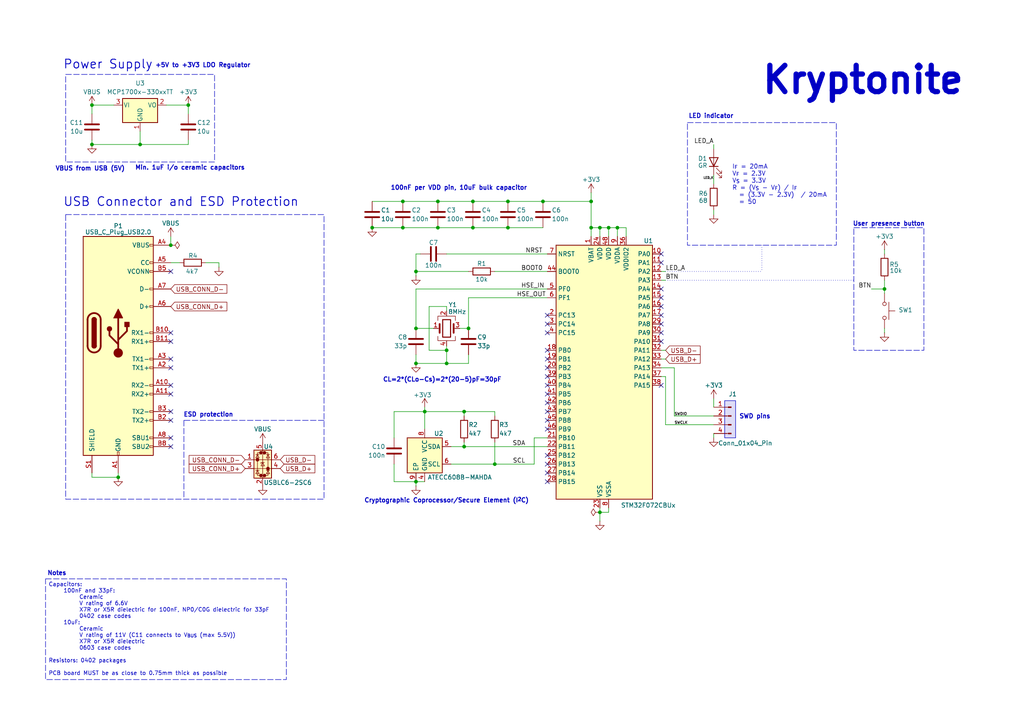
<source format=kicad_sch>
(kicad_sch
	(version 20231120)
	(generator "eeschema")
	(generator_version "8.0")
	(uuid "47efdae5-7490-43d5-a2c2-506088350b0b")
	(paper "A4")
	(title_block
		(title "Kryptonite")
		(date "2024-07-06")
		(rev "0.1")
		(company "samienr")
		(comment 1 "©samienr 2024")
	)
	(lib_symbols
		(symbol "Connector:Conn_01x04_Pin"
			(pin_names
				(offset 1.016) hide)
			(exclude_from_sim no)
			(in_bom yes)
			(on_board yes)
			(property "Reference" "J"
				(at 0 5.08 0)
				(effects
					(font
						(size 1.27 1.27)
					)
				)
			)
			(property "Value" "Conn_01x04_Pin"
				(at 0 -7.62 0)
				(effects
					(font
						(size 1.27 1.27)
					)
				)
			)
			(property "Footprint" ""
				(at 0 0 0)
				(effects
					(font
						(size 1.27 1.27)
					)
					(hide yes)
				)
			)
			(property "Datasheet" "~"
				(at 0 0 0)
				(effects
					(font
						(size 1.27 1.27)
					)
					(hide yes)
				)
			)
			(property "Description" "Generic connector, single row, 01x04, script generated"
				(at 0 0 0)
				(effects
					(font
						(size 1.27 1.27)
					)
					(hide yes)
				)
			)
			(property "ki_locked" ""
				(at 0 0 0)
				(effects
					(font
						(size 1.27 1.27)
					)
				)
			)
			(property "ki_keywords" "connector"
				(at 0 0 0)
				(effects
					(font
						(size 1.27 1.27)
					)
					(hide yes)
				)
			)
			(property "ki_fp_filters" "Connector*:*_1x??_*"
				(at 0 0 0)
				(effects
					(font
						(size 1.27 1.27)
					)
					(hide yes)
				)
			)
			(symbol "Conn_01x04_Pin_1_1"
				(polyline
					(pts
						(xy 1.27 -5.08) (xy 0.8636 -5.08)
					)
					(stroke
						(width 0.1524)
						(type default)
					)
					(fill
						(type none)
					)
				)
				(polyline
					(pts
						(xy 1.27 -2.54) (xy 0.8636 -2.54)
					)
					(stroke
						(width 0.1524)
						(type default)
					)
					(fill
						(type none)
					)
				)
				(polyline
					(pts
						(xy 1.27 0) (xy 0.8636 0)
					)
					(stroke
						(width 0.1524)
						(type default)
					)
					(fill
						(type none)
					)
				)
				(polyline
					(pts
						(xy 1.27 2.54) (xy 0.8636 2.54)
					)
					(stroke
						(width 0.1524)
						(type default)
					)
					(fill
						(type none)
					)
				)
				(rectangle
					(start 0.8636 -4.953)
					(end 0 -5.207)
					(stroke
						(width 0.1524)
						(type default)
					)
					(fill
						(type outline)
					)
				)
				(rectangle
					(start 0.8636 -2.413)
					(end 0 -2.667)
					(stroke
						(width 0.1524)
						(type default)
					)
					(fill
						(type outline)
					)
				)
				(rectangle
					(start 0.8636 0.127)
					(end 0 -0.127)
					(stroke
						(width 0.1524)
						(type default)
					)
					(fill
						(type outline)
					)
				)
				(rectangle
					(start 0.8636 2.667)
					(end 0 2.413)
					(stroke
						(width 0.1524)
						(type default)
					)
					(fill
						(type outline)
					)
				)
				(pin passive line
					(at 5.08 2.54 180)
					(length 3.81)
					(name "Pin_1"
						(effects
							(font
								(size 1.27 1.27)
							)
						)
					)
					(number "1"
						(effects
							(font
								(size 1.27 1.27)
							)
						)
					)
				)
				(pin passive line
					(at 5.08 0 180)
					(length 3.81)
					(name "Pin_2"
						(effects
							(font
								(size 1.27 1.27)
							)
						)
					)
					(number "2"
						(effects
							(font
								(size 1.27 1.27)
							)
						)
					)
				)
				(pin passive line
					(at 5.08 -2.54 180)
					(length 3.81)
					(name "Pin_3"
						(effects
							(font
								(size 1.27 1.27)
							)
						)
					)
					(number "3"
						(effects
							(font
								(size 1.27 1.27)
							)
						)
					)
				)
				(pin passive line
					(at 5.08 -5.08 180)
					(length 3.81)
					(name "Pin_4"
						(effects
							(font
								(size 1.27 1.27)
							)
						)
					)
					(number "4"
						(effects
							(font
								(size 1.27 1.27)
							)
						)
					)
				)
			)
		)
		(symbol "Connector:USB_C_Plug"
			(pin_names
				(offset 1.016)
			)
			(exclude_from_sim no)
			(in_bom yes)
			(on_board yes)
			(property "Reference" "P"
				(at -10.16 29.21 0)
				(effects
					(font
						(size 1.27 1.27)
					)
					(justify left)
				)
			)
			(property "Value" "USB_C_Plug"
				(at 10.16 29.21 0)
				(effects
					(font
						(size 1.27 1.27)
					)
					(justify right)
				)
			)
			(property "Footprint" ""
				(at 3.81 0 0)
				(effects
					(font
						(size 1.27 1.27)
					)
					(hide yes)
				)
			)
			(property "Datasheet" "https://www.usb.org/sites/default/files/documents/usb_type-c.zip"
				(at 3.81 0 0)
				(effects
					(font
						(size 1.27 1.27)
					)
					(hide yes)
				)
			)
			(property "Description" "USB Type-C Plug connector"
				(at 0 0 0)
				(effects
					(font
						(size 1.27 1.27)
					)
					(hide yes)
				)
			)
			(property "ki_keywords" "usb universal serial bus"
				(at 0 0 0)
				(effects
					(font
						(size 1.27 1.27)
					)
					(hide yes)
				)
			)
			(property "ki_fp_filters" "USB*C*Plug*"
				(at 0 0 0)
				(effects
					(font
						(size 1.27 1.27)
					)
					(hide yes)
				)
			)
			(symbol "USB_C_Plug_0_0"
				(rectangle
					(start -0.254 -35.56)
					(end 0.254 -34.544)
					(stroke
						(width 0)
						(type default)
					)
					(fill
						(type none)
					)
				)
				(rectangle
					(start 10.16 -32.766)
					(end 9.144 -33.274)
					(stroke
						(width 0)
						(type default)
					)
					(fill
						(type none)
					)
				)
				(rectangle
					(start 10.16 -30.226)
					(end 9.144 -30.734)
					(stroke
						(width 0)
						(type default)
					)
					(fill
						(type none)
					)
				)
				(rectangle
					(start 10.16 -25.146)
					(end 9.144 -25.654)
					(stroke
						(width 0)
						(type default)
					)
					(fill
						(type none)
					)
				)
				(rectangle
					(start 10.16 -22.606)
					(end 9.144 -23.114)
					(stroke
						(width 0)
						(type default)
					)
					(fill
						(type none)
					)
				)
				(rectangle
					(start 10.16 -17.526)
					(end 9.144 -18.034)
					(stroke
						(width 0)
						(type default)
					)
					(fill
						(type none)
					)
				)
				(rectangle
					(start 10.16 -14.986)
					(end 9.144 -15.494)
					(stroke
						(width 0)
						(type default)
					)
					(fill
						(type none)
					)
				)
				(rectangle
					(start 10.16 -9.906)
					(end 9.144 -10.414)
					(stroke
						(width 0)
						(type default)
					)
					(fill
						(type none)
					)
				)
				(rectangle
					(start 10.16 -7.366)
					(end 9.144 -7.874)
					(stroke
						(width 0)
						(type default)
					)
					(fill
						(type none)
					)
				)
				(rectangle
					(start 10.16 -2.286)
					(end 9.144 -2.794)
					(stroke
						(width 0)
						(type default)
					)
					(fill
						(type none)
					)
				)
				(rectangle
					(start 10.16 0.254)
					(end 9.144 -0.254)
					(stroke
						(width 0)
						(type default)
					)
					(fill
						(type none)
					)
				)
				(rectangle
					(start 10.16 7.874)
					(end 9.144 7.366)
					(stroke
						(width 0)
						(type default)
					)
					(fill
						(type none)
					)
				)
				(rectangle
					(start 10.16 12.954)
					(end 9.144 12.446)
					(stroke
						(width 0)
						(type default)
					)
					(fill
						(type none)
					)
				)
				(rectangle
					(start 10.16 18.034)
					(end 9.144 17.526)
					(stroke
						(width 0)
						(type default)
					)
					(fill
						(type none)
					)
				)
				(rectangle
					(start 10.16 20.574)
					(end 9.144 20.066)
					(stroke
						(width 0)
						(type default)
					)
					(fill
						(type none)
					)
				)
				(rectangle
					(start 10.16 25.654)
					(end 9.144 25.146)
					(stroke
						(width 0)
						(type default)
					)
					(fill
						(type none)
					)
				)
			)
			(symbol "USB_C_Plug_0_1"
				(rectangle
					(start -10.16 27.94)
					(end 10.16 -35.56)
					(stroke
						(width 0.254)
						(type default)
					)
					(fill
						(type background)
					)
				)
				(arc
					(start -8.89 -3.81)
					(mid -6.985 -5.7067)
					(end -5.08 -3.81)
					(stroke
						(width 0.508)
						(type default)
					)
					(fill
						(type none)
					)
				)
				(arc
					(start -7.62 -3.81)
					(mid -6.985 -4.4423)
					(end -6.35 -3.81)
					(stroke
						(width 0.254)
						(type default)
					)
					(fill
						(type none)
					)
				)
				(arc
					(start -7.62 -3.81)
					(mid -6.985 -4.4423)
					(end -6.35 -3.81)
					(stroke
						(width 0.254)
						(type default)
					)
					(fill
						(type outline)
					)
				)
				(rectangle
					(start -7.62 -3.81)
					(end -6.35 3.81)
					(stroke
						(width 0.254)
						(type default)
					)
					(fill
						(type outline)
					)
				)
				(arc
					(start -6.35 3.81)
					(mid -6.985 4.4423)
					(end -7.62 3.81)
					(stroke
						(width 0.254)
						(type default)
					)
					(fill
						(type none)
					)
				)
				(arc
					(start -6.35 3.81)
					(mid -6.985 4.4423)
					(end -7.62 3.81)
					(stroke
						(width 0.254)
						(type default)
					)
					(fill
						(type outline)
					)
				)
				(arc
					(start -5.08 3.81)
					(mid -6.985 5.7067)
					(end -8.89 3.81)
					(stroke
						(width 0.508)
						(type default)
					)
					(fill
						(type none)
					)
				)
				(polyline
					(pts
						(xy -8.89 -3.81) (xy -8.89 3.81)
					)
					(stroke
						(width 0.508)
						(type default)
					)
					(fill
						(type none)
					)
				)
				(polyline
					(pts
						(xy -5.08 3.81) (xy -5.08 -3.81)
					)
					(stroke
						(width 0.508)
						(type default)
					)
					(fill
						(type none)
					)
				)
			)
			(symbol "USB_C_Plug_1_1"
				(circle
					(center -2.54 1.143)
					(radius 0.635)
					(stroke
						(width 0.254)
						(type default)
					)
					(fill
						(type outline)
					)
				)
				(circle
					(center 0 -5.842)
					(radius 1.27)
					(stroke
						(width 0)
						(type default)
					)
					(fill
						(type outline)
					)
				)
				(polyline
					(pts
						(xy 0 -5.842) (xy 0 4.318)
					)
					(stroke
						(width 0.508)
						(type default)
					)
					(fill
						(type none)
					)
				)
				(polyline
					(pts
						(xy 0 -3.302) (xy -2.54 -0.762) (xy -2.54 0.508)
					)
					(stroke
						(width 0.508)
						(type default)
					)
					(fill
						(type none)
					)
				)
				(polyline
					(pts
						(xy 0 -2.032) (xy 2.54 0.508) (xy 2.54 1.778)
					)
					(stroke
						(width 0.508)
						(type default)
					)
					(fill
						(type none)
					)
				)
				(polyline
					(pts
						(xy -1.27 4.318) (xy 0 6.858) (xy 1.27 4.318) (xy -1.27 4.318)
					)
					(stroke
						(width 0.254)
						(type default)
					)
					(fill
						(type outline)
					)
				)
				(rectangle
					(start 1.905 1.778)
					(end 3.175 3.048)
					(stroke
						(width 0.254)
						(type default)
					)
					(fill
						(type outline)
					)
				)
				(pin passive line
					(at 0 -40.64 90)
					(length 5.08)
					(name "GND"
						(effects
							(font
								(size 1.27 1.27)
							)
						)
					)
					(number "A1"
						(effects
							(font
								(size 1.27 1.27)
							)
						)
					)
				)
				(pin bidirectional line
					(at 15.24 -15.24 180)
					(length 5.08)
					(name "RX2-"
						(effects
							(font
								(size 1.27 1.27)
							)
						)
					)
					(number "A10"
						(effects
							(font
								(size 1.27 1.27)
							)
						)
					)
				)
				(pin bidirectional line
					(at 15.24 -17.78 180)
					(length 5.08)
					(name "RX2+"
						(effects
							(font
								(size 1.27 1.27)
							)
						)
					)
					(number "A11"
						(effects
							(font
								(size 1.27 1.27)
							)
						)
					)
				)
				(pin passive line
					(at 0 -40.64 90)
					(length 5.08) hide
					(name "GND"
						(effects
							(font
								(size 1.27 1.27)
							)
						)
					)
					(number "A12"
						(effects
							(font
								(size 1.27 1.27)
							)
						)
					)
				)
				(pin bidirectional line
					(at 15.24 -10.16 180)
					(length 5.08)
					(name "TX1+"
						(effects
							(font
								(size 1.27 1.27)
							)
						)
					)
					(number "A2"
						(effects
							(font
								(size 1.27 1.27)
							)
						)
					)
				)
				(pin bidirectional line
					(at 15.24 -7.62 180)
					(length 5.08)
					(name "TX1-"
						(effects
							(font
								(size 1.27 1.27)
							)
						)
					)
					(number "A3"
						(effects
							(font
								(size 1.27 1.27)
							)
						)
					)
				)
				(pin passive line
					(at 15.24 25.4 180)
					(length 5.08)
					(name "VBUS"
						(effects
							(font
								(size 1.27 1.27)
							)
						)
					)
					(number "A4"
						(effects
							(font
								(size 1.27 1.27)
							)
						)
					)
				)
				(pin bidirectional line
					(at 15.24 20.32 180)
					(length 5.08)
					(name "CC"
						(effects
							(font
								(size 1.27 1.27)
							)
						)
					)
					(number "A5"
						(effects
							(font
								(size 1.27 1.27)
							)
						)
					)
				)
				(pin bidirectional line
					(at 15.24 7.62 180)
					(length 5.08)
					(name "D+"
						(effects
							(font
								(size 1.27 1.27)
							)
						)
					)
					(number "A6"
						(effects
							(font
								(size 1.27 1.27)
							)
						)
					)
				)
				(pin bidirectional line
					(at 15.24 12.7 180)
					(length 5.08)
					(name "D-"
						(effects
							(font
								(size 1.27 1.27)
							)
						)
					)
					(number "A7"
						(effects
							(font
								(size 1.27 1.27)
							)
						)
					)
				)
				(pin bidirectional line
					(at 15.24 -30.48 180)
					(length 5.08)
					(name "SBU1"
						(effects
							(font
								(size 1.27 1.27)
							)
						)
					)
					(number "A8"
						(effects
							(font
								(size 1.27 1.27)
							)
						)
					)
				)
				(pin passive line
					(at 15.24 25.4 180)
					(length 5.08) hide
					(name "VBUS"
						(effects
							(font
								(size 1.27 1.27)
							)
						)
					)
					(number "A9"
						(effects
							(font
								(size 1.27 1.27)
							)
						)
					)
				)
				(pin passive line
					(at 0 -40.64 90)
					(length 5.08) hide
					(name "GND"
						(effects
							(font
								(size 1.27 1.27)
							)
						)
					)
					(number "B1"
						(effects
							(font
								(size 1.27 1.27)
							)
						)
					)
				)
				(pin bidirectional line
					(at 15.24 0 180)
					(length 5.08)
					(name "RX1-"
						(effects
							(font
								(size 1.27 1.27)
							)
						)
					)
					(number "B10"
						(effects
							(font
								(size 1.27 1.27)
							)
						)
					)
				)
				(pin bidirectional line
					(at 15.24 -2.54 180)
					(length 5.08)
					(name "RX1+"
						(effects
							(font
								(size 1.27 1.27)
							)
						)
					)
					(number "B11"
						(effects
							(font
								(size 1.27 1.27)
							)
						)
					)
				)
				(pin passive line
					(at 0 -40.64 90)
					(length 5.08) hide
					(name "GND"
						(effects
							(font
								(size 1.27 1.27)
							)
						)
					)
					(number "B12"
						(effects
							(font
								(size 1.27 1.27)
							)
						)
					)
				)
				(pin bidirectional line
					(at 15.24 -25.4 180)
					(length 5.08)
					(name "TX2+"
						(effects
							(font
								(size 1.27 1.27)
							)
						)
					)
					(number "B2"
						(effects
							(font
								(size 1.27 1.27)
							)
						)
					)
				)
				(pin bidirectional line
					(at 15.24 -22.86 180)
					(length 5.08)
					(name "TX2-"
						(effects
							(font
								(size 1.27 1.27)
							)
						)
					)
					(number "B3"
						(effects
							(font
								(size 1.27 1.27)
							)
						)
					)
				)
				(pin passive line
					(at 15.24 25.4 180)
					(length 5.08) hide
					(name "VBUS"
						(effects
							(font
								(size 1.27 1.27)
							)
						)
					)
					(number "B4"
						(effects
							(font
								(size 1.27 1.27)
							)
						)
					)
				)
				(pin bidirectional line
					(at 15.24 17.78 180)
					(length 5.08)
					(name "VCONN"
						(effects
							(font
								(size 1.27 1.27)
							)
						)
					)
					(number "B5"
						(effects
							(font
								(size 1.27 1.27)
							)
						)
					)
				)
				(pin bidirectional line
					(at 15.24 -33.02 180)
					(length 5.08)
					(name "SBU2"
						(effects
							(font
								(size 1.27 1.27)
							)
						)
					)
					(number "B8"
						(effects
							(font
								(size 1.27 1.27)
							)
						)
					)
				)
				(pin passive line
					(at 15.24 25.4 180)
					(length 5.08) hide
					(name "VBUS"
						(effects
							(font
								(size 1.27 1.27)
							)
						)
					)
					(number "B9"
						(effects
							(font
								(size 1.27 1.27)
							)
						)
					)
				)
				(pin passive line
					(at -7.62 -40.64 90)
					(length 5.08)
					(name "SHIELD"
						(effects
							(font
								(size 1.27 1.27)
							)
						)
					)
					(number "S1"
						(effects
							(font
								(size 1.27 1.27)
							)
						)
					)
				)
			)
		)
		(symbol "Device:C"
			(pin_numbers hide)
			(pin_names
				(offset 0.254)
			)
			(exclude_from_sim no)
			(in_bom yes)
			(on_board yes)
			(property "Reference" "C"
				(at 0.635 2.54 0)
				(effects
					(font
						(size 1.27 1.27)
					)
					(justify left)
				)
			)
			(property "Value" "C"
				(at 0.635 -2.54 0)
				(effects
					(font
						(size 1.27 1.27)
					)
					(justify left)
				)
			)
			(property "Footprint" ""
				(at 0.9652 -3.81 0)
				(effects
					(font
						(size 1.27 1.27)
					)
					(hide yes)
				)
			)
			(property "Datasheet" "~"
				(at 0 0 0)
				(effects
					(font
						(size 1.27 1.27)
					)
					(hide yes)
				)
			)
			(property "Description" "Unpolarized capacitor"
				(at 0 0 0)
				(effects
					(font
						(size 1.27 1.27)
					)
					(hide yes)
				)
			)
			(property "ki_keywords" "cap capacitor"
				(at 0 0 0)
				(effects
					(font
						(size 1.27 1.27)
					)
					(hide yes)
				)
			)
			(property "ki_fp_filters" "C_*"
				(at 0 0 0)
				(effects
					(font
						(size 1.27 1.27)
					)
					(hide yes)
				)
			)
			(symbol "C_0_1"
				(polyline
					(pts
						(xy -2.032 -0.762) (xy 2.032 -0.762)
					)
					(stroke
						(width 0.508)
						(type default)
					)
					(fill
						(type none)
					)
				)
				(polyline
					(pts
						(xy -2.032 0.762) (xy 2.032 0.762)
					)
					(stroke
						(width 0.508)
						(type default)
					)
					(fill
						(type none)
					)
				)
			)
			(symbol "C_1_1"
				(pin passive line
					(at 0 3.81 270)
					(length 2.794)
					(name "~"
						(effects
							(font
								(size 1.27 1.27)
							)
						)
					)
					(number "1"
						(effects
							(font
								(size 1.27 1.27)
							)
						)
					)
				)
				(pin passive line
					(at 0 -3.81 90)
					(length 2.794)
					(name "~"
						(effects
							(font
								(size 1.27 1.27)
							)
						)
					)
					(number "2"
						(effects
							(font
								(size 1.27 1.27)
							)
						)
					)
				)
			)
		)
		(symbol "Device:Crystal_GND24"
			(pin_names
				(offset 1.016) hide)
			(exclude_from_sim no)
			(in_bom yes)
			(on_board yes)
			(property "Reference" "Y"
				(at 3.175 5.08 0)
				(effects
					(font
						(size 1.27 1.27)
					)
					(justify left)
				)
			)
			(property "Value" "Crystal_GND24"
				(at 3.175 3.175 0)
				(effects
					(font
						(size 1.27 1.27)
					)
					(justify left)
				)
			)
			(property "Footprint" ""
				(at 0 0 0)
				(effects
					(font
						(size 1.27 1.27)
					)
					(hide yes)
				)
			)
			(property "Datasheet" "~"
				(at 0 0 0)
				(effects
					(font
						(size 1.27 1.27)
					)
					(hide yes)
				)
			)
			(property "Description" "Four pin crystal, GND on pins 2 and 4"
				(at 0 0 0)
				(effects
					(font
						(size 1.27 1.27)
					)
					(hide yes)
				)
			)
			(property "ki_keywords" "quartz ceramic resonator oscillator"
				(at 0 0 0)
				(effects
					(font
						(size 1.27 1.27)
					)
					(hide yes)
				)
			)
			(property "ki_fp_filters" "Crystal*"
				(at 0 0 0)
				(effects
					(font
						(size 1.27 1.27)
					)
					(hide yes)
				)
			)
			(symbol "Crystal_GND24_0_1"
				(rectangle
					(start -1.143 2.54)
					(end 1.143 -2.54)
					(stroke
						(width 0.3048)
						(type default)
					)
					(fill
						(type none)
					)
				)
				(polyline
					(pts
						(xy -2.54 0) (xy -2.032 0)
					)
					(stroke
						(width 0)
						(type default)
					)
					(fill
						(type none)
					)
				)
				(polyline
					(pts
						(xy -2.032 -1.27) (xy -2.032 1.27)
					)
					(stroke
						(width 0.508)
						(type default)
					)
					(fill
						(type none)
					)
				)
				(polyline
					(pts
						(xy 0 -3.81) (xy 0 -3.556)
					)
					(stroke
						(width 0)
						(type default)
					)
					(fill
						(type none)
					)
				)
				(polyline
					(pts
						(xy 0 3.556) (xy 0 3.81)
					)
					(stroke
						(width 0)
						(type default)
					)
					(fill
						(type none)
					)
				)
				(polyline
					(pts
						(xy 2.032 -1.27) (xy 2.032 1.27)
					)
					(stroke
						(width 0.508)
						(type default)
					)
					(fill
						(type none)
					)
				)
				(polyline
					(pts
						(xy 2.032 0) (xy 2.54 0)
					)
					(stroke
						(width 0)
						(type default)
					)
					(fill
						(type none)
					)
				)
				(polyline
					(pts
						(xy -2.54 -2.286) (xy -2.54 -3.556) (xy 2.54 -3.556) (xy 2.54 -2.286)
					)
					(stroke
						(width 0)
						(type default)
					)
					(fill
						(type none)
					)
				)
				(polyline
					(pts
						(xy -2.54 2.286) (xy -2.54 3.556) (xy 2.54 3.556) (xy 2.54 2.286)
					)
					(stroke
						(width 0)
						(type default)
					)
					(fill
						(type none)
					)
				)
			)
			(symbol "Crystal_GND24_1_1"
				(pin passive line
					(at -3.81 0 0)
					(length 1.27)
					(name "1"
						(effects
							(font
								(size 1.27 1.27)
							)
						)
					)
					(number "1"
						(effects
							(font
								(size 1.27 1.27)
							)
						)
					)
				)
				(pin passive line
					(at 0 5.08 270)
					(length 1.27)
					(name "2"
						(effects
							(font
								(size 1.27 1.27)
							)
						)
					)
					(number "2"
						(effects
							(font
								(size 1.27 1.27)
							)
						)
					)
				)
				(pin passive line
					(at 3.81 0 180)
					(length 1.27)
					(name "3"
						(effects
							(font
								(size 1.27 1.27)
							)
						)
					)
					(number "3"
						(effects
							(font
								(size 1.27 1.27)
							)
						)
					)
				)
				(pin passive line
					(at 0 -5.08 90)
					(length 1.27)
					(name "4"
						(effects
							(font
								(size 1.27 1.27)
							)
						)
					)
					(number "4"
						(effects
							(font
								(size 1.27 1.27)
							)
						)
					)
				)
			)
		)
		(symbol "Device:LED"
			(pin_numbers hide)
			(pin_names
				(offset 1.016) hide)
			(exclude_from_sim no)
			(in_bom yes)
			(on_board yes)
			(property "Reference" "D"
				(at 0 2.54 0)
				(effects
					(font
						(size 1.27 1.27)
					)
				)
			)
			(property "Value" "LED"
				(at 0 -2.54 0)
				(effects
					(font
						(size 1.27 1.27)
					)
				)
			)
			(property "Footprint" ""
				(at 0 0 0)
				(effects
					(font
						(size 1.27 1.27)
					)
					(hide yes)
				)
			)
			(property "Datasheet" "~"
				(at 0 0 0)
				(effects
					(font
						(size 1.27 1.27)
					)
					(hide yes)
				)
			)
			(property "Description" "Light emitting diode"
				(at 0 0 0)
				(effects
					(font
						(size 1.27 1.27)
					)
					(hide yes)
				)
			)
			(property "ki_keywords" "LED diode"
				(at 0 0 0)
				(effects
					(font
						(size 1.27 1.27)
					)
					(hide yes)
				)
			)
			(property "ki_fp_filters" "LED* LED_SMD:* LED_THT:*"
				(at 0 0 0)
				(effects
					(font
						(size 1.27 1.27)
					)
					(hide yes)
				)
			)
			(symbol "LED_0_1"
				(polyline
					(pts
						(xy -1.27 -1.27) (xy -1.27 1.27)
					)
					(stroke
						(width 0.254)
						(type default)
					)
					(fill
						(type none)
					)
				)
				(polyline
					(pts
						(xy -1.27 0) (xy 1.27 0)
					)
					(stroke
						(width 0)
						(type default)
					)
					(fill
						(type none)
					)
				)
				(polyline
					(pts
						(xy 1.27 -1.27) (xy 1.27 1.27) (xy -1.27 0) (xy 1.27 -1.27)
					)
					(stroke
						(width 0.254)
						(type default)
					)
					(fill
						(type none)
					)
				)
				(polyline
					(pts
						(xy -3.048 -0.762) (xy -4.572 -2.286) (xy -3.81 -2.286) (xy -4.572 -2.286) (xy -4.572 -1.524)
					)
					(stroke
						(width 0)
						(type default)
					)
					(fill
						(type none)
					)
				)
				(polyline
					(pts
						(xy -1.778 -0.762) (xy -3.302 -2.286) (xy -2.54 -2.286) (xy -3.302 -2.286) (xy -3.302 -1.524)
					)
					(stroke
						(width 0)
						(type default)
					)
					(fill
						(type none)
					)
				)
			)
			(symbol "LED_1_1"
				(pin passive line
					(at -3.81 0 0)
					(length 2.54)
					(name "K"
						(effects
							(font
								(size 1.27 1.27)
							)
						)
					)
					(number "1"
						(effects
							(font
								(size 1.27 1.27)
							)
						)
					)
				)
				(pin passive line
					(at 3.81 0 180)
					(length 2.54)
					(name "A"
						(effects
							(font
								(size 1.27 1.27)
							)
						)
					)
					(number "2"
						(effects
							(font
								(size 1.27 1.27)
							)
						)
					)
				)
			)
		)
		(symbol "Device:R"
			(pin_numbers hide)
			(pin_names
				(offset 0)
			)
			(exclude_from_sim no)
			(in_bom yes)
			(on_board yes)
			(property "Reference" "R"
				(at 2.032 0 90)
				(effects
					(font
						(size 1.27 1.27)
					)
				)
			)
			(property "Value" "R"
				(at 0 0 90)
				(effects
					(font
						(size 1.27 1.27)
					)
				)
			)
			(property "Footprint" ""
				(at -1.778 0 90)
				(effects
					(font
						(size 1.27 1.27)
					)
					(hide yes)
				)
			)
			(property "Datasheet" "~"
				(at 0 0 0)
				(effects
					(font
						(size 1.27 1.27)
					)
					(hide yes)
				)
			)
			(property "Description" "Resistor"
				(at 0 0 0)
				(effects
					(font
						(size 1.27 1.27)
					)
					(hide yes)
				)
			)
			(property "ki_keywords" "R res resistor"
				(at 0 0 0)
				(effects
					(font
						(size 1.27 1.27)
					)
					(hide yes)
				)
			)
			(property "ki_fp_filters" "R_*"
				(at 0 0 0)
				(effects
					(font
						(size 1.27 1.27)
					)
					(hide yes)
				)
			)
			(symbol "R_0_1"
				(rectangle
					(start -1.016 -2.54)
					(end 1.016 2.54)
					(stroke
						(width 0.254)
						(type default)
					)
					(fill
						(type none)
					)
				)
			)
			(symbol "R_1_1"
				(pin passive line
					(at 0 3.81 270)
					(length 1.27)
					(name "~"
						(effects
							(font
								(size 1.27 1.27)
							)
						)
					)
					(number "1"
						(effects
							(font
								(size 1.27 1.27)
							)
						)
					)
				)
				(pin passive line
					(at 0 -3.81 90)
					(length 1.27)
					(name "~"
						(effects
							(font
								(size 1.27 1.27)
							)
						)
					)
					(number "2"
						(effects
							(font
								(size 1.27 1.27)
							)
						)
					)
				)
			)
		)
		(symbol "MCU_ST_STM32F0:STM32F072CBUx"
			(exclude_from_sim no)
			(in_bom yes)
			(on_board yes)
			(property "Reference" "U"
				(at -12.7 39.37 0)
				(effects
					(font
						(size 1.27 1.27)
					)
					(justify left)
				)
			)
			(property "Value" "STM32F072CBUx"
				(at 10.16 39.37 0)
				(effects
					(font
						(size 1.27 1.27)
					)
					(justify left)
				)
			)
			(property "Footprint" "Package_DFN_QFN:QFN-48-1EP_7x7mm_P0.5mm_EP5.6x5.6mm"
				(at -12.7 -35.56 0)
				(effects
					(font
						(size 1.27 1.27)
					)
					(justify right)
					(hide yes)
				)
			)
			(property "Datasheet" "https://www.st.com/resource/en/datasheet/stm32f072cb.pdf"
				(at 0 0 0)
				(effects
					(font
						(size 1.27 1.27)
					)
					(hide yes)
				)
			)
			(property "Description" "STMicroelectronics Arm Cortex-M0 MCU, 128KB flash, 16KB RAM, 48 MHz, 2.0-3.6V, 37 GPIO, UFQFPN48"
				(at 0 0 0)
				(effects
					(font
						(size 1.27 1.27)
					)
					(hide yes)
				)
			)
			(property "ki_locked" ""
				(at 0 0 0)
				(effects
					(font
						(size 1.27 1.27)
					)
				)
			)
			(property "ki_keywords" "Arm Cortex-M0 STM32F0 STM32F0x2"
				(at 0 0 0)
				(effects
					(font
						(size 1.27 1.27)
					)
					(hide yes)
				)
			)
			(property "ki_fp_filters" "QFN*1EP*7x7mm*P0.5mm*"
				(at 0 0 0)
				(effects
					(font
						(size 1.27 1.27)
					)
					(hide yes)
				)
			)
			(symbol "STM32F072CBUx_0_1"
				(rectangle
					(start -12.7 -35.56)
					(end 15.24 38.1)
					(stroke
						(width 0.254)
						(type default)
					)
					(fill
						(type background)
					)
				)
			)
			(symbol "STM32F072CBUx_1_1"
				(pin power_in line
					(at -2.54 40.64 270)
					(length 2.54)
					(name "VBAT"
						(effects
							(font
								(size 1.27 1.27)
							)
						)
					)
					(number "1"
						(effects
							(font
								(size 1.27 1.27)
							)
						)
					)
				)
				(pin bidirectional line
					(at 17.78 35.56 180)
					(length 2.54)
					(name "PA0"
						(effects
							(font
								(size 1.27 1.27)
							)
						)
					)
					(number "10"
						(effects
							(font
								(size 1.27 1.27)
							)
						)
					)
					(alternate "ADC_IN0" bidirectional line)
					(alternate "COMP1_INM" bidirectional line)
					(alternate "COMP1_OUT" bidirectional line)
					(alternate "RTC_TAMP2" bidirectional line)
					(alternate "SYS_WKUP1" bidirectional line)
					(alternate "TIM2_CH1" bidirectional line)
					(alternate "TIM2_ETR" bidirectional line)
					(alternate "TSC_G1_IO1" bidirectional line)
					(alternate "USART2_CTS" bidirectional line)
					(alternate "USART4_TX" bidirectional line)
				)
				(pin bidirectional line
					(at 17.78 33.02 180)
					(length 2.54)
					(name "PA1"
						(effects
							(font
								(size 1.27 1.27)
							)
						)
					)
					(number "11"
						(effects
							(font
								(size 1.27 1.27)
							)
						)
					)
					(alternate "ADC_IN1" bidirectional line)
					(alternate "COMP1_INP" bidirectional line)
					(alternate "TIM15_CH1N" bidirectional line)
					(alternate "TIM2_CH2" bidirectional line)
					(alternate "TSC_G1_IO2" bidirectional line)
					(alternate "USART2_DE" bidirectional line)
					(alternate "USART2_RTS" bidirectional line)
					(alternate "USART4_RX" bidirectional line)
				)
				(pin bidirectional line
					(at 17.78 30.48 180)
					(length 2.54)
					(name "PA2"
						(effects
							(font
								(size 1.27 1.27)
							)
						)
					)
					(number "12"
						(effects
							(font
								(size 1.27 1.27)
							)
						)
					)
					(alternate "ADC_IN2" bidirectional line)
					(alternate "COMP2_INM" bidirectional line)
					(alternate "COMP2_OUT" bidirectional line)
					(alternate "SYS_WKUP4" bidirectional line)
					(alternate "TIM15_CH1" bidirectional line)
					(alternate "TIM2_CH3" bidirectional line)
					(alternate "TSC_G1_IO3" bidirectional line)
					(alternate "USART2_TX" bidirectional line)
				)
				(pin bidirectional line
					(at 17.78 27.94 180)
					(length 2.54)
					(name "PA3"
						(effects
							(font
								(size 1.27 1.27)
							)
						)
					)
					(number "13"
						(effects
							(font
								(size 1.27 1.27)
							)
						)
					)
					(alternate "ADC_IN3" bidirectional line)
					(alternate "COMP2_INP" bidirectional line)
					(alternate "TIM15_CH2" bidirectional line)
					(alternate "TIM2_CH4" bidirectional line)
					(alternate "TSC_G1_IO4" bidirectional line)
					(alternate "USART2_RX" bidirectional line)
				)
				(pin bidirectional line
					(at 17.78 25.4 180)
					(length 2.54)
					(name "PA4"
						(effects
							(font
								(size 1.27 1.27)
							)
						)
					)
					(number "14"
						(effects
							(font
								(size 1.27 1.27)
							)
						)
					)
					(alternate "ADC_IN4" bidirectional line)
					(alternate "COMP1_INM" bidirectional line)
					(alternate "COMP2_INM" bidirectional line)
					(alternate "DAC_OUT1" bidirectional line)
					(alternate "I2S1_WS" bidirectional line)
					(alternate "SPI1_NSS" bidirectional line)
					(alternate "TIM14_CH1" bidirectional line)
					(alternate "TSC_G2_IO1" bidirectional line)
					(alternate "USART2_CK" bidirectional line)
				)
				(pin bidirectional line
					(at 17.78 22.86 180)
					(length 2.54)
					(name "PA5"
						(effects
							(font
								(size 1.27 1.27)
							)
						)
					)
					(number "15"
						(effects
							(font
								(size 1.27 1.27)
							)
						)
					)
					(alternate "ADC_IN5" bidirectional line)
					(alternate "CEC" bidirectional line)
					(alternate "COMP1_INM" bidirectional line)
					(alternate "COMP2_INM" bidirectional line)
					(alternate "DAC_OUT2" bidirectional line)
					(alternate "I2S1_CK" bidirectional line)
					(alternate "SPI1_SCK" bidirectional line)
					(alternate "TIM2_CH1" bidirectional line)
					(alternate "TIM2_ETR" bidirectional line)
					(alternate "TSC_G2_IO2" bidirectional line)
				)
				(pin bidirectional line
					(at 17.78 20.32 180)
					(length 2.54)
					(name "PA6"
						(effects
							(font
								(size 1.27 1.27)
							)
						)
					)
					(number "16"
						(effects
							(font
								(size 1.27 1.27)
							)
						)
					)
					(alternate "ADC_IN6" bidirectional line)
					(alternate "COMP1_OUT" bidirectional line)
					(alternate "I2S1_MCK" bidirectional line)
					(alternate "SPI1_MISO" bidirectional line)
					(alternate "TIM16_CH1" bidirectional line)
					(alternate "TIM1_BKIN" bidirectional line)
					(alternate "TIM3_CH1" bidirectional line)
					(alternate "TSC_G2_IO3" bidirectional line)
					(alternate "USART3_CTS" bidirectional line)
				)
				(pin bidirectional line
					(at 17.78 17.78 180)
					(length 2.54)
					(name "PA7"
						(effects
							(font
								(size 1.27 1.27)
							)
						)
					)
					(number "17"
						(effects
							(font
								(size 1.27 1.27)
							)
						)
					)
					(alternate "ADC_IN7" bidirectional line)
					(alternate "COMP2_OUT" bidirectional line)
					(alternate "I2S1_SD" bidirectional line)
					(alternate "SPI1_MOSI" bidirectional line)
					(alternate "TIM14_CH1" bidirectional line)
					(alternate "TIM17_CH1" bidirectional line)
					(alternate "TIM1_CH1N" bidirectional line)
					(alternate "TIM3_CH2" bidirectional line)
					(alternate "TSC_G2_IO4" bidirectional line)
				)
				(pin bidirectional line
					(at -15.24 7.62 0)
					(length 2.54)
					(name "PB0"
						(effects
							(font
								(size 1.27 1.27)
							)
						)
					)
					(number "18"
						(effects
							(font
								(size 1.27 1.27)
							)
						)
					)
					(alternate "ADC_IN8" bidirectional line)
					(alternate "TIM1_CH2N" bidirectional line)
					(alternate "TIM3_CH3" bidirectional line)
					(alternate "TSC_G3_IO2" bidirectional line)
					(alternate "USART3_CK" bidirectional line)
				)
				(pin bidirectional line
					(at -15.24 5.08 0)
					(length 2.54)
					(name "PB1"
						(effects
							(font
								(size 1.27 1.27)
							)
						)
					)
					(number "19"
						(effects
							(font
								(size 1.27 1.27)
							)
						)
					)
					(alternate "ADC_IN9" bidirectional line)
					(alternate "TIM14_CH1" bidirectional line)
					(alternate "TIM1_CH3N" bidirectional line)
					(alternate "TIM3_CH4" bidirectional line)
					(alternate "TSC_G3_IO3" bidirectional line)
					(alternate "USART3_DE" bidirectional line)
					(alternate "USART3_RTS" bidirectional line)
				)
				(pin bidirectional line
					(at -15.24 17.78 0)
					(length 2.54)
					(name "PC13"
						(effects
							(font
								(size 1.27 1.27)
							)
						)
					)
					(number "2"
						(effects
							(font
								(size 1.27 1.27)
							)
						)
					)
					(alternate "RTC_OUT_ALARM" bidirectional line)
					(alternate "RTC_OUT_CALIB" bidirectional line)
					(alternate "RTC_TAMP1" bidirectional line)
					(alternate "RTC_TS" bidirectional line)
					(alternate "SYS_WKUP2" bidirectional line)
				)
				(pin bidirectional line
					(at -15.24 2.54 0)
					(length 2.54)
					(name "PB2"
						(effects
							(font
								(size 1.27 1.27)
							)
						)
					)
					(number "20"
						(effects
							(font
								(size 1.27 1.27)
							)
						)
					)
					(alternate "TSC_G3_IO4" bidirectional line)
				)
				(pin bidirectional line
					(at -15.24 -17.78 0)
					(length 2.54)
					(name "PB10"
						(effects
							(font
								(size 1.27 1.27)
							)
						)
					)
					(number "21"
						(effects
							(font
								(size 1.27 1.27)
							)
						)
					)
					(alternate "CEC" bidirectional line)
					(alternate "I2C2_SCL" bidirectional line)
					(alternate "I2S2_CK" bidirectional line)
					(alternate "SPI2_SCK" bidirectional line)
					(alternate "TIM2_CH3" bidirectional line)
					(alternate "TSC_SYNC" bidirectional line)
					(alternate "USART3_TX" bidirectional line)
				)
				(pin bidirectional line
					(at -15.24 -20.32 0)
					(length 2.54)
					(name "PB11"
						(effects
							(font
								(size 1.27 1.27)
							)
						)
					)
					(number "22"
						(effects
							(font
								(size 1.27 1.27)
							)
						)
					)
					(alternate "I2C2_SDA" bidirectional line)
					(alternate "TIM2_CH4" bidirectional line)
					(alternate "TSC_G6_IO1" bidirectional line)
					(alternate "USART3_RX" bidirectional line)
				)
				(pin power_in line
					(at 0 -38.1 90)
					(length 2.54)
					(name "VSS"
						(effects
							(font
								(size 1.27 1.27)
							)
						)
					)
					(number "23"
						(effects
							(font
								(size 1.27 1.27)
							)
						)
					)
				)
				(pin power_in line
					(at 0 40.64 270)
					(length 2.54)
					(name "VDD"
						(effects
							(font
								(size 1.27 1.27)
							)
						)
					)
					(number "24"
						(effects
							(font
								(size 1.27 1.27)
							)
						)
					)
				)
				(pin bidirectional line
					(at -15.24 -22.86 0)
					(length 2.54)
					(name "PB12"
						(effects
							(font
								(size 1.27 1.27)
							)
						)
					)
					(number "25"
						(effects
							(font
								(size 1.27 1.27)
							)
						)
					)
					(alternate "I2S2_WS" bidirectional line)
					(alternate "SPI2_NSS" bidirectional line)
					(alternate "TIM15_BKIN" bidirectional line)
					(alternate "TIM1_BKIN" bidirectional line)
					(alternate "TSC_G6_IO2" bidirectional line)
					(alternate "USART3_CK" bidirectional line)
				)
				(pin bidirectional line
					(at -15.24 -25.4 0)
					(length 2.54)
					(name "PB13"
						(effects
							(font
								(size 1.27 1.27)
							)
						)
					)
					(number "26"
						(effects
							(font
								(size 1.27 1.27)
							)
						)
					)
					(alternate "I2C2_SCL" bidirectional line)
					(alternate "I2S2_CK" bidirectional line)
					(alternate "SPI2_SCK" bidirectional line)
					(alternate "TIM1_CH1N" bidirectional line)
					(alternate "TSC_G6_IO3" bidirectional line)
					(alternate "USART3_CTS" bidirectional line)
				)
				(pin bidirectional line
					(at -15.24 -27.94 0)
					(length 2.54)
					(name "PB14"
						(effects
							(font
								(size 1.27 1.27)
							)
						)
					)
					(number "27"
						(effects
							(font
								(size 1.27 1.27)
							)
						)
					)
					(alternate "I2C2_SDA" bidirectional line)
					(alternate "I2S2_MCK" bidirectional line)
					(alternate "SPI2_MISO" bidirectional line)
					(alternate "TIM15_CH1" bidirectional line)
					(alternate "TIM1_CH2N" bidirectional line)
					(alternate "TSC_G6_IO4" bidirectional line)
					(alternate "USART3_DE" bidirectional line)
					(alternate "USART3_RTS" bidirectional line)
				)
				(pin bidirectional line
					(at -15.24 -30.48 0)
					(length 2.54)
					(name "PB15"
						(effects
							(font
								(size 1.27 1.27)
							)
						)
					)
					(number "28"
						(effects
							(font
								(size 1.27 1.27)
							)
						)
					)
					(alternate "I2S2_SD" bidirectional line)
					(alternate "RTC_REFIN" bidirectional line)
					(alternate "SPI2_MOSI" bidirectional line)
					(alternate "SYS_WKUP7" bidirectional line)
					(alternate "TIM15_CH1N" bidirectional line)
					(alternate "TIM15_CH2" bidirectional line)
					(alternate "TIM1_CH3N" bidirectional line)
				)
				(pin bidirectional line
					(at 17.78 15.24 180)
					(length 2.54)
					(name "PA8"
						(effects
							(font
								(size 1.27 1.27)
							)
						)
					)
					(number "29"
						(effects
							(font
								(size 1.27 1.27)
							)
						)
					)
					(alternate "CRS_SYNC" bidirectional line)
					(alternate "RCC_MCO" bidirectional line)
					(alternate "TIM1_CH1" bidirectional line)
					(alternate "USART1_CK" bidirectional line)
				)
				(pin bidirectional line
					(at -15.24 15.24 0)
					(length 2.54)
					(name "PC14"
						(effects
							(font
								(size 1.27 1.27)
							)
						)
					)
					(number "3"
						(effects
							(font
								(size 1.27 1.27)
							)
						)
					)
					(alternate "RCC_OSC32_IN" bidirectional line)
				)
				(pin bidirectional line
					(at 17.78 12.7 180)
					(length 2.54)
					(name "PA9"
						(effects
							(font
								(size 1.27 1.27)
							)
						)
					)
					(number "30"
						(effects
							(font
								(size 1.27 1.27)
							)
						)
					)
					(alternate "DAC_EXTI9" bidirectional line)
					(alternate "TIM15_BKIN" bidirectional line)
					(alternate "TIM1_CH2" bidirectional line)
					(alternate "TSC_G4_IO1" bidirectional line)
					(alternate "USART1_TX" bidirectional line)
				)
				(pin bidirectional line
					(at 17.78 10.16 180)
					(length 2.54)
					(name "PA10"
						(effects
							(font
								(size 1.27 1.27)
							)
						)
					)
					(number "31"
						(effects
							(font
								(size 1.27 1.27)
							)
						)
					)
					(alternate "TIM17_BKIN" bidirectional line)
					(alternate "TIM1_CH3" bidirectional line)
					(alternate "TSC_G4_IO2" bidirectional line)
					(alternate "USART1_RX" bidirectional line)
				)
				(pin bidirectional line
					(at 17.78 7.62 180)
					(length 2.54)
					(name "PA11"
						(effects
							(font
								(size 1.27 1.27)
							)
						)
					)
					(number "32"
						(effects
							(font
								(size 1.27 1.27)
							)
						)
					)
					(alternate "CAN_RX" bidirectional line)
					(alternate "COMP1_OUT" bidirectional line)
					(alternate "TIM1_CH4" bidirectional line)
					(alternate "TSC_G4_IO3" bidirectional line)
					(alternate "USART1_CTS" bidirectional line)
					(alternate "USB_DM" bidirectional line)
				)
				(pin bidirectional line
					(at 17.78 5.08 180)
					(length 2.54)
					(name "PA12"
						(effects
							(font
								(size 1.27 1.27)
							)
						)
					)
					(number "33"
						(effects
							(font
								(size 1.27 1.27)
							)
						)
					)
					(alternate "CAN_TX" bidirectional line)
					(alternate "COMP2_OUT" bidirectional line)
					(alternate "TIM1_ETR" bidirectional line)
					(alternate "TSC_G4_IO4" bidirectional line)
					(alternate "USART1_DE" bidirectional line)
					(alternate "USART1_RTS" bidirectional line)
					(alternate "USB_DP" bidirectional line)
				)
				(pin bidirectional line
					(at 17.78 2.54 180)
					(length 2.54)
					(name "PA13"
						(effects
							(font
								(size 1.27 1.27)
							)
						)
					)
					(number "34"
						(effects
							(font
								(size 1.27 1.27)
							)
						)
					)
					(alternate "IR_OUT" bidirectional line)
					(alternate "SYS_SWDIO" bidirectional line)
					(alternate "USB_NOE" bidirectional line)
				)
				(pin passive line
					(at 0 -38.1 90)
					(length 2.54) hide
					(name "VSS"
						(effects
							(font
								(size 1.27 1.27)
							)
						)
					)
					(number "35"
						(effects
							(font
								(size 1.27 1.27)
							)
						)
					)
				)
				(pin power_in line
					(at 7.62 40.64 270)
					(length 2.54)
					(name "VDDIO2"
						(effects
							(font
								(size 1.27 1.27)
							)
						)
					)
					(number "36"
						(effects
							(font
								(size 1.27 1.27)
							)
						)
					)
				)
				(pin bidirectional line
					(at 17.78 0 180)
					(length 2.54)
					(name "PA14"
						(effects
							(font
								(size 1.27 1.27)
							)
						)
					)
					(number "37"
						(effects
							(font
								(size 1.27 1.27)
							)
						)
					)
					(alternate "SYS_SWCLK" bidirectional line)
					(alternate "USART2_TX" bidirectional line)
				)
				(pin bidirectional line
					(at 17.78 -2.54 180)
					(length 2.54)
					(name "PA15"
						(effects
							(font
								(size 1.27 1.27)
							)
						)
					)
					(number "38"
						(effects
							(font
								(size 1.27 1.27)
							)
						)
					)
					(alternate "I2S1_WS" bidirectional line)
					(alternate "SPI1_NSS" bidirectional line)
					(alternate "TIM2_CH1" bidirectional line)
					(alternate "TIM2_ETR" bidirectional line)
					(alternate "USART2_RX" bidirectional line)
					(alternate "USART4_DE" bidirectional line)
					(alternate "USART4_RTS" bidirectional line)
				)
				(pin bidirectional line
					(at -15.24 0 0)
					(length 2.54)
					(name "PB3"
						(effects
							(font
								(size 1.27 1.27)
							)
						)
					)
					(number "39"
						(effects
							(font
								(size 1.27 1.27)
							)
						)
					)
					(alternate "I2S1_CK" bidirectional line)
					(alternate "SPI1_SCK" bidirectional line)
					(alternate "TIM2_CH2" bidirectional line)
					(alternate "TSC_G5_IO1" bidirectional line)
				)
				(pin bidirectional line
					(at -15.24 12.7 0)
					(length 2.54)
					(name "PC15"
						(effects
							(font
								(size 1.27 1.27)
							)
						)
					)
					(number "4"
						(effects
							(font
								(size 1.27 1.27)
							)
						)
					)
					(alternate "RCC_OSC32_OUT" bidirectional line)
				)
				(pin bidirectional line
					(at -15.24 -2.54 0)
					(length 2.54)
					(name "PB4"
						(effects
							(font
								(size 1.27 1.27)
							)
						)
					)
					(number "40"
						(effects
							(font
								(size 1.27 1.27)
							)
						)
					)
					(alternate "I2S1_MCK" bidirectional line)
					(alternate "SPI1_MISO" bidirectional line)
					(alternate "TIM17_BKIN" bidirectional line)
					(alternate "TIM3_CH1" bidirectional line)
					(alternate "TSC_G5_IO2" bidirectional line)
				)
				(pin bidirectional line
					(at -15.24 -5.08 0)
					(length 2.54)
					(name "PB5"
						(effects
							(font
								(size 1.27 1.27)
							)
						)
					)
					(number "41"
						(effects
							(font
								(size 1.27 1.27)
							)
						)
					)
					(alternate "I2C1_SMBA" bidirectional line)
					(alternate "I2S1_SD" bidirectional line)
					(alternate "SPI1_MOSI" bidirectional line)
					(alternate "SYS_WKUP6" bidirectional line)
					(alternate "TIM16_BKIN" bidirectional line)
					(alternate "TIM3_CH2" bidirectional line)
				)
				(pin bidirectional line
					(at -15.24 -7.62 0)
					(length 2.54)
					(name "PB6"
						(effects
							(font
								(size 1.27 1.27)
							)
						)
					)
					(number "42"
						(effects
							(font
								(size 1.27 1.27)
							)
						)
					)
					(alternate "I2C1_SCL" bidirectional line)
					(alternate "TIM16_CH1N" bidirectional line)
					(alternate "TSC_G5_IO3" bidirectional line)
					(alternate "USART1_TX" bidirectional line)
				)
				(pin bidirectional line
					(at -15.24 -10.16 0)
					(length 2.54)
					(name "PB7"
						(effects
							(font
								(size 1.27 1.27)
							)
						)
					)
					(number "43"
						(effects
							(font
								(size 1.27 1.27)
							)
						)
					)
					(alternate "I2C1_SDA" bidirectional line)
					(alternate "TIM17_CH1N" bidirectional line)
					(alternate "TSC_G5_IO4" bidirectional line)
					(alternate "USART1_RX" bidirectional line)
					(alternate "USART4_CTS" bidirectional line)
				)
				(pin input line
					(at -15.24 30.48 0)
					(length 2.54)
					(name "BOOT0"
						(effects
							(font
								(size 1.27 1.27)
							)
						)
					)
					(number "44"
						(effects
							(font
								(size 1.27 1.27)
							)
						)
					)
				)
				(pin bidirectional line
					(at -15.24 -12.7 0)
					(length 2.54)
					(name "PB8"
						(effects
							(font
								(size 1.27 1.27)
							)
						)
					)
					(number "45"
						(effects
							(font
								(size 1.27 1.27)
							)
						)
					)
					(alternate "CAN_RX" bidirectional line)
					(alternate "CEC" bidirectional line)
					(alternate "I2C1_SCL" bidirectional line)
					(alternate "TIM16_CH1" bidirectional line)
					(alternate "TSC_SYNC" bidirectional line)
				)
				(pin bidirectional line
					(at -15.24 -15.24 0)
					(length 2.54)
					(name "PB9"
						(effects
							(font
								(size 1.27 1.27)
							)
						)
					)
					(number "46"
						(effects
							(font
								(size 1.27 1.27)
							)
						)
					)
					(alternate "CAN_TX" bidirectional line)
					(alternate "DAC_EXTI9" bidirectional line)
					(alternate "I2C1_SDA" bidirectional line)
					(alternate "I2S2_WS" bidirectional line)
					(alternate "IR_OUT" bidirectional line)
					(alternate "SPI2_NSS" bidirectional line)
					(alternate "TIM17_CH1" bidirectional line)
				)
				(pin passive line
					(at 0 -38.1 90)
					(length 2.54) hide
					(name "VSS"
						(effects
							(font
								(size 1.27 1.27)
							)
						)
					)
					(number "47"
						(effects
							(font
								(size 1.27 1.27)
							)
						)
					)
				)
				(pin power_in line
					(at 2.54 40.64 270)
					(length 2.54)
					(name "VDD"
						(effects
							(font
								(size 1.27 1.27)
							)
						)
					)
					(number "48"
						(effects
							(font
								(size 1.27 1.27)
							)
						)
					)
				)
				(pin passive line
					(at 0 -38.1 90)
					(length 2.54) hide
					(name "VSS"
						(effects
							(font
								(size 1.27 1.27)
							)
						)
					)
					(number "49"
						(effects
							(font
								(size 1.27 1.27)
							)
						)
					)
				)
				(pin bidirectional line
					(at -15.24 25.4 0)
					(length 2.54)
					(name "PF0"
						(effects
							(font
								(size 1.27 1.27)
							)
						)
					)
					(number "5"
						(effects
							(font
								(size 1.27 1.27)
							)
						)
					)
					(alternate "CRS_SYNC" bidirectional line)
					(alternate "RCC_OSC_IN" bidirectional line)
				)
				(pin bidirectional line
					(at -15.24 22.86 0)
					(length 2.54)
					(name "PF1"
						(effects
							(font
								(size 1.27 1.27)
							)
						)
					)
					(number "6"
						(effects
							(font
								(size 1.27 1.27)
							)
						)
					)
					(alternate "RCC_OSC_OUT" bidirectional line)
				)
				(pin input line
					(at -15.24 35.56 0)
					(length 2.54)
					(name "NRST"
						(effects
							(font
								(size 1.27 1.27)
							)
						)
					)
					(number "7"
						(effects
							(font
								(size 1.27 1.27)
							)
						)
					)
				)
				(pin power_in line
					(at 2.54 -38.1 90)
					(length 2.54)
					(name "VSSA"
						(effects
							(font
								(size 1.27 1.27)
							)
						)
					)
					(number "8"
						(effects
							(font
								(size 1.27 1.27)
							)
						)
					)
				)
				(pin power_in line
					(at 5.08 40.64 270)
					(length 2.54)
					(name "VDDA"
						(effects
							(font
								(size 1.27 1.27)
							)
						)
					)
					(number "9"
						(effects
							(font
								(size 1.27 1.27)
							)
						)
					)
				)
			)
		)
		(symbol "Power_Protection:USBLC6-2SC6"
			(pin_names hide)
			(exclude_from_sim no)
			(in_bom yes)
			(on_board yes)
			(property "Reference" "U"
				(at 0.635 5.715 0)
				(effects
					(font
						(size 1.27 1.27)
					)
					(justify left)
				)
			)
			(property "Value" "USBLC6-2SC6"
				(at 0.635 3.81 0)
				(effects
					(font
						(size 1.27 1.27)
					)
					(justify left)
				)
			)
			(property "Footprint" "Package_TO_SOT_SMD:SOT-23-6"
				(at 1.27 -6.35 0)
				(effects
					(font
						(size 1.27 1.27)
						(italic yes)
					)
					(justify left)
					(hide yes)
				)
			)
			(property "Datasheet" "https://www.st.com/resource/en/datasheet/usblc6-2.pdf"
				(at 1.27 -8.255 0)
				(effects
					(font
						(size 1.27 1.27)
					)
					(justify left)
					(hide yes)
				)
			)
			(property "Description" "Very low capacitance ESD protection diode, 2 data-line, SOT-23-6"
				(at 0 0 0)
				(effects
					(font
						(size 1.27 1.27)
					)
					(hide yes)
				)
			)
			(property "ki_keywords" "usb ethernet video"
				(at 0 0 0)
				(effects
					(font
						(size 1.27 1.27)
					)
					(hide yes)
				)
			)
			(property "ki_fp_filters" "SOT?23*"
				(at 0 0 0)
				(effects
					(font
						(size 1.27 1.27)
					)
					(hide yes)
				)
			)
			(symbol "USBLC6-2SC6_0_0"
				(circle
					(center -1.524 0)
					(radius 0.0001)
					(stroke
						(width 0.508)
						(type default)
					)
					(fill
						(type none)
					)
				)
				(circle
					(center -0.508 -4.572)
					(radius 0.0001)
					(stroke
						(width 0.508)
						(type default)
					)
					(fill
						(type none)
					)
				)
				(circle
					(center -0.508 2.032)
					(radius 0.0001)
					(stroke
						(width 0.508)
						(type default)
					)
					(fill
						(type none)
					)
				)
				(circle
					(center 0.508 -4.572)
					(radius 0.0001)
					(stroke
						(width 0.508)
						(type default)
					)
					(fill
						(type none)
					)
				)
				(circle
					(center 0.508 2.032)
					(radius 0.0001)
					(stroke
						(width 0.508)
						(type default)
					)
					(fill
						(type none)
					)
				)
				(circle
					(center 1.524 -2.54)
					(radius 0.0001)
					(stroke
						(width 0.508)
						(type default)
					)
					(fill
						(type none)
					)
				)
			)
			(symbol "USBLC6-2SC6_0_1"
				(polyline
					(pts
						(xy -2.54 -2.54) (xy 2.54 -2.54)
					)
					(stroke
						(width 0)
						(type default)
					)
					(fill
						(type none)
					)
				)
				(polyline
					(pts
						(xy -2.54 0) (xy 2.54 0)
					)
					(stroke
						(width 0)
						(type default)
					)
					(fill
						(type none)
					)
				)
				(polyline
					(pts
						(xy -2.032 -3.048) (xy -1.016 -3.048)
					)
					(stroke
						(width 0)
						(type default)
					)
					(fill
						(type none)
					)
				)
				(polyline
					(pts
						(xy -1.016 1.524) (xy -2.032 1.524)
					)
					(stroke
						(width 0)
						(type default)
					)
					(fill
						(type none)
					)
				)
				(polyline
					(pts
						(xy 1.016 -3.048) (xy 2.032 -3.048)
					)
					(stroke
						(width 0)
						(type default)
					)
					(fill
						(type none)
					)
				)
				(polyline
					(pts
						(xy 1.016 1.524) (xy 2.032 1.524)
					)
					(stroke
						(width 0)
						(type default)
					)
					(fill
						(type none)
					)
				)
				(polyline
					(pts
						(xy -0.508 -1.143) (xy -0.508 -0.762) (xy 0.508 -0.762)
					)
					(stroke
						(width 0)
						(type default)
					)
					(fill
						(type none)
					)
				)
				(polyline
					(pts
						(xy -2.032 0.508) (xy -1.016 0.508) (xy -1.524 1.524) (xy -2.032 0.508)
					)
					(stroke
						(width 0)
						(type default)
					)
					(fill
						(type none)
					)
				)
				(polyline
					(pts
						(xy -1.016 -4.064) (xy -2.032 -4.064) (xy -1.524 -3.048) (xy -1.016 -4.064)
					)
					(stroke
						(width 0)
						(type default)
					)
					(fill
						(type none)
					)
				)
				(polyline
					(pts
						(xy 0.508 -1.778) (xy -0.508 -1.778) (xy 0 -0.762) (xy 0.508 -1.778)
					)
					(stroke
						(width 0)
						(type default)
					)
					(fill
						(type none)
					)
				)
				(polyline
					(pts
						(xy 2.032 -4.064) (xy 1.016 -4.064) (xy 1.524 -3.048) (xy 2.032 -4.064)
					)
					(stroke
						(width 0)
						(type default)
					)
					(fill
						(type none)
					)
				)
				(polyline
					(pts
						(xy 2.032 0.508) (xy 1.016 0.508) (xy 1.524 1.524) (xy 2.032 0.508)
					)
					(stroke
						(width 0)
						(type default)
					)
					(fill
						(type none)
					)
				)
				(polyline
					(pts
						(xy 0 2.54) (xy -0.508 2.032) (xy 0.508 2.032) (xy 0 1.524) (xy 0 -4.064) (xy -0.508 -4.572) (xy 0.508 -4.572)
						(xy 0 -5.08)
					)
					(stroke
						(width 0)
						(type default)
					)
					(fill
						(type none)
					)
				)
			)
			(symbol "USBLC6-2SC6_1_1"
				(rectangle
					(start -2.54 2.794)
					(end 2.54 -5.334)
					(stroke
						(width 0.254)
						(type default)
					)
					(fill
						(type background)
					)
				)
				(polyline
					(pts
						(xy -0.508 2.032) (xy -1.524 2.032) (xy -1.524 -4.572) (xy -0.508 -4.572)
					)
					(stroke
						(width 0)
						(type default)
					)
					(fill
						(type none)
					)
				)
				(polyline
					(pts
						(xy 0.508 -4.572) (xy 1.524 -4.572) (xy 1.524 2.032) (xy 0.508 2.032)
					)
					(stroke
						(width 0)
						(type default)
					)
					(fill
						(type none)
					)
				)
				(pin passive line
					(at -5.08 0 0)
					(length 2.54)
					(name "I/O1"
						(effects
							(font
								(size 1.27 1.27)
							)
						)
					)
					(number "1"
						(effects
							(font
								(size 1.27 1.27)
							)
						)
					)
				)
				(pin passive line
					(at 0 -7.62 90)
					(length 2.54)
					(name "GND"
						(effects
							(font
								(size 1.27 1.27)
							)
						)
					)
					(number "2"
						(effects
							(font
								(size 1.27 1.27)
							)
						)
					)
				)
				(pin passive line
					(at -5.08 -2.54 0)
					(length 2.54)
					(name "I/O2"
						(effects
							(font
								(size 1.27 1.27)
							)
						)
					)
					(number "3"
						(effects
							(font
								(size 1.27 1.27)
							)
						)
					)
				)
				(pin passive line
					(at 5.08 -2.54 180)
					(length 2.54)
					(name "I/O2"
						(effects
							(font
								(size 1.27 1.27)
							)
						)
					)
					(number "4"
						(effects
							(font
								(size 1.27 1.27)
							)
						)
					)
				)
				(pin passive line
					(at 0 5.08 270)
					(length 2.54)
					(name "VBUS"
						(effects
							(font
								(size 1.27 1.27)
							)
						)
					)
					(number "5"
						(effects
							(font
								(size 1.27 1.27)
							)
						)
					)
				)
				(pin passive line
					(at 5.08 0 180)
					(length 2.54)
					(name "I/O1"
						(effects
							(font
								(size 1.27 1.27)
							)
						)
					)
					(number "6"
						(effects
							(font
								(size 1.27 1.27)
							)
						)
					)
				)
			)
		)
		(symbol "Regulator_Linear:MCP1700x-330xxTT"
			(pin_names
				(offset 0.254)
			)
			(exclude_from_sim no)
			(in_bom yes)
			(on_board yes)
			(property "Reference" "U"
				(at -3.81 3.175 0)
				(effects
					(font
						(size 1.27 1.27)
					)
				)
			)
			(property "Value" "MCP1700x-330xxTT"
				(at 0 3.175 0)
				(effects
					(font
						(size 1.27 1.27)
					)
					(justify left)
				)
			)
			(property "Footprint" "Package_TO_SOT_SMD:SOT-23"
				(at 0 5.715 0)
				(effects
					(font
						(size 1.27 1.27)
					)
					(hide yes)
				)
			)
			(property "Datasheet" "http://ww1.microchip.com/downloads/en/DeviceDoc/20001826D.pdf"
				(at 0 0 0)
				(effects
					(font
						(size 1.27 1.27)
					)
					(hide yes)
				)
			)
			(property "Description" "250mA Low Quiscent Current LDO, 3.3V output, SOT-23"
				(at 0 0 0)
				(effects
					(font
						(size 1.27 1.27)
					)
					(hide yes)
				)
			)
			(property "ki_keywords" "regulator linear ldo"
				(at 0 0 0)
				(effects
					(font
						(size 1.27 1.27)
					)
					(hide yes)
				)
			)
			(property "ki_fp_filters" "SOT?23*"
				(at 0 0 0)
				(effects
					(font
						(size 1.27 1.27)
					)
					(hide yes)
				)
			)
			(symbol "MCP1700x-330xxTT_0_1"
				(rectangle
					(start -5.08 1.905)
					(end 5.08 -5.08)
					(stroke
						(width 0.254)
						(type default)
					)
					(fill
						(type background)
					)
				)
			)
			(symbol "MCP1700x-330xxTT_1_1"
				(pin power_in line
					(at 0 -7.62 90)
					(length 2.54)
					(name "GND"
						(effects
							(font
								(size 1.27 1.27)
							)
						)
					)
					(number "1"
						(effects
							(font
								(size 1.27 1.27)
							)
						)
					)
				)
				(pin power_out line
					(at 7.62 0 180)
					(length 2.54)
					(name "VO"
						(effects
							(font
								(size 1.27 1.27)
							)
						)
					)
					(number "2"
						(effects
							(font
								(size 1.27 1.27)
							)
						)
					)
				)
				(pin power_in line
					(at -7.62 0 0)
					(length 2.54)
					(name "VI"
						(effects
							(font
								(size 1.27 1.27)
							)
						)
					)
					(number "3"
						(effects
							(font
								(size 1.27 1.27)
							)
						)
					)
				)
			)
		)
		(symbol "Security:ATECC608B-MAHDA"
			(exclude_from_sim no)
			(in_bom yes)
			(on_board yes)
			(property "Reference" "U"
				(at 3.81 6.35 0)
				(effects
					(font
						(size 1.27 1.27)
					)
				)
			)
			(property "Value" "ATECC608B-MAHDA"
				(at 10.16 -6.35 0)
				(effects
					(font
						(size 1.27 1.27)
					)
				)
			)
			(property "Footprint" "Package_DFN_QFN:DFN-8-1EP_3x2mm_P0.5mm_EP1.3x1.5mm"
				(at 0 0 0)
				(effects
					(font
						(size 1.27 1.27)
					)
					(hide yes)
				)
			)
			(property "Datasheet" "https://ww1.microchip.com/downloads/aemDocuments/documents/SCBU/ProductDocuments/DataSheets/ATECC608B-CryptoAuthentication-Device-Summary-Data-Sheet-DS40002239B.pdf"
				(at 3.81 6.35 0)
				(effects
					(font
						(size 1.27 1.27)
					)
					(hide yes)
				)
			)
			(property "Description" "Cryptographic Co-Processor with Secure Hardware-based 16 Key Storage, ECDSA and ECDH support, I2C, UDFN-8"
				(at 0 0 0)
				(effects
					(font
						(size 1.27 1.27)
					)
					(hide yes)
				)
			)
			(property "ki_keywords" "Cryptographic coprocessor"
				(at 0 0 0)
				(effects
					(font
						(size 1.27 1.27)
					)
					(hide yes)
				)
			)
			(property "ki_fp_filters" "DFN*1EP*3x2mm*P0.5mm*"
				(at 0 0 0)
				(effects
					(font
						(size 1.27 1.27)
					)
					(hide yes)
				)
			)
			(symbol "ATECC608B-MAHDA_0_1"
				(rectangle
					(start -5.08 5.08)
					(end 5.08 -5.08)
					(stroke
						(width 0.254)
						(type default)
					)
					(fill
						(type background)
					)
				)
			)
			(symbol "ATECC608B-MAHDA_1_1"
				(pin no_connect line
					(at -5.08 2.54 0)
					(length 2.54) hide
					(name "NC"
						(effects
							(font
								(size 1.27 1.27)
							)
						)
					)
					(number "1"
						(effects
							(font
								(size 1.27 1.27)
							)
						)
					)
				)
				(pin no_connect line
					(at -5.08 0 0)
					(length 2.54) hide
					(name "NC"
						(effects
							(font
								(size 1.27 1.27)
							)
						)
					)
					(number "2"
						(effects
							(font
								(size 1.27 1.27)
							)
						)
					)
				)
				(pin no_connect line
					(at -5.08 -2.54 0)
					(length 2.54) hide
					(name "NC"
						(effects
							(font
								(size 1.27 1.27)
							)
						)
					)
					(number "3"
						(effects
							(font
								(size 1.27 1.27)
							)
						)
					)
				)
				(pin power_in line
					(at 0 -7.62 90)
					(length 2.54)
					(name "GND"
						(effects
							(font
								(size 1.27 1.27)
							)
						)
					)
					(number "4"
						(effects
							(font
								(size 1.27 1.27)
							)
						)
					)
				)
				(pin bidirectional line
					(at 7.62 2.54 180)
					(length 2.54)
					(name "SDA"
						(effects
							(font
								(size 1.27 1.27)
							)
						)
					)
					(number "5"
						(effects
							(font
								(size 1.27 1.27)
							)
						)
					)
				)
				(pin input line
					(at 7.62 -2.54 180)
					(length 2.54)
					(name "SCL"
						(effects
							(font
								(size 1.27 1.27)
							)
						)
					)
					(number "6"
						(effects
							(font
								(size 1.27 1.27)
							)
						)
					)
				)
				(pin no_connect line
					(at 5.08 0 180)
					(length 2.54) hide
					(name "NC"
						(effects
							(font
								(size 1.27 1.27)
							)
						)
					)
					(number "7"
						(effects
							(font
								(size 1.27 1.27)
							)
						)
					)
				)
				(pin power_in line
					(at 0 7.62 270)
					(length 2.54)
					(name "VCC"
						(effects
							(font
								(size 1.27 1.27)
							)
						)
					)
					(number "8"
						(effects
							(font
								(size 1.27 1.27)
							)
						)
					)
				)
				(pin input line
					(at -2.54 -7.62 90)
					(length 2.54)
					(name "EP"
						(effects
							(font
								(size 1.27 1.27)
							)
						)
					)
					(number "9"
						(effects
							(font
								(size 1.27 1.27)
							)
						)
					)
				)
			)
		)
		(symbol "Switch:SW_Push"
			(pin_numbers hide)
			(pin_names
				(offset 1.016) hide)
			(exclude_from_sim no)
			(in_bom yes)
			(on_board yes)
			(property "Reference" "SW"
				(at 1.27 2.54 0)
				(effects
					(font
						(size 1.27 1.27)
					)
					(justify left)
				)
			)
			(property "Value" "SW_Push"
				(at 0 -1.524 0)
				(effects
					(font
						(size 1.27 1.27)
					)
				)
			)
			(property "Footprint" ""
				(at 0 5.08 0)
				(effects
					(font
						(size 1.27 1.27)
					)
					(hide yes)
				)
			)
			(property "Datasheet" "~"
				(at 0 5.08 0)
				(effects
					(font
						(size 1.27 1.27)
					)
					(hide yes)
				)
			)
			(property "Description" "Push button switch, generic, two pins"
				(at 0 0 0)
				(effects
					(font
						(size 1.27 1.27)
					)
					(hide yes)
				)
			)
			(property "ki_keywords" "switch normally-open pushbutton push-button"
				(at 0 0 0)
				(effects
					(font
						(size 1.27 1.27)
					)
					(hide yes)
				)
			)
			(symbol "SW_Push_0_1"
				(circle
					(center -2.032 0)
					(radius 0.508)
					(stroke
						(width 0)
						(type default)
					)
					(fill
						(type none)
					)
				)
				(polyline
					(pts
						(xy 0 1.27) (xy 0 3.048)
					)
					(stroke
						(width 0)
						(type default)
					)
					(fill
						(type none)
					)
				)
				(polyline
					(pts
						(xy 2.54 1.27) (xy -2.54 1.27)
					)
					(stroke
						(width 0)
						(type default)
					)
					(fill
						(type none)
					)
				)
				(circle
					(center 2.032 0)
					(radius 0.508)
					(stroke
						(width 0)
						(type default)
					)
					(fill
						(type none)
					)
				)
				(pin passive line
					(at -5.08 0 0)
					(length 2.54)
					(name "1"
						(effects
							(font
								(size 1.27 1.27)
							)
						)
					)
					(number "1"
						(effects
							(font
								(size 1.27 1.27)
							)
						)
					)
				)
				(pin passive line
					(at 5.08 0 180)
					(length 2.54)
					(name "2"
						(effects
							(font
								(size 1.27 1.27)
							)
						)
					)
					(number "2"
						(effects
							(font
								(size 1.27 1.27)
							)
						)
					)
				)
			)
		)
		(symbol "power:+3V3"
			(power)
			(pin_numbers hide)
			(pin_names
				(offset 0) hide)
			(exclude_from_sim no)
			(in_bom yes)
			(on_board yes)
			(property "Reference" "#PWR"
				(at 0 -3.81 0)
				(effects
					(font
						(size 1.27 1.27)
					)
					(hide yes)
				)
			)
			(property "Value" "+3V3"
				(at 0 3.556 0)
				(effects
					(font
						(size 1.27 1.27)
					)
				)
			)
			(property "Footprint" ""
				(at 0 0 0)
				(effects
					(font
						(size 1.27 1.27)
					)
					(hide yes)
				)
			)
			(property "Datasheet" ""
				(at 0 0 0)
				(effects
					(font
						(size 1.27 1.27)
					)
					(hide yes)
				)
			)
			(property "Description" "Power symbol creates a global label with name \"+3V3\""
				(at 0 0 0)
				(effects
					(font
						(size 1.27 1.27)
					)
					(hide yes)
				)
			)
			(property "ki_keywords" "global power"
				(at 0 0 0)
				(effects
					(font
						(size 1.27 1.27)
					)
					(hide yes)
				)
			)
			(symbol "+3V3_0_1"
				(polyline
					(pts
						(xy -0.762 1.27) (xy 0 2.54)
					)
					(stroke
						(width 0)
						(type default)
					)
					(fill
						(type none)
					)
				)
				(polyline
					(pts
						(xy 0 0) (xy 0 2.54)
					)
					(stroke
						(width 0)
						(type default)
					)
					(fill
						(type none)
					)
				)
				(polyline
					(pts
						(xy 0 2.54) (xy 0.762 1.27)
					)
					(stroke
						(width 0)
						(type default)
					)
					(fill
						(type none)
					)
				)
			)
			(symbol "+3V3_1_1"
				(pin power_in line
					(at 0 0 90)
					(length 0)
					(name "~"
						(effects
							(font
								(size 1.27 1.27)
							)
						)
					)
					(number "1"
						(effects
							(font
								(size 1.27 1.27)
							)
						)
					)
				)
			)
		)
		(symbol "power:GND"
			(power)
			(pin_numbers hide)
			(pin_names
				(offset 0) hide)
			(exclude_from_sim no)
			(in_bom yes)
			(on_board yes)
			(property "Reference" "#PWR"
				(at 0 -6.35 0)
				(effects
					(font
						(size 1.27 1.27)
					)
					(hide yes)
				)
			)
			(property "Value" "GND"
				(at 0 -3.81 0)
				(effects
					(font
						(size 1.27 1.27)
					)
				)
			)
			(property "Footprint" ""
				(at 0 0 0)
				(effects
					(font
						(size 1.27 1.27)
					)
					(hide yes)
				)
			)
			(property "Datasheet" ""
				(at 0 0 0)
				(effects
					(font
						(size 1.27 1.27)
					)
					(hide yes)
				)
			)
			(property "Description" "Power symbol creates a global label with name \"GND\" , ground"
				(at 0 0 0)
				(effects
					(font
						(size 1.27 1.27)
					)
					(hide yes)
				)
			)
			(property "ki_keywords" "global power"
				(at 0 0 0)
				(effects
					(font
						(size 1.27 1.27)
					)
					(hide yes)
				)
			)
			(symbol "GND_0_1"
				(polyline
					(pts
						(xy 0 0) (xy 0 -1.27) (xy 1.27 -1.27) (xy 0 -2.54) (xy -1.27 -1.27) (xy 0 -1.27)
					)
					(stroke
						(width 0)
						(type default)
					)
					(fill
						(type none)
					)
				)
			)
			(symbol "GND_1_1"
				(pin power_in line
					(at 0 0 270)
					(length 0)
					(name "~"
						(effects
							(font
								(size 1.27 1.27)
							)
						)
					)
					(number "1"
						(effects
							(font
								(size 1.27 1.27)
							)
						)
					)
				)
			)
		)
		(symbol "power:PWR_FLAG"
			(power)
			(pin_numbers hide)
			(pin_names
				(offset 0) hide)
			(exclude_from_sim no)
			(in_bom yes)
			(on_board yes)
			(property "Reference" "#FLG"
				(at 0 1.905 0)
				(effects
					(font
						(size 1.27 1.27)
					)
					(hide yes)
				)
			)
			(property "Value" "PWR_FLAG"
				(at 0 3.81 0)
				(effects
					(font
						(size 1.27 1.27)
					)
				)
			)
			(property "Footprint" ""
				(at 0 0 0)
				(effects
					(font
						(size 1.27 1.27)
					)
					(hide yes)
				)
			)
			(property "Datasheet" "~"
				(at 0 0 0)
				(effects
					(font
						(size 1.27 1.27)
					)
					(hide yes)
				)
			)
			(property "Description" "Special symbol for telling ERC where power comes from"
				(at 0 0 0)
				(effects
					(font
						(size 1.27 1.27)
					)
					(hide yes)
				)
			)
			(property "ki_keywords" "flag power"
				(at 0 0 0)
				(effects
					(font
						(size 1.27 1.27)
					)
					(hide yes)
				)
			)
			(symbol "PWR_FLAG_0_0"
				(pin power_out line
					(at 0 0 90)
					(length 0)
					(name "~"
						(effects
							(font
								(size 1.27 1.27)
							)
						)
					)
					(number "1"
						(effects
							(font
								(size 1.27 1.27)
							)
						)
					)
				)
			)
			(symbol "PWR_FLAG_0_1"
				(polyline
					(pts
						(xy 0 0) (xy 0 1.27) (xy -1.016 1.905) (xy 0 2.54) (xy 1.016 1.905) (xy 0 1.27)
					)
					(stroke
						(width 0)
						(type default)
					)
					(fill
						(type none)
					)
				)
			)
		)
		(symbol "power:VBUS"
			(power)
			(pin_numbers hide)
			(pin_names
				(offset 0) hide)
			(exclude_from_sim no)
			(in_bom yes)
			(on_board yes)
			(property "Reference" "#PWR"
				(at 0 -3.81 0)
				(effects
					(font
						(size 1.27 1.27)
					)
					(hide yes)
				)
			)
			(property "Value" "VBUS"
				(at 0 3.556 0)
				(effects
					(font
						(size 1.27 1.27)
					)
				)
			)
			(property "Footprint" ""
				(at 0 0 0)
				(effects
					(font
						(size 1.27 1.27)
					)
					(hide yes)
				)
			)
			(property "Datasheet" ""
				(at 0 0 0)
				(effects
					(font
						(size 1.27 1.27)
					)
					(hide yes)
				)
			)
			(property "Description" "Power symbol creates a global label with name \"VBUS\""
				(at 0 0 0)
				(effects
					(font
						(size 1.27 1.27)
					)
					(hide yes)
				)
			)
			(property "ki_keywords" "global power"
				(at 0 0 0)
				(effects
					(font
						(size 1.27 1.27)
					)
					(hide yes)
				)
			)
			(symbol "VBUS_0_1"
				(polyline
					(pts
						(xy -0.762 1.27) (xy 0 2.54)
					)
					(stroke
						(width 0)
						(type default)
					)
					(fill
						(type none)
					)
				)
				(polyline
					(pts
						(xy 0 0) (xy 0 2.54)
					)
					(stroke
						(width 0)
						(type default)
					)
					(fill
						(type none)
					)
				)
				(polyline
					(pts
						(xy 0 2.54) (xy 0.762 1.27)
					)
					(stroke
						(width 0)
						(type default)
					)
					(fill
						(type none)
					)
				)
			)
			(symbol "VBUS_1_1"
				(pin power_in line
					(at 0 0 90)
					(length 0)
					(name "~"
						(effects
							(font
								(size 1.27 1.27)
							)
						)
					)
					(number "1"
						(effects
							(font
								(size 1.27 1.27)
							)
						)
					)
				)
			)
		)
	)
	(junction
		(at 34.29 138.43)
		(diameter 0)
		(color 0 0 0 0)
		(uuid "084a0031-1b83-4e13-bf98-b8a7480a8b87")
	)
	(junction
		(at 256.54 83.82)
		(diameter 0)
		(color 0 0 0 0)
		(uuid "08f70960-7d74-4a9c-8fe1-4b2ab7530d27")
	)
	(junction
		(at 116.84 58.42)
		(diameter 0)
		(color 0 0 0 0)
		(uuid "107701ed-6b60-41a6-9d1e-e84bc060ce72")
	)
	(junction
		(at 143.51 134.62)
		(diameter 0)
		(color 0 0 0 0)
		(uuid "14bab1ff-dd84-4269-a65a-481a1c3d293e")
	)
	(junction
		(at 54.61 30.48)
		(diameter 0)
		(color 0 0 0 0)
		(uuid "156a23d8-0d50-445e-b7b2-527bd907c5cb")
	)
	(junction
		(at 173.99 148.59)
		(diameter 0)
		(color 0 0 0 0)
		(uuid "1efa1fab-99ac-469c-b4fe-bf9810656a0d")
	)
	(junction
		(at 157.48 58.42)
		(diameter 0)
		(color 0 0 0 0)
		(uuid "22c64805-2061-46d1-ae1f-5d81080e5876")
	)
	(junction
		(at 137.16 66.04)
		(diameter 0)
		(color 0 0 0 0)
		(uuid "24f783b8-ebee-48f8-a2cc-40db51f478e9")
	)
	(junction
		(at 129.54 101.6)
		(diameter 0)
		(color 0 0 0 0)
		(uuid "2936302c-154c-411a-b134-263c09869042")
	)
	(junction
		(at 40.64 41.91)
		(diameter 0)
		(color 0 0 0 0)
		(uuid "2d2d5998-9834-4518-ba8f-3e9c1cf33e7e")
	)
	(junction
		(at 171.45 66.04)
		(diameter 0)
		(color 0 0 0 0)
		(uuid "304b3cd3-1e3b-4efe-a399-39739847c7d8")
	)
	(junction
		(at 173.99 66.04)
		(diameter 0)
		(color 0 0 0 0)
		(uuid "54eac10e-470d-41b4-a173-3c600244f1d7")
	)
	(junction
		(at 123.19 119.38)
		(diameter 0)
		(color 0 0 0 0)
		(uuid "5e4b8ac1-5bcf-435e-978f-7fc0178ca257")
	)
	(junction
		(at 129.54 105.41)
		(diameter 0)
		(color 0 0 0 0)
		(uuid "5f89d7e0-e611-450b-87f6-90e0570e9b60")
	)
	(junction
		(at 179.07 66.04)
		(diameter 0)
		(color 0 0 0 0)
		(uuid "69f2c7dd-6bfb-415c-b495-8683e4fc1e2a")
	)
	(junction
		(at 116.84 66.04)
		(diameter 0)
		(color 0 0 0 0)
		(uuid "6add95c9-080e-44bf-92af-2181c0752167")
	)
	(junction
		(at 26.67 30.48)
		(diameter 0)
		(color 0 0 0 0)
		(uuid "6f707a7d-6390-48a0-a6f8-941a75c1b23d")
	)
	(junction
		(at 147.32 66.04)
		(diameter 0)
		(color 0 0 0 0)
		(uuid "6fdfc41e-491d-4bdd-9b84-8777fa8dabd7")
	)
	(junction
		(at 137.16 58.42)
		(diameter 0)
		(color 0 0 0 0)
		(uuid "706efe27-ab71-4f21-a6a7-a929a106974f")
	)
	(junction
		(at 134.62 129.54)
		(diameter 0)
		(color 0 0 0 0)
		(uuid "7644c8fa-3801-4140-9879-f91f3635f6bb")
	)
	(junction
		(at 127 58.42)
		(diameter 0)
		(color 0 0 0 0)
		(uuid "7dec60f7-3514-4623-88a1-a887c71156aa")
	)
	(junction
		(at 134.62 119.38)
		(diameter 0)
		(color 0 0 0 0)
		(uuid "7ed8f014-f3bc-427d-b708-6b50bbec9b8f")
	)
	(junction
		(at 26.67 41.91)
		(diameter 0)
		(color 0 0 0 0)
		(uuid "9114e9e5-fb87-44cd-afb0-395cd85a44f4")
	)
	(junction
		(at 107.95 66.04)
		(diameter 0)
		(color 0 0 0 0)
		(uuid "92907c28-2334-4d71-ab10-d0212aa9fde4")
	)
	(junction
		(at 120.65 78.74)
		(diameter 0)
		(color 0 0 0 0)
		(uuid "af603216-8497-48b3-b55d-39e36d348db7")
	)
	(junction
		(at 135.89 95.25)
		(diameter 0)
		(color 0 0 0 0)
		(uuid "af87cc4a-f0a1-44a4-8cc4-7d6a516c7b96")
	)
	(junction
		(at 127 66.04)
		(diameter 0)
		(color 0 0 0 0)
		(uuid "b6e23bc9-9929-4c21-99cf-1446ff8ce437")
	)
	(junction
		(at 120.65 95.25)
		(diameter 0)
		(color 0 0 0 0)
		(uuid "b7ef5702-7c5c-4fd4-b5f2-876bb54337c4")
	)
	(junction
		(at 120.65 105.41)
		(diameter 0)
		(color 0 0 0 0)
		(uuid "b8003942-e38e-4b17-9894-a0a5f8ba683e")
	)
	(junction
		(at 171.45 58.42)
		(diameter 0)
		(color 0 0 0 0)
		(uuid "bd8f3e50-df15-41c6-9587-a19e5a6a9ae9")
	)
	(junction
		(at 120.65 139.7)
		(diameter 0)
		(color 0 0 0 0)
		(uuid "bfd8afdd-e021-49b1-84ca-b2c761721a57")
	)
	(junction
		(at 147.32 58.42)
		(diameter 0)
		(color 0 0 0 0)
		(uuid "c0022c55-dc11-4fba-898e-da96c68fae3e")
	)
	(junction
		(at 49.53 71.12)
		(diameter 0)
		(color 0 0 0 0)
		(uuid "dd8b12dc-8a15-405e-92dd-376bbf77eeca")
	)
	(junction
		(at 176.53 66.04)
		(diameter 0)
		(color 0 0 0 0)
		(uuid "ecb9eee8-afb0-4bd5-86c5-0f132fccdb03")
	)
	(no_connect
		(at 49.53 119.38)
		(uuid "0271f239-47f6-4576-9377-69896a3d6306")
	)
	(no_connect
		(at 158.75 111.76)
		(uuid "03a50083-5640-4cfb-a1c6-2a569e0f72da")
	)
	(no_connect
		(at 191.77 88.9)
		(uuid "097d8ec8-30c8-4ec0-a7d4-5cc49b3f8268")
	)
	(no_connect
		(at 49.53 96.52)
		(uuid "0ff38277-687d-4d4a-8a67-7f4b094dbffc")
	)
	(no_connect
		(at 191.77 83.82)
		(uuid "15992d62-8aef-4d33-8521-e0e713f12816")
	)
	(no_connect
		(at 191.77 111.76)
		(uuid "1a3fb09c-64c3-4600-9908-9c1f46459247")
	)
	(no_connect
		(at 158.75 93.98)
		(uuid "1c20903e-9e85-4ee5-93cc-3372c64862a5")
	)
	(no_connect
		(at 49.53 78.74)
		(uuid "21c67bc1-b852-40ba-9b8d-e7e3c1ae616f")
	)
	(no_connect
		(at 49.53 121.92)
		(uuid "22d3a61c-3e98-4132-9599-d9e6637004a3")
	)
	(no_connect
		(at 191.77 73.66)
		(uuid "2350d34a-3231-4e72-9866-4567c9f9986a")
	)
	(no_connect
		(at 49.53 127)
		(uuid "283686b2-c0ac-4beb-ae23-600efc07cf08")
	)
	(no_connect
		(at 158.75 132.08)
		(uuid "38bf15e9-8ce0-42d0-b2d6-22571267e306")
	)
	(no_connect
		(at 158.75 91.44)
		(uuid "3cceb731-8e2b-41a7-94a2-c2fb032a1774")
	)
	(no_connect
		(at 49.53 114.3)
		(uuid "4b036b41-6a55-49b5-b4da-c270c2177785")
	)
	(no_connect
		(at 158.75 124.46)
		(uuid "59bb91b4-853d-449c-a180-a16e28bb7ed3")
	)
	(no_connect
		(at 158.75 134.62)
		(uuid "63241688-487e-4665-a17b-ad306a8d8b4d")
	)
	(no_connect
		(at 158.75 137.16)
		(uuid "6b3b40c1-ae7c-496a-9c9d-5e18d79a9e0e")
	)
	(no_connect
		(at 49.53 99.06)
		(uuid "81a41756-ceae-434a-b8fa-4b82e9c83843")
	)
	(no_connect
		(at 191.77 76.2)
		(uuid "8a2a7d52-1500-40ea-b249-0443048c3315")
	)
	(no_connect
		(at 191.77 93.98)
		(uuid "907498e3-f01b-4740-9cf3-d48ed49f525c")
	)
	(no_connect
		(at 191.77 96.52)
		(uuid "9494bb6b-dbe5-41c5-af9d-cf589c70efae")
	)
	(no_connect
		(at 158.75 104.14)
		(uuid "98a588d8-d85b-4bfe-bbb0-ea866d1ace81")
	)
	(no_connect
		(at 49.53 129.54)
		(uuid "9baee004-b555-4fdd-9e56-ba4b0fe2add7")
	)
	(no_connect
		(at 49.53 104.14)
		(uuid "a230eea9-a877-491c-980f-9161eda4f693")
	)
	(no_connect
		(at 191.77 86.36)
		(uuid "b20de7e9-4465-4f43-bc59-51fb8598b36d")
	)
	(no_connect
		(at 158.75 119.38)
		(uuid "b2cb93cf-51f2-4c4c-a22e-3d6c33a1bc7d")
	)
	(no_connect
		(at 191.77 91.44)
		(uuid "bf22e8cb-327e-4735-b032-0eea7af003b7")
	)
	(no_connect
		(at 158.75 114.3)
		(uuid "c1c65bc3-a530-4e08-bfe7-5666187b286c")
	)
	(no_connect
		(at 158.75 139.7)
		(uuid "c383efce-9c52-44ef-8925-f99fea6cfb8a")
	)
	(no_connect
		(at 49.53 111.76)
		(uuid "ce212191-3b4e-4852-9fc8-7652843adba6")
	)
	(no_connect
		(at 158.75 121.92)
		(uuid "d0c85096-765e-4f24-88b1-482f8377a494")
	)
	(no_connect
		(at 49.53 106.68)
		(uuid "e583948f-9723-45f2-8cb8-229673c3b191")
	)
	(no_connect
		(at 158.75 109.22)
		(uuid "e79e604e-23f4-4911-8dfd-7faf660699d4")
	)
	(no_connect
		(at 158.75 106.68)
		(uuid "ee08869a-01eb-4795-9978-e7889a24b919")
	)
	(no_connect
		(at 158.75 96.52)
		(uuid "ef6f60e1-0d21-4313-b23e-0933ce23b2cd")
	)
	(no_connect
		(at 158.75 101.6)
		(uuid "fc2f9fa5-eac6-4e4c-9ab4-52b8d26a8d6b")
	)
	(no_connect
		(at 191.77 99.06)
		(uuid "fd3967e5-3bc1-4ec0-b8f7-d2c559b2689a")
	)
	(no_connect
		(at 158.75 116.84)
		(uuid "ff6677a9-564f-4089-9603-bb3b0d38f051")
	)
	(wire
		(pts
			(xy 173.99 147.32) (xy 173.99 148.59)
		)
		(stroke
			(width 0)
			(type default)
		)
		(uuid "019afb2a-42fb-4730-8115-ca2d3f554960")
	)
	(wire
		(pts
			(xy 129.54 105.41) (xy 120.65 105.41)
		)
		(stroke
			(width 0)
			(type default)
		)
		(uuid "03cbc47b-524f-4d64-9028-eb2d37c7833d")
	)
	(wire
		(pts
			(xy 129.54 101.6) (xy 129.54 105.41)
		)
		(stroke
			(width 0)
			(type default)
		)
		(uuid "08da4c7c-4d69-470e-8ab9-2cba81272de0")
	)
	(wire
		(pts
			(xy 123.19 119.38) (xy 134.62 119.38)
		)
		(stroke
			(width 0)
			(type default)
		)
		(uuid "0c2a0dd3-a942-4c72-891a-1b6ce37a6d5a")
	)
	(wire
		(pts
			(xy 34.29 138.43) (xy 34.29 137.16)
		)
		(stroke
			(width 0)
			(type default)
		)
		(uuid "0c3000df-4940-485c-8a95-707d2d29bfff")
	)
	(polyline
		(pts
			(xy 193.04 78.74) (xy 220.98 78.74)
		)
		(stroke
			(width 0)
			(type dot)
		)
		(uuid "0c51f5f3-badc-4c77-989a-f214959a46ca")
	)
	(wire
		(pts
			(xy 193.04 123.19) (xy 207.01 123.19)
		)
		(stroke
			(width 0)
			(type default)
		)
		(uuid "0c841238-910f-4962-b495-8751c06c9d48")
	)
	(wire
		(pts
			(xy 256.54 81.28) (xy 256.54 83.82)
		)
		(stroke
			(width 0)
			(type default)
		)
		(uuid "12670344-c7cb-44f1-a062-2982531f960a")
	)
	(wire
		(pts
			(xy 123.19 118.11) (xy 123.19 119.38)
		)
		(stroke
			(width 0)
			(type default)
		)
		(uuid "12a85061-e69e-4702-9866-9bb77e1a5498")
	)
	(wire
		(pts
			(xy 54.61 30.48) (xy 54.61 33.02)
		)
		(stroke
			(width 0)
			(type default)
		)
		(uuid "162316d9-c538-49f5-abae-ffb4e8738225")
	)
	(wire
		(pts
			(xy 256.54 85.09) (xy 256.54 83.82)
		)
		(stroke
			(width 0)
			(type default)
		)
		(uuid "1dd5240c-1d3c-49e8-8a9f-916fe80bb213")
	)
	(wire
		(pts
			(xy 120.65 95.25) (xy 125.73 95.25)
		)
		(stroke
			(width 0)
			(type default)
		)
		(uuid "1f8ad669-e319-48f9-81e9-e31454106a0a")
	)
	(wire
		(pts
			(xy 130.81 134.62) (xy 143.51 134.62)
		)
		(stroke
			(width 0)
			(type default)
		)
		(uuid "204cd849-f44c-4632-ad78-ed273da6443a")
	)
	(wire
		(pts
			(xy 134.62 119.38) (xy 143.51 119.38)
		)
		(stroke
			(width 0)
			(type default)
		)
		(uuid "22672257-04e4-4fe1-874b-8343b95fbae7")
	)
	(wire
		(pts
			(xy 133.35 95.25) (xy 135.89 95.25)
		)
		(stroke
			(width 0)
			(type default)
		)
		(uuid "2290a682-78b9-4593-989a-6b99d70c49df")
	)
	(wire
		(pts
			(xy 49.53 68.58) (xy 49.53 71.12)
		)
		(stroke
			(width 0)
			(type default)
		)
		(uuid "28bec031-cd67-4e58-aa1b-f876afff875f")
	)
	(wire
		(pts
			(xy 26.67 30.48) (xy 26.67 33.02)
		)
		(stroke
			(width 0)
			(type default)
		)
		(uuid "28c5e2b9-9ab2-4ae2-9d46-cf89748c9453")
	)
	(wire
		(pts
			(xy 147.32 58.42) (xy 157.48 58.42)
		)
		(stroke
			(width 0)
			(type default)
		)
		(uuid "2e95fe6a-3f7b-48eb-9924-a106a2a5ff37")
	)
	(wire
		(pts
			(xy 193.04 123.19) (xy 193.04 109.22)
		)
		(stroke
			(width 0)
			(type default)
		)
		(uuid "2ff0426f-5793-42a1-ad2c-42a5f22045b4")
	)
	(wire
		(pts
			(xy 120.65 83.82) (xy 158.75 83.82)
		)
		(stroke
			(width 0)
			(type default)
		)
		(uuid "30982645-e238-4bd4-9c54-0d96e771f820")
	)
	(wire
		(pts
			(xy 129.54 101.6) (xy 129.54 100.33)
		)
		(stroke
			(width 0)
			(type default)
		)
		(uuid "312daf49-0ced-4c63-bce4-27bbff86a4a2")
	)
	(wire
		(pts
			(xy 154.94 127) (xy 158.75 127)
		)
		(stroke
			(width 0)
			(type default)
		)
		(uuid "39699bdd-3480-4bba-b336-e92b915728bb")
	)
	(wire
		(pts
			(xy 171.45 66.04) (xy 173.99 66.04)
		)
		(stroke
			(width 0)
			(type default)
		)
		(uuid "3a577ec4-f6b9-41f2-bbae-6f3ce7c084c2")
	)
	(wire
		(pts
			(xy 116.84 58.42) (xy 127 58.42)
		)
		(stroke
			(width 0)
			(type default)
		)
		(uuid "40edb5b8-fbad-42aa-bff9-f9f424ee62ae")
	)
	(wire
		(pts
			(xy 124.46 88.9) (xy 124.46 101.6)
		)
		(stroke
			(width 0)
			(type default)
		)
		(uuid "433c43f2-02f4-4d96-8366-dbc981837d03")
	)
	(wire
		(pts
			(xy 173.99 66.04) (xy 176.53 66.04)
		)
		(stroke
			(width 0)
			(type default)
		)
		(uuid "4974807a-241a-4fc9-a52f-bd3ca595dd66")
	)
	(wire
		(pts
			(xy 207.01 41.91) (xy 207.01 43.18)
		)
		(stroke
			(width 0)
			(type default)
		)
		(uuid "4c83daf6-d3cb-4f65-8aec-dd6346a3e446")
	)
	(wire
		(pts
			(xy 147.32 66.04) (xy 157.48 66.04)
		)
		(stroke
			(width 0)
			(type default)
		)
		(uuid "4cfe9db3-38ea-4e1f-b663-121fa15bc234")
	)
	(wire
		(pts
			(xy 256.54 73.66) (xy 256.54 72.39)
		)
		(stroke
			(width 0)
			(type default)
		)
		(uuid "4d01bfc6-898f-42fa-8742-cab06441fdbe")
	)
	(wire
		(pts
			(xy 181.61 66.04) (xy 181.61 68.58)
		)
		(stroke
			(width 0)
			(type default)
		)
		(uuid "4f2cc7e0-cff8-4838-ab28-9d9aeb9b0b75")
	)
	(wire
		(pts
			(xy 176.53 147.32) (xy 176.53 148.59)
		)
		(stroke
			(width 0)
			(type default)
		)
		(uuid "51dd168c-dbe8-4655-9f82-e0a8d3833f00")
	)
	(wire
		(pts
			(xy 120.65 83.82) (xy 120.65 95.25)
		)
		(stroke
			(width 0)
			(type default)
		)
		(uuid "52617a48-903f-45ae-9d75-65472d48d47c")
	)
	(wire
		(pts
			(xy 114.3 134.62) (xy 114.3 139.7)
		)
		(stroke
			(width 0)
			(type default)
		)
		(uuid "52ef7323-b374-41a6-ad2e-6e8aaa3863fa")
	)
	(wire
		(pts
			(xy 179.07 66.04) (xy 181.61 66.04)
		)
		(stroke
			(width 0)
			(type default)
		)
		(uuid "5412d550-71fe-4740-a839-ca2642d9cd46")
	)
	(wire
		(pts
			(xy 124.46 101.6) (xy 129.54 101.6)
		)
		(stroke
			(width 0)
			(type default)
		)
		(uuid "563e3135-a752-440c-8a0c-4a49ffa9fcf0")
	)
	(wire
		(pts
			(xy 171.45 55.88) (xy 171.45 58.42)
		)
		(stroke
			(width 0)
			(type default)
		)
		(uuid "598aa28a-f169-4310-a69b-cb44ced26f52")
	)
	(wire
		(pts
			(xy 54.61 41.91) (xy 54.61 40.64)
		)
		(stroke
			(width 0)
			(type default)
		)
		(uuid "5c7170be-53d0-484f-bdd5-438a001c21c1")
	)
	(wire
		(pts
			(xy 143.51 128.27) (xy 143.51 134.62)
		)
		(stroke
			(width 0)
			(type default)
		)
		(uuid "5ce237ac-3502-4e1f-ad26-2bddf6a64eb3")
	)
	(polyline
		(pts
			(xy 53.34 121.92) (xy 53.34 144.78)
		)
		(stroke
			(width 0)
			(type dash)
		)
		(uuid "5d089bbf-1e92-4427-a6a0-cbcace7e9da5")
	)
	(wire
		(pts
			(xy 116.84 66.04) (xy 127 66.04)
		)
		(stroke
			(width 0)
			(type default)
		)
		(uuid "607265bb-ced1-482f-ada3-73019b9171b2")
	)
	(wire
		(pts
			(xy 114.3 139.7) (xy 120.65 139.7)
		)
		(stroke
			(width 0)
			(type default)
		)
		(uuid "60fcd57a-3e34-4592-9055-f193e54f7670")
	)
	(wire
		(pts
			(xy 40.64 41.91) (xy 54.61 41.91)
		)
		(stroke
			(width 0)
			(type default)
		)
		(uuid "64143f56-ebd4-4164-9aa9-7b7422c7b6a9")
	)
	(wire
		(pts
			(xy 114.3 119.38) (xy 114.3 127)
		)
		(stroke
			(width 0)
			(type default)
		)
		(uuid "6d3e58bd-d9d3-49fb-a8e6-2e93b12cc8d9")
	)
	(wire
		(pts
			(xy 33.02 30.48) (xy 26.67 30.48)
		)
		(stroke
			(width 0)
			(type default)
		)
		(uuid "6dd35916-e07e-4a3d-b5b8-6e3c975e5163")
	)
	(wire
		(pts
			(xy 130.81 129.54) (xy 134.62 129.54)
		)
		(stroke
			(width 0)
			(type default)
		)
		(uuid "6ecd0ca2-2d92-4c7d-ae94-6320d4badb4a")
	)
	(wire
		(pts
			(xy 120.65 73.66) (xy 121.92 73.66)
		)
		(stroke
			(width 0)
			(type default)
		)
		(uuid "7385c279-7dfa-4346-998b-e2362f00ab99")
	)
	(wire
		(pts
			(xy 207.01 127) (xy 207.01 125.73)
		)
		(stroke
			(width 0)
			(type default)
		)
		(uuid "73c05298-c81c-4a3a-a0a4-4c90e698c0cb")
	)
	(wire
		(pts
			(xy 193.04 104.14) (xy 191.77 104.14)
		)
		(stroke
			(width 0)
			(type default)
		)
		(uuid "759d087f-260c-4191-8b2e-1211babcf401")
	)
	(wire
		(pts
			(xy 120.65 139.7) (xy 120.65 140.97)
		)
		(stroke
			(width 0)
			(type default)
		)
		(uuid "791e1bf1-6a85-4acd-8c6f-7ec5db580a4e")
	)
	(wire
		(pts
			(xy 137.16 66.04) (xy 147.32 66.04)
		)
		(stroke
			(width 0)
			(type default)
		)
		(uuid "7d976f7f-f6a2-44eb-bd25-119381c76fb8")
	)
	(wire
		(pts
			(xy 173.99 148.59) (xy 173.99 151.13)
		)
		(stroke
			(width 0)
			(type default)
		)
		(uuid "82c48dff-2d5c-4d75-93aa-97300b3194da")
	)
	(wire
		(pts
			(xy 134.62 119.38) (xy 134.62 120.65)
		)
		(stroke
			(width 0)
			(type default)
		)
		(uuid "8589c236-2024-49b1-a68f-75fb8fdb4bae")
	)
	(wire
		(pts
			(xy 48.26 30.48) (xy 54.61 30.48)
		)
		(stroke
			(width 0)
			(type default)
		)
		(uuid "85c70ac3-834e-4e33-b9d6-784d75551e84")
	)
	(wire
		(pts
			(xy 129.54 73.66) (xy 158.75 73.66)
		)
		(stroke
			(width 0)
			(type default)
		)
		(uuid "88632d86-2400-4fbf-9523-207a69172e0e")
	)
	(wire
		(pts
			(xy 120.65 78.74) (xy 135.89 78.74)
		)
		(stroke
			(width 0)
			(type default)
		)
		(uuid "88ce56cd-849b-46eb-8f36-9a44fe059a3a")
	)
	(wire
		(pts
			(xy 195.58 120.65) (xy 207.01 120.65)
		)
		(stroke
			(width 0)
			(type default)
		)
		(uuid "897085d6-9b29-4134-8725-b0bfc4e83c6e")
	)
	(wire
		(pts
			(xy 107.95 66.04) (xy 116.84 66.04)
		)
		(stroke
			(width 0)
			(type default)
		)
		(uuid "897ce95d-7b69-424a-bdc6-5808f283f356")
	)
	(wire
		(pts
			(xy 176.53 66.04) (xy 176.53 68.58)
		)
		(stroke
			(width 0)
			(type default)
		)
		(uuid "8cda0c6f-10bb-4a48-b610-1bf9749d8911")
	)
	(wire
		(pts
			(xy 40.64 41.91) (xy 26.67 41.91)
		)
		(stroke
			(width 0)
			(type default)
		)
		(uuid "8efbb0c0-d609-409d-8744-c001aeecc56c")
	)
	(wire
		(pts
			(xy 26.67 138.43) (xy 34.29 138.43)
		)
		(stroke
			(width 0)
			(type default)
		)
		(uuid "8f0d7ceb-d7a3-4c1c-aca6-40642445198a")
	)
	(wire
		(pts
			(xy 191.77 78.74) (xy 193.04 78.74)
		)
		(stroke
			(width 0)
			(type default)
		)
		(uuid "8f909ecb-afcc-4018-8025-2cf822872e5a")
	)
	(wire
		(pts
			(xy 63.5 76.2) (xy 59.69 76.2)
		)
		(stroke
			(width 0)
			(type default)
		)
		(uuid "94297b36-50af-4f2b-a34b-58d2efb16535")
	)
	(wire
		(pts
			(xy 120.65 139.7) (xy 123.19 139.7)
		)
		(stroke
			(width 0)
			(type default)
		)
		(uuid "9654000c-a625-4607-920c-e573ce326b76")
	)
	(wire
		(pts
			(xy 173.99 66.04) (xy 173.99 68.58)
		)
		(stroke
			(width 0)
			(type default)
		)
		(uuid "965c834f-9ebf-45ae-af21-ae751c924873")
	)
	(polyline
		(pts
			(xy 193.04 81.28) (xy 247.65 81.28)
		)
		(stroke
			(width 0)
			(type dot)
		)
		(uuid "9b05d20b-3697-44aa-97b8-f8f65b4c44c0")
	)
	(wire
		(pts
			(xy 120.65 78.74) (xy 120.65 73.66)
		)
		(stroke
			(width 0)
			(type default)
		)
		(uuid "9d76f1bc-09f3-4495-964f-e6837a722476")
	)
	(wire
		(pts
			(xy 107.95 58.42) (xy 116.84 58.42)
		)
		(stroke
			(width 0)
			(type default)
		)
		(uuid "a37afd06-fa30-4d59-bc3f-6ede35941c0c")
	)
	(wire
		(pts
			(xy 129.54 88.9) (xy 129.54 90.17)
		)
		(stroke
			(width 0)
			(type default)
		)
		(uuid "a889521c-9a18-42b2-bbe4-e5d8744912f1")
	)
	(polyline
		(pts
			(xy 220.98 71.12) (xy 220.98 78.74)
		)
		(stroke
			(width 0)
			(type dot)
		)
		(uuid "ab098bab-bf82-4963-b62d-e52a42df2bfc")
	)
	(wire
		(pts
			(xy 40.64 38.1) (xy 40.64 41.91)
		)
		(stroke
			(width 0)
			(type default)
		)
		(uuid "ae824a74-5c1c-419b-bc0c-f21e0a37f3c3")
	)
	(wire
		(pts
			(xy 135.89 105.41) (xy 135.89 102.87)
		)
		(stroke
			(width 0)
			(type default)
		)
		(uuid "aea7dc88-0f9c-4d17-b14e-37795521d331")
	)
	(wire
		(pts
			(xy 157.48 58.42) (xy 171.45 58.42)
		)
		(stroke
			(width 0)
			(type default)
		)
		(uuid "af7cbe1d-f6b3-42d1-ba27-c29b997b2567")
	)
	(wire
		(pts
			(xy 154.94 134.62) (xy 154.94 127)
		)
		(stroke
			(width 0)
			(type default)
		)
		(uuid "b131cce1-2411-4c94-b221-bfd0de7d39a2")
	)
	(wire
		(pts
			(xy 135.89 86.36) (xy 135.89 95.25)
		)
		(stroke
			(width 0)
			(type default)
		)
		(uuid "b1d593b7-b72f-448a-b72e-ae6bfc3f4100")
	)
	(polyline
		(pts
			(xy 93.98 121.92) (xy 53.34 121.92)
		)
		(stroke
			(width 0)
			(type dash)
		)
		(uuid "b35bf4e6-da03-43f7-9c43-3ace929986ff")
	)
	(wire
		(pts
			(xy 26.67 41.91) (xy 26.67 40.64)
		)
		(stroke
			(width 0)
			(type default)
		)
		(uuid "b4470c68-0614-4645-971a-1d4d5f0b3a5d")
	)
	(wire
		(pts
			(xy 179.07 66.04) (xy 176.53 66.04)
		)
		(stroke
			(width 0)
			(type default)
		)
		(uuid "bbcc9ff1-0ab7-4a47-9141-aa490bd9d058")
	)
	(wire
		(pts
			(xy 123.19 119.38) (xy 114.3 119.38)
		)
		(stroke
			(width 0)
			(type default)
		)
		(uuid "bbf990ca-58d6-498c-912b-7e6b59b1d27a")
	)
	(wire
		(pts
			(xy 135.89 86.36) (xy 158.75 86.36)
		)
		(stroke
			(width 0)
			(type default)
		)
		(uuid "bdcb1d5d-2ef0-42e1-bb4e-4e6ca88e6129")
	)
	(wire
		(pts
			(xy 193.04 81.28) (xy 191.77 81.28)
		)
		(stroke
			(width 0)
			(type default)
		)
		(uuid "bf5c344b-eb34-4056-bfb7-351ac3044361")
	)
	(wire
		(pts
			(xy 256.54 95.25) (xy 256.54 96.52)
		)
		(stroke
			(width 0)
			(type default)
		)
		(uuid "bff6f754-ce9f-4934-b33b-aa39b91ecf99")
	)
	(wire
		(pts
			(xy 207.01 60.96) (xy 207.01 62.23)
		)
		(stroke
			(width 0)
			(type default)
		)
		(uuid "c1f237c2-c7a0-42e0-8eec-de77db24ceb4")
	)
	(wire
		(pts
			(xy 207.01 50.8) (xy 207.01 53.34)
		)
		(stroke
			(width 0)
			(type default)
		)
		(uuid "c3912935-4157-45c7-bb9b-05a06352a235")
	)
	(wire
		(pts
			(xy 171.45 66.04) (xy 171.45 68.58)
		)
		(stroke
			(width 0)
			(type default)
		)
		(uuid "c583dab7-7e80-4e49-b749-2673fc8b97ab")
	)
	(wire
		(pts
			(xy 127 58.42) (xy 137.16 58.42)
		)
		(stroke
			(width 0)
			(type default)
		)
		(uuid "c595ab5c-9e4f-4331-a4b8-58e0ba3dc75e")
	)
	(wire
		(pts
			(xy 195.58 106.68) (xy 195.58 120.65)
		)
		(stroke
			(width 0)
			(type default)
		)
		(uuid "c77e0cac-8e61-4cb1-8871-2c6b7cfa5f29")
	)
	(wire
		(pts
			(xy 123.19 119.38) (xy 123.19 124.46)
		)
		(stroke
			(width 0)
			(type default)
		)
		(uuid "c8d37cd6-2c8b-427e-a727-00991ce55190")
	)
	(wire
		(pts
			(xy 143.51 134.62) (xy 154.94 134.62)
		)
		(stroke
			(width 0)
			(type default)
		)
		(uuid "c9d2774f-9684-499b-9348-f12afa6f6637")
	)
	(wire
		(pts
			(xy 193.04 109.22) (xy 191.77 109.22)
		)
		(stroke
			(width 0)
			(type default)
		)
		(uuid "c9dc7be3-eb70-4868-b913-bedbb6135c47")
	)
	(wire
		(pts
			(xy 129.54 88.9) (xy 124.46 88.9)
		)
		(stroke
			(width 0)
			(type default)
		)
		(uuid "ca4f7672-f3c7-4410-a4cf-add2816a28e1")
	)
	(wire
		(pts
			(xy 143.51 119.38) (xy 143.51 120.65)
		)
		(stroke
			(width 0)
			(type default)
		)
		(uuid "cf9c7592-9f39-4659-b18c-c131f1fa4031")
	)
	(wire
		(pts
			(xy 137.16 58.42) (xy 147.32 58.42)
		)
		(stroke
			(width 0)
			(type default)
		)
		(uuid "d37debac-2c79-4ba6-b36f-e9eb58c285d2")
	)
	(wire
		(pts
			(xy 120.65 105.41) (xy 120.65 102.87)
		)
		(stroke
			(width 0)
			(type default)
		)
		(uuid "d3e523a9-9bb3-4656-bf2c-bc0256f1179f")
	)
	(wire
		(pts
			(xy 134.62 129.54) (xy 134.62 128.27)
		)
		(stroke
			(width 0)
			(type default)
		)
		(uuid "d5418a56-b0c6-4832-995a-1dc35f4609bb")
	)
	(wire
		(pts
			(xy 143.51 78.74) (xy 158.75 78.74)
		)
		(stroke
			(width 0)
			(type default)
		)
		(uuid "d724b535-9b7a-42f3-a731-1c71fd0716f0")
	)
	(wire
		(pts
			(xy 207.01 115.57) (xy 207.01 118.11)
		)
		(stroke
			(width 0)
			(type default)
		)
		(uuid "dac39e98-4b31-459b-91bb-7d80622bd781")
	)
	(wire
		(pts
			(xy 191.77 106.68) (xy 195.58 106.68)
		)
		(stroke
			(width 0)
			(type default)
		)
		(uuid "dbc0ba2b-d3d6-43f8-b4f1-4d1a3e7d0f6f")
	)
	(wire
		(pts
			(xy 63.5 77.47) (xy 63.5 76.2)
		)
		(stroke
			(width 0)
			(type default)
		)
		(uuid "dde8e856-fb91-4b55-a829-661e3cbde005")
	)
	(wire
		(pts
			(xy 120.65 80.01) (xy 120.65 78.74)
		)
		(stroke
			(width 0)
			(type default)
		)
		(uuid "df5179ea-80da-4a9d-8b2d-36f1b075737b")
	)
	(wire
		(pts
			(xy 193.04 101.6) (xy 191.77 101.6)
		)
		(stroke
			(width 0)
			(type default)
		)
		(uuid "e1867b88-9c71-4062-80e9-88306f1f13c9")
	)
	(wire
		(pts
			(xy 171.45 58.42) (xy 171.45 66.04)
		)
		(stroke
			(width 0)
			(type default)
		)
		(uuid "e7d4667e-4ab1-4820-b4e4-34cffc396e4e")
	)
	(wire
		(pts
			(xy 252.73 83.82) (xy 256.54 83.82)
		)
		(stroke
			(width 0)
			(type default)
		)
		(uuid "eaa65f13-8c62-4f59-bcd0-c15bd494e09b")
	)
	(wire
		(pts
			(xy 26.67 137.16) (xy 26.67 138.43)
		)
		(stroke
			(width 0)
			(type default)
		)
		(uuid "ed18f8a8-195a-422e-bd6a-11837314a39d")
	)
	(wire
		(pts
			(xy 127 66.04) (xy 137.16 66.04)
		)
		(stroke
			(width 0)
			(type default)
		)
		(uuid "f00d1853-ebf3-4661-b3fe-038a25cc70cb")
	)
	(wire
		(pts
			(xy 129.54 105.41) (xy 135.89 105.41)
		)
		(stroke
			(width 0)
			(type default)
		)
		(uuid "f1e0a93a-3520-4c25-8f92-abe83bb7643a")
	)
	(wire
		(pts
			(xy 134.62 129.54) (xy 158.75 129.54)
		)
		(stroke
			(width 0)
			(type default)
		)
		(uuid "f20c3b9d-18c1-42f5-8355-66db509fd7ef")
	)
	(wire
		(pts
			(xy 52.07 76.2) (xy 49.53 76.2)
		)
		(stroke
			(width 0)
			(type default)
		)
		(uuid "f901adbb-0f71-4929-b2bf-961b6b1ad279")
	)
	(wire
		(pts
			(xy 179.07 66.04) (xy 179.07 68.58)
		)
		(stroke
			(width 0)
			(type default)
		)
		(uuid "fb40c493-5124-4562-8e72-6463d7a37632")
	)
	(wire
		(pts
			(xy 176.53 148.59) (xy 173.99 148.59)
		)
		(stroke
			(width 0)
			(type default)
		)
		(uuid "fc6b7824-e079-405a-a738-c932242be983")
	)
	(rectangle
		(start 19.05 62.23)
		(end 93.98 144.78)
		(stroke
			(width 0)
			(type dash)
		)
		(fill
			(type none)
		)
		(uuid 161fe616-6619-40bd-89e4-685ce5085849)
	)
	(rectangle
		(start 247.65 66.04)
		(end 267.97 101.6)
		(stroke
			(width 0)
			(type dash)
		)
		(fill
			(type none)
		)
		(uuid 37ae935a-4c9f-45c2-a6fa-09acceaacb8b)
	)
	(rectangle
		(start 199.39 35.56)
		(end 242.57 71.12)
		(stroke
			(width 0)
			(type dash)
		)
		(fill
			(type none)
		)
		(uuid b59431f2-cc70-4e55-970e-4a1f7a735e92)
	)
	(rectangle
		(start 19.05 21.59)
		(end 62.23 46.99)
		(stroke
			(width 0)
			(type dash)
		)
		(fill
			(type none)
		)
		(uuid bd9a0d77-0e1d-4df2-99dd-fdbffe22f342)
	)
	(rectangle
		(start 210.185 116.205)
		(end 213.36 127)
		(stroke
			(width 0)
			(type default)
		)
		(fill
			(type color)
			(color 174 170 231 0.41)
		)
		(uuid e7ea59d8-2404-4d07-9846-7c288be5a0cb)
	)
	(text_box "Capacitors:\n	100nF and 33pF:\n		Ceramic\n		V rating of 6.6V\n		X7R or X5R dielectric for 100nF, NP0/C0G dielectric for 33pF\n		0402 case codes\n	10uF:\n		Ceramic\n		V rating of 11V (C11 connects to V_{BUS} (max 5.5V))\n		X7R or X5R dielectric\n		0603 case codes\n\nResistors: 0402 packages\n\nPCB board MUST be as close to 0.75mm thick as possible"
		(exclude_from_sim no)
		(at 13.208 167.894 0)
		(size 69.85 29.21)
		(stroke
			(width 0)
			(type dash)
		)
		(fill
			(type none)
		)
		(effects
			(font
				(size 1.143 1.143)
			)
			(justify left top)
		)
		(uuid "df4880fb-cebd-440c-b713-5086a80b4b0d")
	)
	(text "SWD pins"
		(exclude_from_sim no)
		(at 218.948 120.904 0)
		(effects
			(font
				(size 1.27 1.27)
				(bold yes)
			)
		)
		(uuid "01a8235e-8b34-4077-9c7f-fc3eb3e07b0e")
	)
	(text "Notes"
		(exclude_from_sim no)
		(at 16.51 166.37 0)
		(effects
			(font
				(size 1.27 1.27)
				(bold yes)
			)
		)
		(uuid "259f40fa-7b6b-468b-8ee2-7c9816bc2a2f")
	)
	(text "I_{F} = 20mA\nV_{F} = 2.3V\nV_{S} = 3.3V\nR = (V_{S} - V_{F}) / I_{F}\n  = (3.3V - 2.3V)  / 20mA\n  = 50"
		(exclude_from_sim no)
		(at 212.344 53.594 0)
		(effects
			(font
				(size 1.27 1.27)
			)
			(justify left)
		)
		(uuid "3a8b704a-9da5-4b8b-b64b-550d7476da19")
	)
	(text "LED indicator"
		(exclude_from_sim no)
		(at 206.248 33.782 0)
		(effects
			(font
				(size 1.27 1.27)
				(bold yes)
			)
		)
		(uuid "6096ceb2-a813-4644-8461-63672876e51a")
	)
	(text "USB Connector and ESD Protection"
		(exclude_from_sim no)
		(at 18.288 58.674 0)
		(effects
			(font
				(size 2.54 2.54)
				(thickness 0.254)
				(bold yes)
			)
			(justify left)
		)
		(uuid "6afb8e19-2b2c-4b97-bcd1-c8b4dca48738")
	)
	(text "ESD protection"
		(exclude_from_sim no)
		(at 60.452 120.396 0)
		(effects
			(font
				(size 1.27 1.27)
				(thickness 0.254)
				(bold yes)
			)
		)
		(uuid "6cdf7ed5-6dbb-47a6-8c85-83afa7b19f71")
	)
	(text "Power Supply"
		(exclude_from_sim no)
		(at 18.288 18.796 0)
		(effects
			(font
				(size 2.54 2.54)
				(thickness 0.254)
				(bold yes)
			)
			(justify left)
		)
		(uuid "726e8210-6f72-459e-8e92-9fce24748aed")
	)
	(text "CL=2*(CLo-Cs)=2*(20-5)pF=30pF"
		(exclude_from_sim no)
		(at 128.27 110.236 0)
		(effects
			(font
				(size 1.27 1.27)
				(bold yes)
			)
		)
		(uuid "74390f55-3c5d-421c-ba59-95fe92215bfd")
	)
	(text "VBUS from USB (5V)"
		(exclude_from_sim no)
		(at 26.162 49.022 0)
		(effects
			(font
				(size 1.27 1.27)
				(bold yes)
			)
		)
		(uuid "a2e26e93-7164-446b-82bf-bff1ab3be042")
	)
	(text "Kryptonite"
		(exclude_from_sim no)
		(at 220.472 23.368 0)
		(effects
			(font
				(size 7.62 7.62)
				(thickness 1.524)
				(bold yes)
			)
			(justify left)
		)
		(uuid "b03c6c7d-64cb-4c4d-ab81-297332596e2f")
	)
	(text "+5V to +3V3 LDO Regulator"
		(exclude_from_sim no)
		(at 44.958 19.05 0)
		(effects
			(font
				(size 1.27 1.27)
				(thickness 0.254)
				(bold yes)
			)
			(justify left)
		)
		(uuid "b6c462e5-e135-4a86-a755-d04ef719994b")
	)
	(text "100nF per VDD pin, 10uF bulk capacitor"
		(exclude_from_sim no)
		(at 133.096 54.61 0)
		(effects
			(font
				(size 1.27 1.27)
				(bold yes)
			)
		)
		(uuid "ccb77e66-8d89-4067-b167-7814b6ee7c9b")
	)
	(text "Cryptographic Coprocessor/Secure Element (I^{2}C)"
		(exclude_from_sim no)
		(at 129.54 145.288 0)
		(effects
			(font
				(size 1.27 1.27)
				(bold yes)
			)
		)
		(uuid "d1932c13-8d30-4cde-9359-fdd34308638b")
	)
	(text "User presence button"
		(exclude_from_sim no)
		(at 257.81 65.024 0)
		(effects
			(font
				(size 1.27 1.27)
				(bold yes)
			)
		)
		(uuid "e9d83d68-ed3e-4361-8461-ae7d3d90080d")
	)
	(text "Min. 1uF i/o ceramic capacitors"
		(exclude_from_sim no)
		(at 55.118 48.768 0)
		(effects
			(font
				(size 1.27 1.27)
				(bold yes)
			)
		)
		(uuid "f1f60687-6d19-4953-a181-a5f1c671a83e")
	)
	(label "SCL"
		(at 152.4 134.62 180)
		(fields_autoplaced yes)
		(effects
			(font
				(size 1.27 1.27)
			)
			(justify right bottom)
		)
		(uuid "076c5204-dc90-4535-8945-22a4c356e22d")
	)
	(label "BTN"
		(at 252.73 83.82 180)
		(fields_autoplaced yes)
		(effects
			(font
				(size 1.27 1.27)
			)
			(justify right bottom)
		)
		(uuid "0bc79156-a99b-4eab-b9f1-7939f14b173c")
	)
	(label "LED_A"
		(at 207.01 41.91 180)
		(fields_autoplaced yes)
		(effects
			(font
				(size 1.27 1.27)
			)
			(justify right bottom)
		)
		(uuid "2f5d6a3c-4dce-4fa5-9779-8febe725c3b8")
	)
	(label "HSE_OUT"
		(at 149.86 86.36 0)
		(fields_autoplaced yes)
		(effects
			(font
				(size 1.27 1.27)
			)
			(justify left bottom)
		)
		(uuid "50672bae-c02b-401f-ada9-ce8c47ab8a6b")
	)
	(label "SDA"
		(at 152.4 129.54 180)
		(fields_autoplaced yes)
		(effects
			(font
				(size 1.27 1.27)
			)
			(justify right bottom)
		)
		(uuid "6294f54e-9388-4b61-932b-b69f2a298c4e")
	)
	(label "SWDIO"
		(at 195.58 120.65 0)
		(fields_autoplaced yes)
		(effects
			(font
				(size 0.762 0.762)
			)
			(justify left bottom)
		)
		(uuid "6a3feadd-25a3-43d9-8d27-0489f9256769")
	)
	(label "NRST"
		(at 152.4 73.66 0)
		(fields_autoplaced yes)
		(effects
			(font
				(size 1.27 1.27)
			)
			(justify left bottom)
		)
		(uuid "835059b5-f0f1-4849-94eb-cb4f94306dd7")
	)
	(label "BOOT0"
		(at 151.13 78.74 0)
		(fields_autoplaced yes)
		(effects
			(font
				(size 1.27 1.27)
			)
			(justify left bottom)
		)
		(uuid "a3f6b5b8-7193-465f-82a0-db788160334a")
	)
	(label "HSE_IN"
		(at 151.13 83.82 0)
		(fields_autoplaced yes)
		(effects
			(font
				(size 1.27 1.27)
			)
			(justify left bottom)
		)
		(uuid "a9457ef5-7a50-4c0f-a9b2-821d610c6e76")
	)
	(label "BTN"
		(at 193.04 81.28 0)
		(fields_autoplaced yes)
		(effects
			(font
				(size 1.27 1.27)
			)
			(justify left bottom)
		)
		(uuid "ac2b4373-3741-48e4-9e70-1f1358ea9ecb")
	)
	(label "LED_K"
		(at 207.01 52.07 180)
		(fields_autoplaced yes)
		(effects
			(font
				(size 0.635 0.635)
			)
			(justify right bottom)
		)
		(uuid "cb0f9f41-aae5-46e1-ada3-86ee70742e55")
	)
	(label "LED_A"
		(at 193.04 78.74 0)
		(fields_autoplaced yes)
		(effects
			(font
				(size 1.27 1.27)
			)
			(justify left bottom)
		)
		(uuid "f17f4f5a-c549-45e9-8a5a-ff7ddf47a1b6")
	)
	(label "SWCLK"
		(at 195.58 123.19 0)
		(fields_autoplaced yes)
		(effects
			(font
				(size 0.762 0.762)
			)
			(justify left bottom)
		)
		(uuid "fa7ad645-05a0-4c90-b659-fc6c7e2284eb")
	)
	(global_label "USB_CONN_D+"
		(shape input)
		(at 71.12 135.89 180)
		(fields_autoplaced yes)
		(effects
			(font
				(size 1.27 1.27)
			)
			(justify right)
		)
		(uuid "053ebce1-86a0-4c4e-9b5f-52f9832e05d0")
		(property "Intersheetrefs" "${INTERSHEET_REFS}"
			(at 54.2857 135.89 0)
			(effects
				(font
					(size 1.27 1.27)
				)
				(justify right)
				(hide yes)
			)
		)
	)
	(global_label "USB_CONN_D-"
		(shape input)
		(at 71.12 133.35 180)
		(fields_autoplaced yes)
		(effects
			(font
				(size 1.27 1.27)
			)
			(justify right)
		)
		(uuid "44c98af5-e1cd-4e06-b0d4-e3a00687b115")
		(property "Intersheetrefs" "${INTERSHEET_REFS}"
			(at 54.2857 133.35 0)
			(effects
				(font
					(size 1.27 1.27)
				)
				(justify right)
				(hide yes)
			)
		)
	)
	(global_label "USB_D-"
		(shape input)
		(at 193.04 101.6 0)
		(fields_autoplaced yes)
		(effects
			(font
				(size 1.27 1.27)
			)
			(justify left)
		)
		(uuid "4e5bcc76-57a7-46b7-ae87-c6ece8749543")
		(property "Intersheetrefs" "${INTERSHEET_REFS}"
			(at 203.6452 101.6 0)
			(effects
				(font
					(size 1.27 1.27)
				)
				(justify left)
				(hide yes)
			)
		)
	)
	(global_label "USB_D+"
		(shape input)
		(at 193.04 104.14 0)
		(fields_autoplaced yes)
		(effects
			(font
				(size 1.27 1.27)
			)
			(justify left)
		)
		(uuid "7cff957d-ec46-429b-97d2-8c89e6f28c4c")
		(property "Intersheetrefs" "${INTERSHEET_REFS}"
			(at 203.6452 104.14 0)
			(effects
				(font
					(size 1.27 1.27)
				)
				(justify left)
				(hide yes)
			)
		)
	)
	(global_label "USB_D-"
		(shape input)
		(at 81.28 133.35 0)
		(fields_autoplaced yes)
		(effects
			(font
				(size 1.27 1.27)
			)
			(justify left)
		)
		(uuid "ab87eec8-52f5-4d1c-9f90-7074e859c8c7")
		(property "Intersheetrefs" "${INTERSHEET_REFS}"
			(at 91.8852 133.35 0)
			(effects
				(font
					(size 1.27 1.27)
				)
				(justify left)
				(hide yes)
			)
		)
	)
	(global_label "USB_D+"
		(shape input)
		(at 81.28 135.89 0)
		(fields_autoplaced yes)
		(effects
			(font
				(size 1.27 1.27)
			)
			(justify left)
		)
		(uuid "c7e7f998-1401-443e-b1ea-9764cde57c58")
		(property "Intersheetrefs" "${INTERSHEET_REFS}"
			(at 91.8852 135.89 0)
			(effects
				(font
					(size 1.27 1.27)
				)
				(justify left)
				(hide yes)
			)
		)
	)
	(global_label "USB_CONN_D-"
		(shape input)
		(at 49.53 83.82 0)
		(fields_autoplaced yes)
		(effects
			(font
				(size 1.27 1.27)
			)
			(justify left)
		)
		(uuid "dc867aa2-9e59-43b3-939c-17ce83263040")
		(property "Intersheetrefs" "${INTERSHEET_REFS}"
			(at 66.3643 83.82 0)
			(effects
				(font
					(size 1.27 1.27)
				)
				(justify left)
				(hide yes)
			)
		)
	)
	(global_label "USB_CONN_D+"
		(shape input)
		(at 49.53 88.9 0)
		(fields_autoplaced yes)
		(effects
			(font
				(size 1.27 1.27)
			)
			(justify left)
		)
		(uuid "f6845215-e40b-46c8-a607-b8979bfde4ae")
		(property "Intersheetrefs" "${INTERSHEET_REFS}"
			(at 66.3643 88.9 0)
			(effects
				(font
					(size 1.27 1.27)
				)
				(justify left)
				(hide yes)
			)
		)
	)
	(symbol
		(lib_id "Device:R")
		(at 134.62 124.46 0)
		(unit 1)
		(exclude_from_sim no)
		(in_bom yes)
		(on_board yes)
		(dnp no)
		(uuid "00c270d4-c9d8-4645-9bd8-bbd4acdf3306")
		(property "Reference" "R2"
			(at 135.89 123.19 0)
			(effects
				(font
					(size 1.27 1.27)
				)
				(justify left)
			)
		)
		(property "Value" "4k7"
			(at 135.89 125.73 0)
			(effects
				(font
					(size 1.27 1.27)
				)
				(justify left)
			)
		)
		(property "Footprint" "Resistor_SMD:R_0402_1005Metric"
			(at 132.842 124.46 90)
			(effects
				(font
					(size 1.27 1.27)
				)
				(hide yes)
			)
		)
		(property "Datasheet" "~"
			(at 134.62 124.46 0)
			(effects
				(font
					(size 1.27 1.27)
				)
				(hide yes)
			)
		)
		(property "Description" "Resistor"
			(at 134.62 124.46 0)
			(effects
				(font
					(size 1.27 1.27)
				)
				(hide yes)
			)
		)
		(property "Distributer Link" "https://www.lcsc.com/product-detail/Chip-Resistor-Surface-Mount_UNI-ROYAL-Uniroyal-Elec-0402WGJ0472TCE_C25940.html"
			(at 134.62 124.46 0)
			(effects
				(font
					(size 1.27 1.27)
				)
				(hide yes)
			)
		)
		(property "Manufacturer" "UNI-ROYAL(Uniroyal Elec)"
			(at 134.62 124.46 0)
			(effects
				(font
					(size 1.27 1.27)
				)
				(hide yes)
			)
		)
		(property "Manufacturer Part Number" "0402WGJ0472TCE"
			(at 134.62 124.46 0)
			(effects
				(font
					(size 1.27 1.27)
				)
				(hide yes)
			)
		)
		(pin "2"
			(uuid "4b46d076-ba2f-4d71-ad61-8a91afccc1c9")
		)
		(pin "1"
			(uuid "04669d95-1fe0-424c-94d0-5adba97475d4")
		)
		(instances
			(project ""
				(path "/47efdae5-7490-43d5-a2c2-506088350b0b"
					(reference "R2")
					(unit 1)
				)
			)
		)
	)
	(symbol
		(lib_id "Security:ATECC608B-MAHDA")
		(at 123.19 132.08 0)
		(unit 1)
		(exclude_from_sim no)
		(in_bom yes)
		(on_board yes)
		(dnp no)
		(uuid "0159f6b1-40d2-4d01-982c-54cb49900cf8")
		(property "Reference" "U2"
			(at 127.254 125.73 0)
			(effects
				(font
					(size 1.27 1.27)
				)
			)
		)
		(property "Value" "ATECC608B-MAHDA"
			(at 133.35 138.43 0)
			(effects
				(font
					(size 1.27 1.27)
				)
			)
		)
		(property "Footprint" "Package_DFN_QFN:DFN-8-1EP_3x2mm_P0.5mm_EP1.3x1.5mm"
			(at 123.19 132.08 0)
			(effects
				(font
					(size 1.27 1.27)
				)
				(hide yes)
			)
		)
		(property "Datasheet" "https://ww1.microchip.com/downloads/aemDocuments/documents/SCBU/ProductDocuments/DataSheets/ATECC608B-CryptoAuthentication-Device-Summary-Data-Sheet-DS40002239B.pdf"
			(at 127 125.73 0)
			(effects
				(font
					(size 1.27 1.27)
				)
				(hide yes)
			)
		)
		(property "Description" "Cryptographic Co-Processor with Secure Hardware-based 16 Key Storage, ECDSA and ECDH support, I2C, UDFN-8"
			(at 123.19 132.08 0)
			(effects
				(font
					(size 1.27 1.27)
				)
				(hide yes)
			)
		)
		(property "Distributer Link" "https://www.lcsc.com/product-detail/Security-Verification-Encryption-ICs_Microchip-Tech-ATECC608B-MAHDA-S_C1518773.html"
			(at 123.19 132.08 0)
			(effects
				(font
					(size 1.27 1.27)
				)
				(hide yes)
			)
		)
		(property "Manufacturer" "Microchip Tech"
			(at 123.19 132.08 0)
			(effects
				(font
					(size 1.27 1.27)
				)
				(hide yes)
			)
		)
		(property "Manufacturer Part Number" "ATECC608B-MAHDA-S"
			(at 123.19 132.08 0)
			(effects
				(font
					(size 1.27 1.27)
				)
				(hide yes)
			)
		)
		(pin "1"
			(uuid "ab1b379e-098a-46c6-93d6-e314032e22ba")
		)
		(pin "6"
			(uuid "408d88c8-8208-49f7-a128-fb80faa91fe2")
		)
		(pin "2"
			(uuid "0fe90e3b-dcde-4b98-bb0f-eae2b47aecf2")
		)
		(pin "4"
			(uuid "ff92f4dc-5eb6-4c9b-aaf4-6549a41953d8")
		)
		(pin "8"
			(uuid "a5ffcd8d-8982-43ad-bb97-4e79b401feb4")
		)
		(pin "5"
			(uuid "dffc97be-3175-4bb6-8394-9a9399aa3fc0")
		)
		(pin "7"
			(uuid "92418f27-260a-4bfc-903b-a65adfc9b627")
		)
		(pin "9"
			(uuid "ffe83ef4-917c-4c1d-b838-068cddfea971")
		)
		(pin "3"
			(uuid "77525233-9275-453f-a1bc-5fd209ee9eea")
		)
		(instances
			(project ""
				(path "/47efdae5-7490-43d5-a2c2-506088350b0b"
					(reference "U2")
					(unit 1)
				)
			)
		)
	)
	(symbol
		(lib_id "power:+3V3")
		(at 54.61 30.48 0)
		(unit 1)
		(exclude_from_sim no)
		(in_bom yes)
		(on_board yes)
		(dnp no)
		(uuid "04312710-56b7-4e9e-b530-d6ab14904a2c")
		(property "Reference" "#PWR0120"
			(at 54.61 34.29 0)
			(effects
				(font
					(size 1.27 1.27)
				)
				(hide yes)
			)
		)
		(property "Value" "+3V3"
			(at 54.61 26.67 0)
			(effects
				(font
					(size 1.27 1.27)
				)
			)
		)
		(property "Footprint" ""
			(at 54.61 30.48 0)
			(effects
				(font
					(size 1.27 1.27)
				)
				(hide yes)
			)
		)
		(property "Datasheet" ""
			(at 54.61 30.48 0)
			(effects
				(font
					(size 1.27 1.27)
				)
				(hide yes)
			)
		)
		(property "Description" "Power symbol creates a global label with name \"+3V3\""
			(at 54.61 30.48 0)
			(effects
				(font
					(size 1.27 1.27)
				)
				(hide yes)
			)
		)
		(pin "1"
			(uuid "f2036b34-ce55-42b5-a868-66183908224f")
		)
		(instances
			(project "kryptonite"
				(path "/47efdae5-7490-43d5-a2c2-506088350b0b"
					(reference "#PWR0120")
					(unit 1)
				)
			)
		)
	)
	(symbol
		(lib_id "Device:R")
		(at 139.7 78.74 90)
		(unit 1)
		(exclude_from_sim no)
		(in_bom yes)
		(on_board yes)
		(dnp no)
		(uuid "087ee7b4-db58-48d9-8183-c508d5e3e135")
		(property "Reference" "R1"
			(at 139.7 76.454 90)
			(effects
				(font
					(size 1.27 1.27)
				)
			)
		)
		(property "Value" "10k"
			(at 139.7 81.026 90)
			(effects
				(font
					(size 1.27 1.27)
				)
			)
		)
		(property "Footprint" "Resistor_SMD:R_0402_1005Metric"
			(at 139.7 80.518 90)
			(effects
				(font
					(size 1.27 1.27)
				)
				(hide yes)
			)
		)
		(property "Datasheet" "~"
			(at 139.7 78.74 0)
			(effects
				(font
					(size 1.27 1.27)
				)
				(hide yes)
			)
		)
		(property "Description" "Resistor"
			(at 139.7 78.74 0)
			(effects
				(font
					(size 1.27 1.27)
				)
				(hide yes)
			)
		)
		(property "Distributer Link" "https://www.lcsc.com/product-detail/Chip-Resistor-Surface-Mount_YAGEO-RC0402FR-0710KL_C60490.html"
			(at 139.7 78.74 0)
			(effects
				(font
					(size 1.27 1.27)
				)
				(hide yes)
			)
		)
		(property "Manufacturer" "YAGEO"
			(at 139.7 78.74 0)
			(effects
				(font
					(size 1.27 1.27)
				)
				(hide yes)
			)
		)
		(property "Manufacturer Part Number" "RC0402FR-0710KL"
			(at 139.7 78.74 0)
			(effects
				(font
					(size 1.27 1.27)
				)
				(hide yes)
			)
		)
		(pin "1"
			(uuid "dd6f5699-9319-4f6e-b5b0-ef8f5d8bba36")
		)
		(pin "2"
			(uuid "f2df59c0-ae39-4b11-8637-5b6861d19f8d")
		)
		(instances
			(project "kryptonite"
				(path "/47efdae5-7490-43d5-a2c2-506088350b0b"
					(reference "R1")
					(unit 1)
				)
			)
		)
	)
	(symbol
		(lib_id "power:GND")
		(at 207.01 62.23 0)
		(unit 1)
		(exclude_from_sim no)
		(in_bom yes)
		(on_board yes)
		(dnp no)
		(uuid "1809b07c-8983-42c0-b39f-37ecac8470ea")
		(property "Reference" "#PWR0110"
			(at 207.01 68.58 0)
			(effects
				(font
					(size 1.27 1.27)
				)
				(hide yes)
			)
		)
		(property "Value" "GND"
			(at 207.01 66.04 0)
			(effects
				(font
					(size 1.27 1.27)
				)
				(hide yes)
			)
		)
		(property "Footprint" ""
			(at 207.01 62.23 0)
			(effects
				(font
					(size 1.27 1.27)
				)
				(hide yes)
			)
		)
		(property "Datasheet" ""
			(at 207.01 62.23 0)
			(effects
				(font
					(size 1.27 1.27)
				)
				(hide yes)
			)
		)
		(property "Description" "Power symbol creates a global label with name \"GND\" , ground"
			(at 207.01 62.23 0)
			(effects
				(font
					(size 1.27 1.27)
				)
				(hide yes)
			)
		)
		(pin "1"
			(uuid "a6e1143f-3e88-4fb6-9287-8833a281c523")
		)
		(instances
			(project "kryptonite"
				(path "/47efdae5-7490-43d5-a2c2-506088350b0b"
					(reference "#PWR0110")
					(unit 1)
				)
			)
		)
	)
	(symbol
		(lib_id "power:GND")
		(at 256.54 96.52 0)
		(unit 1)
		(exclude_from_sim no)
		(in_bom yes)
		(on_board yes)
		(dnp no)
		(uuid "1c38a758-7c6a-466a-aec2-d2433ef31d78")
		(property "Reference" "#PWR0112"
			(at 256.54 102.87 0)
			(effects
				(font
					(size 1.27 1.27)
				)
				(hide yes)
			)
		)
		(property "Value" "GND"
			(at 256.54 100.33 0)
			(effects
				(font
					(size 1.27 1.27)
				)
				(hide yes)
			)
		)
		(property "Footprint" ""
			(at 256.54 96.52 0)
			(effects
				(font
					(size 1.27 1.27)
				)
				(hide yes)
			)
		)
		(property "Datasheet" ""
			(at 256.54 96.52 0)
			(effects
				(font
					(size 1.27 1.27)
				)
				(hide yes)
			)
		)
		(property "Description" "Power symbol creates a global label with name \"GND\" , ground"
			(at 256.54 96.52 0)
			(effects
				(font
					(size 1.27 1.27)
				)
				(hide yes)
			)
		)
		(pin "1"
			(uuid "a9da5e40-e682-4c61-b19f-228cc8888315")
		)
		(instances
			(project "kryptonite"
				(path "/47efdae5-7490-43d5-a2c2-506088350b0b"
					(reference "#PWR0112")
					(unit 1)
				)
			)
		)
	)
	(symbol
		(lib_id "Device:R")
		(at 55.88 76.2 270)
		(mirror x)
		(unit 1)
		(exclude_from_sim no)
		(in_bom yes)
		(on_board yes)
		(dnp no)
		(uuid "26d01602-74db-419d-ae4d-540aa6667761")
		(property "Reference" "R4"
			(at 54.61 74.168 90)
			(effects
				(font
					(size 1.27 1.27)
				)
				(justify left)
			)
		)
		(property "Value" "4k7"
			(at 53.848 78.74 90)
			(effects
				(font
					(size 1.27 1.27)
				)
				(justify left)
			)
		)
		(property "Footprint" "Resistor_SMD:R_0402_1005Metric"
			(at 55.88 77.978 90)
			(effects
				(font
					(size 1.27 1.27)
				)
				(hide yes)
			)
		)
		(property "Datasheet" "~"
			(at 55.88 76.2 0)
			(effects
				(font
					(size 1.27 1.27)
				)
				(hide yes)
			)
		)
		(property "Description" "Resistor"
			(at 55.88 76.2 0)
			(effects
				(font
					(size 1.27 1.27)
				)
				(hide yes)
			)
		)
		(property "Distributer Link" "https://www.lcsc.com/product-detail/Chip-Resistor-Surface-Mount_UNI-ROYAL-Uniroyal-Elec-0402WGJ0472TCE_C25940.html"
			(at 55.88 76.2 0)
			(effects
				(font
					(size 1.27 1.27)
				)
				(hide yes)
			)
		)
		(property "Manufacturer" "UNI-ROYAL(Uniroyal Elec)"
			(at 55.88 76.2 0)
			(effects
				(font
					(size 1.27 1.27)
				)
				(hide yes)
			)
		)
		(property "Manufacturer Part Number" "0402WGJ0472TCE"
			(at 55.88 76.2 0)
			(effects
				(font
					(size 1.27 1.27)
				)
				(hide yes)
			)
		)
		(pin "2"
			(uuid "672138da-cb8a-4ef2-885f-4735e167a70a")
		)
		(pin "1"
			(uuid "6d52e772-7648-448d-b417-dfb59fc7a7a0")
		)
		(instances
			(project "kryptonite"
				(path "/47efdae5-7490-43d5-a2c2-506088350b0b"
					(reference "R4")
					(unit 1)
				)
			)
		)
	)
	(symbol
		(lib_id "power:+3V3")
		(at 171.45 55.88 0)
		(unit 1)
		(exclude_from_sim no)
		(in_bom yes)
		(on_board yes)
		(dnp no)
		(uuid "2752e098-309c-4d26-8905-6d81ae475c4e")
		(property "Reference" "#PWR0103"
			(at 171.45 59.69 0)
			(effects
				(font
					(size 1.27 1.27)
				)
				(hide yes)
			)
		)
		(property "Value" "+3V3"
			(at 171.45 52.07 0)
			(effects
				(font
					(size 1.27 1.27)
				)
			)
		)
		(property "Footprint" ""
			(at 171.45 55.88 0)
			(effects
				(font
					(size 1.27 1.27)
				)
				(hide yes)
			)
		)
		(property "Datasheet" ""
			(at 171.45 55.88 0)
			(effects
				(font
					(size 1.27 1.27)
				)
				(hide yes)
			)
		)
		(property "Description" "Power symbol creates a global label with name \"+3V3\""
			(at 171.45 55.88 0)
			(effects
				(font
					(size 1.27 1.27)
				)
				(hide yes)
			)
		)
		(pin "1"
			(uuid "dcad80ee-9a5a-49ab-9f9f-d7bf2eeb322e")
		)
		(instances
			(project ""
				(path "/47efdae5-7490-43d5-a2c2-506088350b0b"
					(reference "#PWR0103")
					(unit 1)
				)
			)
		)
	)
	(symbol
		(lib_id "Device:C")
		(at 135.89 99.06 0)
		(unit 1)
		(exclude_from_sim no)
		(in_bom yes)
		(on_board yes)
		(dnp no)
		(uuid "383599f5-6572-439c-aa92-cc8e3bd44853")
		(property "Reference" "C9"
			(at 138.43 97.79 0)
			(effects
				(font
					(size 1.27 1.27)
				)
				(justify left)
			)
		)
		(property "Value" "33p"
			(at 138.43 100.33 0)
			(effects
				(font
					(size 1.27 1.27)
				)
				(justify left)
			)
		)
		(property "Footprint" "Capacitor_SMD:C_0402_1005Metric"
			(at 136.8552 102.87 0)
			(effects
				(font
					(size 1.27 1.27)
				)
				(hide yes)
			)
		)
		(property "Datasheet" "~"
			(at 135.89 99.06 0)
			(effects
				(font
					(size 1.27 1.27)
				)
				(hide yes)
			)
		)
		(property "Description" "Unpolarized capacitor"
			(at 135.89 99.06 0)
			(effects
				(font
					(size 1.27 1.27)
				)
				(hide yes)
			)
		)
		(property "Distributer Link" ""
			(at 135.89 99.06 0)
			(effects
				(font
					(size 1.27 1.27)
				)
				(hide yes)
			)
		)
		(property "Manufacturer" ""
			(at 135.89 99.06 0)
			(effects
				(font
					(size 1.27 1.27)
				)
				(hide yes)
			)
		)
		(property "Manufacturer Part Number" ""
			(at 135.89 99.06 0)
			(effects
				(font
					(size 1.27 1.27)
				)
				(hide yes)
			)
		)
		(pin "2"
			(uuid "09b48fef-e2b4-4259-8d1f-5eb83c6c9299")
		)
		(pin "1"
			(uuid "87dc83c0-c8d0-4a61-a1ab-cc5fac2d5af2")
		)
		(instances
			(project "kryptonite"
				(path "/47efdae5-7490-43d5-a2c2-506088350b0b"
					(reference "C9")
					(unit 1)
				)
			)
		)
	)
	(symbol
		(lib_id "Device:C")
		(at 26.67 36.83 0)
		(mirror y)
		(unit 1)
		(exclude_from_sim no)
		(in_bom yes)
		(on_board yes)
		(dnp no)
		(uuid "3f060ac6-cdc5-4222-ada6-69fd721c1c23")
		(property "Reference" "C11"
			(at 24.13 35.56 0)
			(effects
				(font
					(size 1.27 1.27)
				)
				(justify left)
			)
		)
		(property "Value" "10u"
			(at 24.13 38.1 0)
			(effects
				(font
					(size 1.27 1.27)
				)
				(justify left)
			)
		)
		(property "Footprint" "Capacitor_SMD:C_0603_1608Metric"
			(at 25.7048 40.64 0)
			(effects
				(font
					(size 1.27 1.27)
				)
				(hide yes)
			)
		)
		(property "Datasheet" "~"
			(at 26.67 36.83 0)
			(effects
				(font
					(size 1.27 1.27)
				)
				(hide yes)
			)
		)
		(property "Description" "Unpolarized capacitor"
			(at 26.67 36.83 0)
			(effects
				(font
					(size 1.27 1.27)
				)
				(hide yes)
			)
		)
		(property "Distributer Link" ""
			(at 26.67 36.83 0)
			(effects
				(font
					(size 1.27 1.27)
				)
				(hide yes)
			)
		)
		(property "Manufacturer" ""
			(at 26.67 36.83 0)
			(effects
				(font
					(size 1.27 1.27)
				)
				(hide yes)
			)
		)
		(property "Manufacturer Part Number" ""
			(at 26.67 36.83 0)
			(effects
				(font
					(size 1.27 1.27)
				)
				(hide yes)
			)
		)
		(pin "2"
			(uuid "877aaecf-6f13-4af6-b671-ba99418214a3")
		)
		(pin "1"
			(uuid "eb119e78-04d5-4be1-bfee-e83058e55f08")
		)
		(instances
			(project "kryptonite"
				(path "/47efdae5-7490-43d5-a2c2-506088350b0b"
					(reference "C11")
					(unit 1)
				)
			)
		)
	)
	(symbol
		(lib_id "power:+3V3")
		(at 256.54 72.39 0)
		(unit 1)
		(exclude_from_sim no)
		(in_bom yes)
		(on_board yes)
		(dnp no)
		(uuid "41eaa592-4928-4203-91e1-55abf9bbc191")
		(property "Reference" "#PWR0111"
			(at 256.54 76.2 0)
			(effects
				(font
					(size 1.27 1.27)
				)
				(hide yes)
			)
		)
		(property "Value" "+3V3"
			(at 256.54 68.58 0)
			(effects
				(font
					(size 1.27 1.27)
				)
			)
		)
		(property "Footprint" ""
			(at 256.54 72.39 0)
			(effects
				(font
					(size 1.27 1.27)
				)
				(hide yes)
			)
		)
		(property "Datasheet" ""
			(at 256.54 72.39 0)
			(effects
				(font
					(size 1.27 1.27)
				)
				(hide yes)
			)
		)
		(property "Description" "Power symbol creates a global label with name \"+3V3\""
			(at 256.54 72.39 0)
			(effects
				(font
					(size 1.27 1.27)
				)
				(hide yes)
			)
		)
		(pin "1"
			(uuid "a8a07e40-dcbe-47db-8a73-6789239d2bfd")
		)
		(instances
			(project "kryptonite"
				(path "/47efdae5-7490-43d5-a2c2-506088350b0b"
					(reference "#PWR0111")
					(unit 1)
				)
			)
		)
	)
	(symbol
		(lib_id "power:GND")
		(at 34.29 138.43 0)
		(mirror y)
		(unit 1)
		(exclude_from_sim no)
		(in_bom yes)
		(on_board yes)
		(dnp no)
		(fields_autoplaced yes)
		(uuid "446ecdd2-da37-4fc3-848e-df0490d7ef83")
		(property "Reference" "#PWR0116"
			(at 34.29 144.78 0)
			(effects
				(font
					(size 1.27 1.27)
				)
				(hide yes)
			)
		)
		(property "Value" "GND"
			(at 34.29 143.51 0)
			(effects
				(font
					(size 1.27 1.27)
				)
				(hide yes)
			)
		)
		(property "Footprint" ""
			(at 34.29 138.43 0)
			(effects
				(font
					(size 1.27 1.27)
				)
				(hide yes)
			)
		)
		(property "Datasheet" ""
			(at 34.29 138.43 0)
			(effects
				(font
					(size 1.27 1.27)
				)
				(hide yes)
			)
		)
		(property "Description" "Power symbol creates a global label with name \"GND\" , ground"
			(at 34.29 138.43 0)
			(effects
				(font
					(size 1.27 1.27)
				)
				(hide yes)
			)
		)
		(pin "1"
			(uuid "24b153be-7a8b-4124-b935-243e6df6c106")
		)
		(instances
			(project "kryptonite"
				(path "/47efdae5-7490-43d5-a2c2-506088350b0b"
					(reference "#PWR0116")
					(unit 1)
				)
			)
		)
	)
	(symbol
		(lib_id "power:GND")
		(at 207.01 127 0)
		(unit 1)
		(exclude_from_sim no)
		(in_bom yes)
		(on_board yes)
		(dnp no)
		(fields_autoplaced yes)
		(uuid "492a0f50-5791-408e-ae4d-c2379bbc40a8")
		(property "Reference" "#PWR0108"
			(at 207.01 133.35 0)
			(effects
				(font
					(size 1.27 1.27)
				)
				(hide yes)
			)
		)
		(property "Value" "GND"
			(at 207.01 132.08 0)
			(effects
				(font
					(size 1.27 1.27)
				)
				(hide yes)
			)
		)
		(property "Footprint" ""
			(at 207.01 127 0)
			(effects
				(font
					(size 1.27 1.27)
				)
				(hide yes)
			)
		)
		(property "Datasheet" ""
			(at 207.01 127 0)
			(effects
				(font
					(size 1.27 1.27)
				)
				(hide yes)
			)
		)
		(property "Description" "Power symbol creates a global label with name \"GND\" , ground"
			(at 207.01 127 0)
			(effects
				(font
					(size 1.27 1.27)
				)
				(hide yes)
			)
		)
		(pin "1"
			(uuid "a052fbb8-6ea2-4a02-a4b8-715efb6086a3")
		)
		(instances
			(project "kryptonite"
				(path "/47efdae5-7490-43d5-a2c2-506088350b0b"
					(reference "#PWR0108")
					(unit 1)
				)
			)
		)
	)
	(symbol
		(lib_id "Power_Protection:USBLC6-2SC6")
		(at 76.2 133.35 0)
		(unit 1)
		(exclude_from_sim no)
		(in_bom yes)
		(on_board yes)
		(dnp no)
		(uuid "4d2ce4da-2e73-4569-9eaa-3b36501f3446")
		(property "Reference" "U4"
			(at 76.454 129.54 0)
			(effects
				(font
					(size 1.27 1.27)
				)
				(justify left)
			)
		)
		(property "Value" "USBLC6-2SC6"
			(at 76.454 139.954 0)
			(effects
				(font
					(size 1.27 1.27)
				)
				(justify left)
			)
		)
		(property "Footprint" "Package_TO_SOT_SMD:SOT-23-6"
			(at 77.47 139.7 0)
			(effects
				(font
					(size 1.27 1.27)
					(italic yes)
				)
				(justify left)
				(hide yes)
			)
		)
		(property "Datasheet" "https://www.st.com/resource/en/datasheet/usblc6-2.pdf"
			(at 77.47 141.605 0)
			(effects
				(font
					(size 1.27 1.27)
				)
				(justify left)
				(hide yes)
			)
		)
		(property "Description" "Very low capacitance ESD protection diode, 2 data-line, SOT-23-6"
			(at 76.2 133.35 0)
			(effects
				(font
					(size 1.27 1.27)
				)
				(hide yes)
			)
		)
		(property "Distributer Link" "https://www.lcsc.com/product-detail/ESD-and-Surge-Protection-TVS-ESD_STMicroelectronics-USBLC6-2SC6_C7519.html"
			(at 76.2 133.35 0)
			(effects
				(font
					(size 1.27 1.27)
				)
				(hide yes)
			)
		)
		(property "Manufacturer" "STMicroelectronics"
			(at 76.2 133.35 0)
			(effects
				(font
					(size 1.27 1.27)
				)
				(hide yes)
			)
		)
		(property "Manufacturer Part Number" "USBLC6-2SC6"
			(at 76.2 133.35 0)
			(effects
				(font
					(size 1.27 1.27)
				)
				(hide yes)
			)
		)
		(pin "2"
			(uuid "722b4b61-15e2-4839-9113-a4458d97d990")
		)
		(pin "3"
			(uuid "78badfdc-70ca-476e-8fac-0e93019c40f0")
		)
		(pin "5"
			(uuid "e4cb7726-d95c-48e8-b4a5-94f52f9cbb70")
		)
		(pin "1"
			(uuid "61c23ae8-ee2a-45ff-815c-7aa7620646f0")
		)
		(pin "4"
			(uuid "86d81ac6-b167-4bc1-81fb-9755d98c9c92")
		)
		(pin "6"
			(uuid "197b86d4-9a24-4319-be3c-ea3d1c8b2343")
		)
		(instances
			(project ""
				(path "/47efdae5-7490-43d5-a2c2-506088350b0b"
					(reference "U4")
					(unit 1)
				)
			)
		)
	)
	(symbol
		(lib_id "Device:C")
		(at 114.3 130.81 0)
		(mirror y)
		(unit 1)
		(exclude_from_sim no)
		(in_bom yes)
		(on_board yes)
		(dnp no)
		(uuid "4db7255b-21e1-4f6d-ac4f-3da7909078db")
		(property "Reference" "C10"
			(at 111.76 129.54 0)
			(effects
				(font
					(size 1.27 1.27)
				)
				(justify left)
			)
		)
		(property "Value" "100n"
			(at 111.76 132.08 0)
			(effects
				(font
					(size 1.27 1.27)
				)
				(justify left)
			)
		)
		(property "Footprint" "Capacitor_SMD:C_0402_1005Metric"
			(at 113.3348 134.62 0)
			(effects
				(font
					(size 1.27 1.27)
				)
				(hide yes)
			)
		)
		(property "Datasheet" "~"
			(at 114.3 130.81 0)
			(effects
				(font
					(size 1.27 1.27)
				)
				(hide yes)
			)
		)
		(property "Description" "Unpolarized capacitor"
			(at 114.3 130.81 0)
			(effects
				(font
					(size 1.27 1.27)
				)
				(hide yes)
			)
		)
		(property "Distributer Link" ""
			(at 114.3 130.81 0)
			(effects
				(font
					(size 1.27 1.27)
				)
				(hide yes)
			)
		)
		(property "Manufacturer" ""
			(at 114.3 130.81 0)
			(effects
				(font
					(size 1.27 1.27)
				)
				(hide yes)
			)
		)
		(property "Manufacturer Part Number" ""
			(at 114.3 130.81 0)
			(effects
				(font
					(size 1.27 1.27)
				)
				(hide yes)
			)
		)
		(pin "2"
			(uuid "cc1236e0-9d37-4a69-8ead-291823ad3e98")
		)
		(pin "1"
			(uuid "346d654b-a18a-42a4-890e-3ac2b29c0547")
		)
		(instances
			(project "kryptonite"
				(path "/47efdae5-7490-43d5-a2c2-506088350b0b"
					(reference "C10")
					(unit 1)
				)
			)
		)
	)
	(symbol
		(lib_id "Device:Crystal_GND24")
		(at 129.54 95.25 0)
		(unit 1)
		(exclude_from_sim no)
		(in_bom yes)
		(on_board yes)
		(dnp no)
		(uuid "5432a5c2-d8ea-4c77-97f7-64571dcc0e70")
		(property "Reference" "Y1"
			(at 131.318 88.392 0)
			(effects
				(font
					(size 1.27 1.27)
				)
			)
		)
		(property "Value" "8MHz"
			(at 132.588 90.424 0)
			(effects
				(font
					(size 1.27 1.27)
				)
			)
		)
		(property "Footprint" "Crystal:Crystal_SMD_3225-4Pin_3.2x2.5mm"
			(at 129.54 95.25 0)
			(effects
				(font
					(size 1.27 1.27)
				)
				(hide yes)
			)
		)
		(property "Datasheet" "~"
			(at 129.54 95.25 0)
			(effects
				(font
					(size 1.27 1.27)
				)
				(hide yes)
			)
		)
		(property "Description" "Four pin crystal, GND on pins 2 and 4"
			(at 129.54 95.25 0)
			(effects
				(font
					(size 1.27 1.27)
				)
				(hide yes)
			)
		)
		(property "Distributer Link" "https://www.lcsc.com/product-detail/Crystals_Yajingxin-TAXM8M4RLBDDT2T_C720915.html"
			(at 129.54 95.25 0)
			(effects
				(font
					(size 1.27 1.27)
				)
				(hide yes)
			)
		)
		(property "Manufacturer" "Yajingxin"
			(at 129.54 95.25 0)
			(effects
				(font
					(size 1.27 1.27)
				)
				(hide yes)
			)
		)
		(property "Manufacturer Part Number" "TAXM8M4RLBDDT2T"
			(at 129.54 95.25 0)
			(effects
				(font
					(size 1.27 1.27)
				)
				(hide yes)
			)
		)
		(pin "2"
			(uuid "0b00799c-0277-42c0-a0a2-766d5e44ebc4")
		)
		(pin "1"
			(uuid "601627e3-c292-4381-abd8-c4ef06caeb49")
		)
		(pin "4"
			(uuid "0de0d553-1663-4226-867c-b37e0a637278")
		)
		(pin "3"
			(uuid "633d1d96-5854-46fc-8e80-f6b22e0c07cc")
		)
		(instances
			(project ""
				(path "/47efdae5-7490-43d5-a2c2-506088350b0b"
					(reference "Y1")
					(unit 1)
				)
			)
		)
	)
	(symbol
		(lib_id "Device:LED")
		(at 207.01 46.99 90)
		(unit 1)
		(exclude_from_sim no)
		(in_bom yes)
		(on_board yes)
		(dnp no)
		(uuid "55a66f04-33e2-49f3-84fa-b8639852380f")
		(property "Reference" "D1"
			(at 202.438 45.974 90)
			(effects
				(font
					(size 1.27 1.27)
				)
				(justify right)
			)
		)
		(property "Value" "GR"
			(at 202.438 48.006 90)
			(effects
				(font
					(size 1.27 1.27)
				)
				(justify right)
			)
		)
		(property "Footprint" "LED_SMD:LED_0603_1608Metric_Pad1.05x0.95mm_HandSolder"
			(at 207.01 46.99 0)
			(effects
				(font
					(size 1.27 1.27)
				)
				(hide yes)
			)
		)
		(property "Datasheet" "~"
			(at 207.01 46.99 0)
			(effects
				(font
					(size 1.27 1.27)
				)
				(hide yes)
			)
		)
		(property "Description" "Light emitting diode"
			(at 207.01 46.99 0)
			(effects
				(font
					(size 1.27 1.27)
				)
				(hide yes)
			)
		)
		(property "Distributer Link" "https://www.lcsc.com/product-detail/Light-Emitting-Diodes-LED_XINGLIGHT-XL-1608SURC-06_C965799.html"
			(at 207.01 46.99 0)
			(effects
				(font
					(size 1.27 1.27)
				)
				(hide yes)
			)
		)
		(property "Manufacturer" "XINGLIGHT"
			(at 207.01 46.99 0)
			(effects
				(font
					(size 1.27 1.27)
				)
				(hide yes)
			)
		)
		(property "Manufacturer Part Number" "XL-1608SURC-06"
			(at 207.01 46.99 0)
			(effects
				(font
					(size 1.27 1.27)
				)
				(hide yes)
			)
		)
		(pin "1"
			(uuid "2eebe725-b747-4b37-8448-a44446df8a19")
		)
		(pin "2"
			(uuid "55630ece-5eee-4715-8d08-2b374339e050")
		)
		(instances
			(project ""
				(path "/47efdae5-7490-43d5-a2c2-506088350b0b"
					(reference "D1")
					(unit 1)
				)
			)
		)
	)
	(symbol
		(lib_id "power:+3V3")
		(at 123.19 118.11 0)
		(unit 1)
		(exclude_from_sim no)
		(in_bom yes)
		(on_board yes)
		(dnp no)
		(uuid "57ceddaa-e411-4728-a299-8be4c6b30e2f")
		(property "Reference" "#PWR0105"
			(at 123.19 121.92 0)
			(effects
				(font
					(size 1.27 1.27)
				)
				(hide yes)
			)
		)
		(property "Value" "+3V3"
			(at 119.888 114.554 0)
			(effects
				(font
					(size 1.27 1.27)
				)
				(justify left)
			)
		)
		(property "Footprint" ""
			(at 123.19 118.11 0)
			(effects
				(font
					(size 1.27 1.27)
				)
				(hide yes)
			)
		)
		(property "Datasheet" ""
			(at 123.19 118.11 0)
			(effects
				(font
					(size 1.27 1.27)
				)
				(hide yes)
			)
		)
		(property "Description" "Power symbol creates a global label with name \"+3V3\""
			(at 123.19 118.11 0)
			(effects
				(font
					(size 1.27 1.27)
				)
				(hide yes)
			)
		)
		(pin "1"
			(uuid "0072dd88-17a1-4500-b78c-cfb75ab14fbf")
		)
		(instances
			(project "kryptonite"
				(path "/47efdae5-7490-43d5-a2c2-506088350b0b"
					(reference "#PWR0105")
					(unit 1)
				)
			)
		)
	)
	(symbol
		(lib_id "power:VBUS")
		(at 26.67 30.48 0)
		(unit 1)
		(exclude_from_sim no)
		(in_bom yes)
		(on_board yes)
		(dnp no)
		(uuid "59cf0ab8-0519-4831-ba28-631f7692e1b2")
		(property "Reference" "#PWR0118"
			(at 26.67 34.29 0)
			(effects
				(font
					(size 1.27 1.27)
				)
				(hide yes)
			)
		)
		(property "Value" "VBUS"
			(at 26.67 26.67 0)
			(effects
				(font
					(size 1.27 1.27)
				)
			)
		)
		(property "Footprint" ""
			(at 26.67 30.48 0)
			(effects
				(font
					(size 1.27 1.27)
				)
				(hide yes)
			)
		)
		(property "Datasheet" ""
			(at 26.67 30.48 0)
			(effects
				(font
					(size 1.27 1.27)
				)
				(hide yes)
			)
		)
		(property "Description" "Power symbol creates a global label with name \"VBUS\""
			(at 26.67 30.48 0)
			(effects
				(font
					(size 1.27 1.27)
				)
				(hide yes)
			)
		)
		(pin "1"
			(uuid "40a8c5c2-8434-4862-815b-61751433baaf")
		)
		(instances
			(project "kryptonite"
				(path "/47efdae5-7490-43d5-a2c2-506088350b0b"
					(reference "#PWR0118")
					(unit 1)
				)
			)
		)
	)
	(symbol
		(lib_id "Device:C")
		(at 157.48 62.23 0)
		(unit 1)
		(exclude_from_sim no)
		(in_bom yes)
		(on_board yes)
		(dnp no)
		(uuid "63291d50-fc3a-4217-9327-3d1ff7d29e46")
		(property "Reference" "C6"
			(at 160.02 60.96 0)
			(effects
				(font
					(size 1.27 1.27)
				)
				(justify left)
			)
		)
		(property "Value" "100n"
			(at 160.02 63.5 0)
			(effects
				(font
					(size 1.27 1.27)
				)
				(justify left)
			)
		)
		(property "Footprint" "Capacitor_SMD:C_0402_1005Metric"
			(at 158.4452 66.04 0)
			(effects
				(font
					(size 1.27 1.27)
				)
				(hide yes)
			)
		)
		(property "Datasheet" "~"
			(at 157.48 62.23 0)
			(effects
				(font
					(size 1.27 1.27)
				)
				(hide yes)
			)
		)
		(property "Description" "Unpolarized capacitor"
			(at 157.48 62.23 0)
			(effects
				(font
					(size 1.27 1.27)
				)
				(hide yes)
			)
		)
		(property "Distributer Link" ""
			(at 157.48 62.23 0)
			(effects
				(font
					(size 1.27 1.27)
				)
				(hide yes)
			)
		)
		(property "Manufacturer" ""
			(at 157.48 62.23 0)
			(effects
				(font
					(size 1.27 1.27)
				)
				(hide yes)
			)
		)
		(property "Manufacturer Part Number" ""
			(at 157.48 62.23 0)
			(effects
				(font
					(size 1.27 1.27)
				)
				(hide yes)
			)
		)
		(pin "2"
			(uuid "8b598840-c814-4bdf-aea3-e5f6ac8c19b3")
		)
		(pin "1"
			(uuid "b8aea826-91c6-4f9e-a445-57ca3aa1aa0d")
		)
		(instances
			(project ""
				(path "/47efdae5-7490-43d5-a2c2-506088350b0b"
					(reference "C6")
					(unit 1)
				)
			)
		)
	)
	(symbol
		(lib_id "Device:C")
		(at 147.32 62.23 0)
		(unit 1)
		(exclude_from_sim no)
		(in_bom yes)
		(on_board yes)
		(dnp no)
		(uuid "65af0abd-752c-4851-b3d4-dfaa6ca5776e")
		(property "Reference" "C5"
			(at 149.86 60.96 0)
			(effects
				(font
					(size 1.27 1.27)
				)
				(justify left)
			)
		)
		(property "Value" "100n"
			(at 149.86 63.5 0)
			(effects
				(font
					(size 1.27 1.27)
				)
				(justify left)
			)
		)
		(property "Footprint" "Capacitor_SMD:C_0402_1005Metric"
			(at 148.2852 66.04 0)
			(effects
				(font
					(size 1.27 1.27)
				)
				(hide yes)
			)
		)
		(property "Datasheet" "~"
			(at 147.32 62.23 0)
			(effects
				(font
					(size 1.27 1.27)
				)
				(hide yes)
			)
		)
		(property "Description" "Unpolarized capacitor"
			(at 147.32 62.23 0)
			(effects
				(font
					(size 1.27 1.27)
				)
				(hide yes)
			)
		)
		(property "Distributer Link" ""
			(at 147.32 62.23 0)
			(effects
				(font
					(size 1.27 1.27)
				)
				(hide yes)
			)
		)
		(property "Manufacturer" ""
			(at 147.32 62.23 0)
			(effects
				(font
					(size 1.27 1.27)
				)
				(hide yes)
			)
		)
		(property "Manufacturer Part Number" ""
			(at 147.32 62.23 0)
			(effects
				(font
					(size 1.27 1.27)
				)
				(hide yes)
			)
		)
		(pin "2"
			(uuid "af9fd840-66c9-45f3-b219-3271206e972b")
		)
		(pin "1"
			(uuid "5518fe54-c735-4590-aa9f-903ac9a8de53")
		)
		(instances
			(project "kryptonite"
				(path "/47efdae5-7490-43d5-a2c2-506088350b0b"
					(reference "C5")
					(unit 1)
				)
			)
		)
	)
	(symbol
		(lib_id "Device:C")
		(at 54.61 36.83 0)
		(unit 1)
		(exclude_from_sim no)
		(in_bom yes)
		(on_board yes)
		(dnp no)
		(uuid "6733518d-b3ff-48ff-b781-fb9747ffc8bf")
		(property "Reference" "C12"
			(at 57.15 35.56 0)
			(effects
				(font
					(size 1.27 1.27)
				)
				(justify left)
			)
		)
		(property "Value" "10u"
			(at 57.15 38.1 0)
			(effects
				(font
					(size 1.27 1.27)
				)
				(justify left)
			)
		)
		(property "Footprint" "Capacitor_SMD:C_0603_1608Metric"
			(at 55.5752 40.64 0)
			(effects
				(font
					(size 1.27 1.27)
				)
				(hide yes)
			)
		)
		(property "Datasheet" "~"
			(at 54.61 36.83 0)
			(effects
				(font
					(size 1.27 1.27)
				)
				(hide yes)
			)
		)
		(property "Description" "Unpolarized capacitor"
			(at 54.61 36.83 0)
			(effects
				(font
					(size 1.27 1.27)
				)
				(hide yes)
			)
		)
		(property "Distributer Link" ""
			(at 54.61 36.83 0)
			(effects
				(font
					(size 1.27 1.27)
				)
				(hide yes)
			)
		)
		(property "Manufacturer" ""
			(at 54.61 36.83 0)
			(effects
				(font
					(size 1.27 1.27)
				)
				(hide yes)
			)
		)
		(property "Manufacturer Part Number" ""
			(at 54.61 36.83 0)
			(effects
				(font
					(size 1.27 1.27)
				)
				(hide yes)
			)
		)
		(pin "2"
			(uuid "fb0eb96e-921c-4591-987d-0b0bc468d792")
		)
		(pin "1"
			(uuid "d33c4209-9efa-4d30-a0f9-8120da0a6fd0")
		)
		(instances
			(project "kryptonite"
				(path "/47efdae5-7490-43d5-a2c2-506088350b0b"
					(reference "C12")
					(unit 1)
				)
			)
		)
	)
	(symbol
		(lib_id "Connector:Conn_01x04_Pin")
		(at 212.09 120.65 0)
		(mirror y)
		(unit 1)
		(exclude_from_sim no)
		(in_bom yes)
		(on_board yes)
		(dnp no)
		(uuid "6a09f7d3-b6c1-4a44-b383-ea3b30cd8801")
		(property "Reference" "J1"
			(at 211.328 114.3 0)
			(effects
				(font
					(size 1.27 1.27)
				)
				(justify right)
			)
		)
		(property "Value" "Conn_01x04_Pin"
			(at 208.28 128.524 0)
			(effects
				(font
					(size 1.27 1.27)
				)
				(justify right)
			)
		)
		(property "Footprint" "Connector_PinHeader_2.54mm:PinHeader_1x04_P2.54mm_Vertical"
			(at 212.09 120.65 0)
			(effects
				(font
					(size 1.27 1.27)
				)
				(hide yes)
			)
		)
		(property "Datasheet" "~"
			(at 212.09 120.65 0)
			(effects
				(font
					(size 1.27 1.27)
				)
				(hide yes)
			)
		)
		(property "Description" "Generic connector, single row, 01x04, script generated"
			(at 212.09 120.65 0)
			(effects
				(font
					(size 1.27 1.27)
				)
				(hide yes)
			)
		)
		(property "Distributer Link" "https://www.lcsc.com/product-detail/Pin-Headers_CONNFLY-Elec-DS1021-1x4SF11-B_C7430360.html"
			(at 212.09 120.65 0)
			(effects
				(font
					(size 1.27 1.27)
				)
				(hide yes)
			)
		)
		(property "Manufacturer" "CONNFLY"
			(at 212.09 120.65 0)
			(effects
				(font
					(size 1.27 1.27)
				)
				(hide yes)
			)
		)
		(property "Manufacturer Part Number" "DS1021-1x4SF11-B"
			(at 212.09 120.65 0)
			(effects
				(font
					(size 1.27 1.27)
				)
				(hide yes)
			)
		)
		(pin "2"
			(uuid "8b62c849-44fc-429b-8eba-c6738ef3dc66")
		)
		(pin "4"
			(uuid "35422051-7f18-48df-9275-d7a61fcf7756")
		)
		(pin "1"
			(uuid "d3603d73-6073-4c0a-9669-5f9c6ca79a92")
		)
		(pin "3"
			(uuid "48560143-21b2-44f7-a608-285d7843de5b")
		)
		(instances
			(project ""
				(path "/47efdae5-7490-43d5-a2c2-506088350b0b"
					(reference "J1")
					(unit 1)
				)
			)
		)
	)
	(symbol
		(lib_id "power:PWR_FLAG")
		(at 173.99 148.59 90)
		(unit 1)
		(exclude_from_sim no)
		(in_bom yes)
		(on_board yes)
		(dnp no)
		(fields_autoplaced yes)
		(uuid "6fff8e41-d1c4-46d7-9410-41fa24f81db2")
		(property "Reference" "#FLG0101"
			(at 172.085 148.59 0)
			(effects
				(font
					(size 1.27 1.27)
				)
				(hide yes)
			)
		)
		(property "Value" "PWR_FLAG"
			(at 170.18 148.5899 90)
			(effects
				(font
					(size 1.27 1.27)
				)
				(justify left)
				(hide yes)
			)
		)
		(property "Footprint" ""
			(at 173.99 148.59 0)
			(effects
				(font
					(size 1.27 1.27)
				)
				(hide yes)
			)
		)
		(property "Datasheet" "~"
			(at 173.99 148.59 0)
			(effects
				(font
					(size 1.27 1.27)
				)
				(hide yes)
			)
		)
		(property "Description" "Special symbol for telling ERC where power comes from"
			(at 173.99 148.59 0)
			(effects
				(font
					(size 1.27 1.27)
				)
				(hide yes)
			)
		)
		(pin "1"
			(uuid "443de01f-cb68-41db-9d43-41180cf35f03")
		)
		(instances
			(project ""
				(path "/47efdae5-7490-43d5-a2c2-506088350b0b"
					(reference "#FLG0101")
					(unit 1)
				)
			)
		)
	)
	(symbol
		(lib_id "power:VBUS")
		(at 49.53 68.58 0)
		(mirror y)
		(unit 1)
		(exclude_from_sim no)
		(in_bom yes)
		(on_board yes)
		(dnp no)
		(uuid "726a3b2e-f235-44cf-9095-a1c9487af88f")
		(property "Reference" "#PWR0117"
			(at 49.53 72.39 0)
			(effects
				(font
					(size 1.27 1.27)
				)
				(hide yes)
			)
		)
		(property "Value" "VBUS"
			(at 49.53 64.77 0)
			(effects
				(font
					(size 1.27 1.27)
				)
			)
		)
		(property "Footprint" ""
			(at 49.53 68.58 0)
			(effects
				(font
					(size 1.27 1.27)
				)
				(hide yes)
			)
		)
		(property "Datasheet" ""
			(at 49.53 68.58 0)
			(effects
				(font
					(size 1.27 1.27)
				)
				(hide yes)
			)
		)
		(property "Description" "Power symbol creates a global label with name \"VBUS\""
			(at 49.53 68.58 0)
			(effects
				(font
					(size 1.27 1.27)
				)
				(hide yes)
			)
		)
		(pin "1"
			(uuid "f0e5f3fc-68e2-4301-807e-ffc068b252bf")
		)
		(instances
			(project "kryptonite"
				(path "/47efdae5-7490-43d5-a2c2-506088350b0b"
					(reference "#PWR0117")
					(unit 1)
				)
			)
		)
	)
	(symbol
		(lib_id "Device:R")
		(at 256.54 77.47 0)
		(mirror x)
		(unit 1)
		(exclude_from_sim no)
		(in_bom yes)
		(on_board yes)
		(dnp no)
		(uuid "735ad74f-6d24-4d26-b833-b2665d027305")
		(property "Reference" "R5"
			(at 259.334 76.708 0)
			(effects
				(font
					(size 1.27 1.27)
				)
			)
		)
		(property "Value" "10k"
			(at 259.842 78.486 0)
			(effects
				(font
					(size 1.27 1.27)
				)
			)
		)
		(property "Footprint" "Resistor_SMD:R_0402_1005Metric"
			(at 254.762 77.47 90)
			(effects
				(font
					(size 1.27 1.27)
				)
				(hide yes)
			)
		)
		(property "Datasheet" "~"
			(at 256.54 77.47 0)
			(effects
				(font
					(size 1.27 1.27)
				)
				(hide yes)
			)
		)
		(property "Description" "Resistor"
			(at 256.54 77.47 0)
			(effects
				(font
					(size 1.27 1.27)
				)
				(hide yes)
			)
		)
		(property "Distributer Link" "https://www.lcsc.com/product-detail/Chip-Resistor-Surface-Mount_YAGEO-RC0402FR-0710KL_C60490.html"
			(at 256.54 77.47 0)
			(effects
				(font
					(size 1.27 1.27)
				)
				(hide yes)
			)
		)
		(property "Manufacturer" "YAGEO"
			(at 256.54 77.47 0)
			(effects
				(font
					(size 1.27 1.27)
				)
				(hide yes)
			)
		)
		(property "Manufacturer Part Number" "RC0402FR-0710KL"
			(at 256.54 77.47 0)
			(effects
				(font
					(size 1.27 1.27)
				)
				(hide yes)
			)
		)
		(pin "1"
			(uuid "97c5f319-b6f3-4ee0-b047-ab62d9cdcb8a")
		)
		(pin "2"
			(uuid "32a5ba65-cdc3-4003-bf88-cbad5998fde7")
		)
		(instances
			(project "kryptonite"
				(path "/47efdae5-7490-43d5-a2c2-506088350b0b"
					(reference "R5")
					(unit 1)
				)
			)
		)
	)
	(symbol
		(lib_id "Device:C")
		(at 137.16 62.23 0)
		(unit 1)
		(exclude_from_sim no)
		(in_bom yes)
		(on_board yes)
		(dnp no)
		(uuid "7acd26e9-2c0f-4efe-a5c8-66c97ca084b1")
		(property "Reference" "C4"
			(at 139.7 60.96 0)
			(effects
				(font
					(size 1.27 1.27)
				)
				(justify left)
			)
		)
		(property "Value" "100n"
			(at 139.7 63.5 0)
			(effects
				(font
					(size 1.27 1.27)
				)
				(justify left)
			)
		)
		(property "Footprint" "Capacitor_SMD:C_0402_1005Metric"
			(at 138.1252 66.04 0)
			(effects
				(font
					(size 1.27 1.27)
				)
				(hide yes)
			)
		)
		(property "Datasheet" "~"
			(at 137.16 62.23 0)
			(effects
				(font
					(size 1.27 1.27)
				)
				(hide yes)
			)
		)
		(property "Description" "Unpolarized capacitor"
			(at 137.16 62.23 0)
			(effects
				(font
					(size 1.27 1.27)
				)
				(hide yes)
			)
		)
		(property "Distributer Link" ""
			(at 137.16 62.23 0)
			(effects
				(font
					(size 1.27 1.27)
				)
				(hide yes)
			)
		)
		(property "Manufacturer" ""
			(at 137.16 62.23 0)
			(effects
				(font
					(size 1.27 1.27)
				)
				(hide yes)
			)
		)
		(property "Manufacturer Part Number" ""
			(at 137.16 62.23 0)
			(effects
				(font
					(size 1.27 1.27)
				)
				(hide yes)
			)
		)
		(pin "2"
			(uuid "5017abe6-77e4-414c-a8f0-b4355721013e")
		)
		(pin "1"
			(uuid "56632c54-5015-4abc-a739-9d2c063438bc")
		)
		(instances
			(project "kryptonite"
				(path "/47efdae5-7490-43d5-a2c2-506088350b0b"
					(reference "C4")
					(unit 1)
				)
			)
		)
	)
	(symbol
		(lib_id "Device:C")
		(at 116.84 62.23 0)
		(unit 1)
		(exclude_from_sim no)
		(in_bom yes)
		(on_board yes)
		(dnp no)
		(uuid "7ca6e98d-7971-48bc-a3c4-64c4b66a75a4")
		(property "Reference" "C2"
			(at 119.38 60.96 0)
			(effects
				(font
					(size 1.27 1.27)
				)
				(justify left)
			)
		)
		(property "Value" "100n"
			(at 119.38 63.5 0)
			(effects
				(font
					(size 1.27 1.27)
				)
				(justify left)
			)
		)
		(property "Footprint" "Capacitor_SMD:C_0402_1005Metric"
			(at 117.8052 66.04 0)
			(effects
				(font
					(size 1.27 1.27)
				)
				(hide yes)
			)
		)
		(property "Datasheet" "~"
			(at 116.84 62.23 0)
			(effects
				(font
					(size 1.27 1.27)
				)
				(hide yes)
			)
		)
		(property "Description" "Unpolarized capacitor"
			(at 116.84 62.23 0)
			(effects
				(font
					(size 1.27 1.27)
				)
				(hide yes)
			)
		)
		(property "Distributer Link" ""
			(at 116.84 62.23 0)
			(effects
				(font
					(size 1.27 1.27)
				)
				(hide yes)
			)
		)
		(property "Manufacturer" ""
			(at 116.84 62.23 0)
			(effects
				(font
					(size 1.27 1.27)
				)
				(hide yes)
			)
		)
		(property "Manufacturer Part Number" ""
			(at 116.84 62.23 0)
			(effects
				(font
					(size 1.27 1.27)
				)
				(hide yes)
			)
		)
		(pin "2"
			(uuid "f8cec26f-9495-4e51-9a91-98dfc7f7b23c")
		)
		(pin "1"
			(uuid "a6ee7dbf-f1d8-4aed-8dec-355e3f722c86")
		)
		(instances
			(project "kryptonite"
				(path "/47efdae5-7490-43d5-a2c2-506088350b0b"
					(reference "C2")
					(unit 1)
				)
			)
		)
	)
	(symbol
		(lib_id "Device:R")
		(at 207.01 57.15 180)
		(unit 1)
		(exclude_from_sim no)
		(in_bom yes)
		(on_board yes)
		(dnp no)
		(uuid "8021c913-d166-467d-a40e-86c0c81edb2e")
		(property "Reference" "R6"
			(at 203.962 56.134 0)
			(effects
				(font
					(size 1.27 1.27)
				)
			)
		)
		(property "Value" "68"
			(at 203.962 58.166 0)
			(effects
				(font
					(size 1.27 1.27)
				)
			)
		)
		(property "Footprint" "Resistor_SMD:R_0402_1005Metric"
			(at 208.788 57.15 90)
			(effects
				(font
					(size 1.27 1.27)
				)
				(hide yes)
			)
		)
		(property "Datasheet" "~"
			(at 207.01 57.15 0)
			(effects
				(font
					(size 1.27 1.27)
				)
				(hide yes)
			)
		)
		(property "Description" "Resistor"
			(at 207.01 57.15 0)
			(effects
				(font
					(size 1.27 1.27)
				)
				(hide yes)
			)
		)
		(property "Distributer Link" "https://www.lcsc.com/product-detail/Chip-Resistor-Surface-Mount_FOJAN-FRC0402J680-TS_C2906961.html"
			(at 207.01 57.15 0)
			(effects
				(font
					(size 1.27 1.27)
				)
				(hide yes)
			)
		)
		(property "Manufacturer" "FOJAN"
			(at 207.01 57.15 0)
			(effects
				(font
					(size 1.27 1.27)
				)
				(hide yes)
			)
		)
		(property "Manufacturer Part Number" "FRC0402J680 TS"
			(at 207.01 57.15 0)
			(effects
				(font
					(size 1.27 1.27)
				)
				(hide yes)
			)
		)
		(pin "1"
			(uuid "afc5bf48-41c0-47d9-9c3d-15c69522a3c3")
		)
		(pin "2"
			(uuid "d8e1ca82-8c04-4159-bf7c-954def4f3e7e")
		)
		(instances
			(project ""
				(path "/47efdae5-7490-43d5-a2c2-506088350b0b"
					(reference "R6")
					(unit 1)
				)
			)
		)
	)
	(symbol
		(lib_id "Device:C")
		(at 127 62.23 0)
		(unit 1)
		(exclude_from_sim no)
		(in_bom yes)
		(on_board yes)
		(dnp no)
		(uuid "85cabed6-a98d-4446-a30f-0054c518b015")
		(property "Reference" "C3"
			(at 129.54 60.96 0)
			(effects
				(font
					(size 1.27 1.27)
				)
				(justify left)
			)
		)
		(property "Value" "100n"
			(at 129.54 63.5 0)
			(effects
				(font
					(size 1.27 1.27)
				)
				(justify left)
			)
		)
		(property "Footprint" "Capacitor_SMD:C_0402_1005Metric"
			(at 127.9652 66.04 0)
			(effects
				(font
					(size 1.27 1.27)
				)
				(hide yes)
			)
		)
		(property "Datasheet" "~"
			(at 127 62.23 0)
			(effects
				(font
					(size 1.27 1.27)
				)
				(hide yes)
			)
		)
		(property "Description" "Unpolarized capacitor"
			(at 127 62.23 0)
			(effects
				(font
					(size 1.27 1.27)
				)
				(hide yes)
			)
		)
		(property "Distributer Link" ""
			(at 127 62.23 0)
			(effects
				(font
					(size 1.27 1.27)
				)
				(hide yes)
			)
		)
		(property "Manufacturer" ""
			(at 127 62.23 0)
			(effects
				(font
					(size 1.27 1.27)
				)
				(hide yes)
			)
		)
		(property "Manufacturer Part Number" ""
			(at 127 62.23 0)
			(effects
				(font
					(size 1.27 1.27)
				)
				(hide yes)
			)
		)
		(pin "2"
			(uuid "46326fbd-1c1b-40a1-b858-d65638be9216")
		)
		(pin "1"
			(uuid "4f1c5635-ab49-4c19-b966-56258da6230e")
		)
		(instances
			(project "kryptonite"
				(path "/47efdae5-7490-43d5-a2c2-506088350b0b"
					(reference "C3")
					(unit 1)
				)
			)
		)
	)
	(symbol
		(lib_id "power:PWR_FLAG")
		(at 49.53 71.12 270)
		(mirror x)
		(unit 1)
		(exclude_from_sim no)
		(in_bom yes)
		(on_board yes)
		(dnp no)
		(uuid "8a1adb02-7ee1-43d9-957a-29407cd7c230")
		(property "Reference" "#FLG0102"
			(at 51.435 71.12 0)
			(effects
				(font
					(size 1.27 1.27)
				)
				(hide yes)
			)
		)
		(property "Value" "PWR_FLAG"
			(at 52.07 71.12 90)
			(effects
				(font
					(size 1.27 1.27)
				)
				(justify left)
				(hide yes)
			)
		)
		(property "Footprint" ""
			(at 49.53 71.12 0)
			(effects
				(font
					(size 1.27 1.27)
				)
				(hide yes)
			)
		)
		(property "Datasheet" "~"
			(at 49.53 71.12 0)
			(effects
				(font
					(size 1.27 1.27)
				)
				(hide yes)
			)
		)
		(property "Description" "Special symbol for telling ERC where power comes from"
			(at 49.53 71.12 0)
			(effects
				(font
					(size 1.27 1.27)
				)
				(hide yes)
			)
		)
		(pin "1"
			(uuid "970f35c8-b633-49fb-b1bb-bd8bf56fb578")
		)
		(instances
			(project ""
				(path "/47efdae5-7490-43d5-a2c2-506088350b0b"
					(reference "#FLG0102")
					(unit 1)
				)
			)
		)
	)
	(symbol
		(lib_id "Connector:USB_C_Plug")
		(at 34.29 96.52 0)
		(unit 1)
		(exclude_from_sim no)
		(in_bom yes)
		(on_board yes)
		(dnp no)
		(uuid "9079cd0a-dff9-4bd1-8f50-31df7dbc16fe")
		(property "Reference" "P1"
			(at 34.29 65.532 0)
			(effects
				(font
					(size 1.27 1.27)
				)
			)
		)
		(property "Value" "USB_C_Plug_USB2.0"
			(at 34.29 67.31 0)
			(effects
				(font
					(size 1.27 1.27)
				)
			)
		)
		(property "Footprint" "type-c:TYPE-C-31-G-01"
			(at 38.1 96.52 0)
			(effects
				(font
					(size 1.27 1.27)
				)
				(hide yes)
			)
		)
		(property "Datasheet" "https://www.usb.org/sites/default/files/documents/usb_type-c.zip"
			(at 38.1 96.52 0)
			(effects
				(font
					(size 1.27 1.27)
				)
				(hide yes)
			)
		)
		(property "Description" "USB Type-C Plug connector"
			(at 34.29 96.52 0)
			(effects
				(font
					(size 1.27 1.27)
				)
				(hide yes)
			)
		)
		(property "Distributer Link" "https://www.lcsc.com/product-detail/USB-Connectors_Korean-Hroparts-Elec-TYPE-C-31-G-01_C530605.html"
			(at 34.29 96.52 0)
			(effects
				(font
					(size 1.27 1.27)
				)
				(hide yes)
			)
		)
		(property "Manufacturer" "  Korean Hroparts Elec"
			(at 34.29 96.52 0)
			(effects
				(font
					(size 1.27 1.27)
				)
				(hide yes)
			)
		)
		(property "Manufacturer Part Number" "TYPE-C-31-G-01"
			(at 34.29 96.52 0)
			(effects
				(font
					(size 1.27 1.27)
				)
				(hide yes)
			)
		)
		(pin "B4"
			(uuid "31b82f8d-fe92-4b4f-be16-5f2c65366b2c")
		)
		(pin "A5"
			(uuid "1ff609ee-1719-4306-9a4f-fc3de25f025d")
		)
		(pin "B5"
			(uuid "8bfd22df-e7a0-4870-807a-35e5a21eff3f")
		)
		(pin "A6"
			(uuid "23816e14-0c40-418f-9057-572f8baaad11")
		)
		(pin "B12"
			(uuid "db7c76dd-03bd-4520-a3cd-0e569f9ed7f8")
		)
		(pin "A1"
			(uuid "c65d146b-f972-4721-8b55-083a1f76cc12")
		)
		(pin "A4"
			(uuid "a4df97ed-f52d-4521-a053-630faad4e344")
		)
		(pin "A7"
			(uuid "6d78a79b-b222-401a-8eab-910001e1d0ae")
		)
		(pin "A12"
			(uuid "c4fd427e-a4ba-4365-8c1b-682d80054dca")
		)
		(pin "A9"
			(uuid "e79cb016-67d6-491e-9751-34f228d1ee16")
		)
		(pin "B1"
			(uuid "a40de574-38e4-4b2e-b230-464009711325")
		)
		(pin "B9"
			(uuid "10953304-34e1-4a1f-9b60-3fd32ab09f2c")
		)
		(pin "S1"
			(uuid "cfd24716-8191-44f0-aa1a-1e967711ebd0")
		)
		(pin "A10"
			(uuid "a5bf77f1-e20e-417d-b821-8b3193dbdb26")
		)
		(pin "A8"
			(uuid "387a75d9-6ee7-48f1-ad08-0daea9aec5c6")
		)
		(pin "B10"
			(uuid "4cb993fc-9182-4e23-895f-ab988dd718b8")
		)
		(pin "B3"
			(uuid "32fcd18a-e687-472c-b98e-907bdb63115e")
		)
		(pin "B2"
			(uuid "f7b60961-a892-4ef7-9352-3303125f9283")
		)
		(pin "A3"
			(uuid "9966e982-d81b-408f-969a-a6dd9cbce4c0")
		)
		(pin "A2"
			(uuid "97ee70b4-5df5-4656-a770-1e1a498d751a")
		)
		(pin "B11"
			(uuid "71a6eabf-14eb-4045-a332-c146056218b3")
		)
		(pin "A11"
			(uuid "2ff518a8-6b90-49c1-b582-0b53b4e6f265")
		)
		(pin "B8"
			(uuid "d812b148-a463-4ac7-a4cb-12746bbb7cdb")
		)
		(instances
			(project ""
				(path "/47efdae5-7490-43d5-a2c2-506088350b0b"
					(reference "P1")
					(unit 1)
				)
			)
		)
	)
	(symbol
		(lib_id "power:+3V3")
		(at 207.01 115.57 0)
		(unit 1)
		(exclude_from_sim no)
		(in_bom yes)
		(on_board yes)
		(dnp no)
		(uuid "93b50856-9862-4f14-8c9a-f1389db6f7fc")
		(property "Reference" "#PWR0109"
			(at 207.01 119.38 0)
			(effects
				(font
					(size 1.27 1.27)
				)
				(hide yes)
			)
		)
		(property "Value" "+3V3"
			(at 207.01 111.76 0)
			(effects
				(font
					(size 1.27 1.27)
				)
			)
		)
		(property "Footprint" ""
			(at 207.01 115.57 0)
			(effects
				(font
					(size 1.27 1.27)
				)
				(hide yes)
			)
		)
		(property "Datasheet" ""
			(at 207.01 115.57 0)
			(effects
				(font
					(size 1.27 1.27)
				)
				(hide yes)
			)
		)
		(property "Description" "Power symbol creates a global label with name \"+3V3\""
			(at 207.01 115.57 0)
			(effects
				(font
					(size 1.27 1.27)
				)
				(hide yes)
			)
		)
		(pin "1"
			(uuid "9f6f3ed0-6d28-49c6-8bd0-2c3d9d9f0947")
		)
		(instances
			(project "kryptonite"
				(path "/47efdae5-7490-43d5-a2c2-506088350b0b"
					(reference "#PWR0109")
					(unit 1)
				)
			)
		)
	)
	(symbol
		(lib_id "Switch:SW_Push")
		(at 256.54 90.17 270)
		(unit 1)
		(exclude_from_sim no)
		(in_bom yes)
		(on_board yes)
		(dnp no)
		(uuid "a0648b48-e1ad-4e56-9c04-08d7245a0fd0")
		(property "Reference" "SW1"
			(at 260.604 89.916 90)
			(effects
				(font
					(size 1.27 1.27)
				)
				(justify left)
			)
		)
		(property "Value" "SW_Push"
			(at 260.858 86.106 0)
			(effects
				(font
					(size 1.27 1.27)
				)
				(justify left)
				(hide yes)
			)
		)
		(property "Footprint" "Button_Switch_SMD:SW_Push_1P1T_XKB_TS-1187A"
			(at 261.62 90.17 0)
			(effects
				(font
					(size 1.27 1.27)
				)
				(hide yes)
			)
		)
		(property "Datasheet" "~"
			(at 261.62 90.17 0)
			(effects
				(font
					(size 1.27 1.27)
				)
				(hide yes)
			)
		)
		(property "Description" "Push button switch, generic, two pins"
			(at 256.54 90.17 0)
			(effects
				(font
					(size 1.27 1.27)
				)
				(hide yes)
			)
		)
		(property "Distributer Link" "https://www.lcsc.com/product-detail/Tactile-Switches_XKB-Connection-TS-1187A-B-A-B_C318884.html"
			(at 256.54 90.17 0)
			(effects
				(font
					(size 1.27 1.27)
				)
				(hide yes)
			)
		)
		(property "Manufacturer" "XKB Connection"
			(at 256.54 90.17 0)
			(effects
				(font
					(size 1.27 1.27)
				)
				(hide yes)
			)
		)
		(property "Manufacturer Part Number" "TS-1187A-B-A-B"
			(at 256.54 90.17 0)
			(effects
				(font
					(size 1.27 1.27)
				)
				(hide yes)
			)
		)
		(pin "2"
			(uuid "21087cc7-5a05-4c73-895f-18ecbc55dc66")
		)
		(pin "1"
			(uuid "de301e04-5d5e-4d2a-9701-557ce2d03f37")
		)
		(instances
			(project ""
				(path "/47efdae5-7490-43d5-a2c2-506088350b0b"
					(reference "SW1")
					(unit 1)
				)
			)
		)
	)
	(symbol
		(lib_id "power:GND")
		(at 173.99 151.13 0)
		(unit 1)
		(exclude_from_sim no)
		(in_bom yes)
		(on_board yes)
		(dnp no)
		(fields_autoplaced yes)
		(uuid "a08be1a5-1824-4bb4-807b-36b47e7bde30")
		(property "Reference" "#PWR0107"
			(at 173.99 157.48 0)
			(effects
				(font
					(size 1.27 1.27)
				)
				(hide yes)
			)
		)
		(property "Value" "GND"
			(at 173.99 156.21 0)
			(effects
				(font
					(size 1.27 1.27)
				)
				(hide yes)
			)
		)
		(property "Footprint" ""
			(at 173.99 151.13 0)
			(effects
				(font
					(size 1.27 1.27)
				)
				(hide yes)
			)
		)
		(property "Datasheet" ""
			(at 173.99 151.13 0)
			(effects
				(font
					(size 1.27 1.27)
				)
				(hide yes)
			)
		)
		(property "Description" "Power symbol creates a global label with name \"GND\" , ground"
			(at 173.99 151.13 0)
			(effects
				(font
					(size 1.27 1.27)
				)
				(hide yes)
			)
		)
		(pin "1"
			(uuid "18987007-fa7e-4495-a46b-63a24563d446")
		)
		(instances
			(project ""
				(path "/47efdae5-7490-43d5-a2c2-506088350b0b"
					(reference "#PWR0107")
					(unit 1)
				)
			)
		)
	)
	(symbol
		(lib_id "power:GND")
		(at 120.65 140.97 0)
		(unit 1)
		(exclude_from_sim no)
		(in_bom yes)
		(on_board yes)
		(dnp no)
		(uuid "b8e5c0e6-416e-47f0-8039-e8b304622608")
		(property "Reference" "#PWR0106"
			(at 120.65 147.32 0)
			(effects
				(font
					(size 1.27 1.27)
				)
				(hide yes)
			)
		)
		(property "Value" "GND"
			(at 120.65 144.78 0)
			(effects
				(font
					(size 1.27 1.27)
				)
				(hide yes)
			)
		)
		(property "Footprint" ""
			(at 120.65 140.97 0)
			(effects
				(font
					(size 1.27 1.27)
				)
				(hide yes)
			)
		)
		(property "Datasheet" ""
			(at 120.65 140.97 0)
			(effects
				(font
					(size 1.27 1.27)
				)
				(hide yes)
			)
		)
		(property "Description" "Power symbol creates a global label with name \"GND\" , ground"
			(at 120.65 140.97 0)
			(effects
				(font
					(size 1.27 1.27)
				)
				(hide yes)
			)
		)
		(pin "1"
			(uuid "c6dd1fe3-4e57-4786-af56-29126f76b939")
		)
		(instances
			(project "kryptonite"
				(path "/47efdae5-7490-43d5-a2c2-506088350b0b"
					(reference "#PWR0106")
					(unit 1)
				)
			)
		)
	)
	(symbol
		(lib_id "power:GND")
		(at 63.5 77.47 0)
		(mirror y)
		(unit 1)
		(exclude_from_sim no)
		(in_bom yes)
		(on_board yes)
		(dnp no)
		(uuid "ba2771a0-c955-45ef-8fbf-3e48752c7ba4")
		(property "Reference" "#PWR0114"
			(at 63.5 83.82 0)
			(effects
				(font
					(size 1.27 1.27)
				)
				(hide yes)
			)
		)
		(property "Value" "GND"
			(at 63.5 81.28 0)
			(effects
				(font
					(size 1.27 1.27)
				)
				(hide yes)
			)
		)
		(property "Footprint" ""
			(at 63.5 77.47 0)
			(effects
				(font
					(size 1.27 1.27)
				)
				(hide yes)
			)
		)
		(property "Datasheet" ""
			(at 63.5 77.47 0)
			(effects
				(font
					(size 1.27 1.27)
				)
				(hide yes)
			)
		)
		(property "Description" "Power symbol creates a global label with name \"GND\" , ground"
			(at 63.5 77.47 0)
			(effects
				(font
					(size 1.27 1.27)
				)
				(hide yes)
			)
		)
		(pin "1"
			(uuid "daf5b8da-5ab7-4974-97c2-c922674be59a")
		)
		(instances
			(project "kryptonite"
				(path "/47efdae5-7490-43d5-a2c2-506088350b0b"
					(reference "#PWR0114")
					(unit 1)
				)
			)
		)
	)
	(symbol
		(lib_id "Device:C")
		(at 125.73 73.66 90)
		(unit 1)
		(exclude_from_sim no)
		(in_bom yes)
		(on_board yes)
		(dnp no)
		(uuid "bbc02364-8362-44f3-914f-b451a20e2322")
		(property "Reference" "C7"
			(at 125.73 70.358 90)
			(effects
				(font
					(size 1.27 1.27)
				)
			)
		)
		(property "Value" "100n"
			(at 125.73 76.962 90)
			(effects
				(font
					(size 1.27 1.27)
				)
			)
		)
		(property "Footprint" "Capacitor_SMD:C_0402_1005Metric"
			(at 129.54 72.6948 0)
			(effects
				(font
					(size 1.27 1.27)
				)
				(hide yes)
			)
		)
		(property "Datasheet" "~"
			(at 125.73 73.66 0)
			(effects
				(font
					(size 1.27 1.27)
				)
				(hide yes)
			)
		)
		(property "Description" "Unpolarized capacitor"
			(at 125.73 73.66 0)
			(effects
				(font
					(size 1.27 1.27)
				)
				(hide yes)
			)
		)
		(property "Distributer Link" ""
			(at 125.73 73.66 0)
			(effects
				(font
					(size 1.27 1.27)
				)
				(hide yes)
			)
		)
		(property "Manufacturer" ""
			(at 125.73 73.66 0)
			(effects
				(font
					(size 1.27 1.27)
				)
				(hide yes)
			)
		)
		(property "Manufacturer Part Number" ""
			(at 125.73 73.66 0)
			(effects
				(font
					(size 1.27 1.27)
				)
				(hide yes)
			)
		)
		(pin "1"
			(uuid "c1741d0c-a648-439e-92b1-0304e02f2c90")
		)
		(pin "2"
			(uuid "c85fdbb6-4a02-4fdb-a492-82fb9ebc90da")
		)
		(instances
			(project ""
				(path "/47efdae5-7490-43d5-a2c2-506088350b0b"
					(reference "C7")
					(unit 1)
				)
			)
		)
	)
	(symbol
		(lib_id "Device:C")
		(at 107.95 62.23 0)
		(unit 1)
		(exclude_from_sim no)
		(in_bom yes)
		(on_board yes)
		(dnp no)
		(uuid "bc8134e2-af7d-426e-86be-3f8736a7c200")
		(property "Reference" "C1"
			(at 110.49 60.96 0)
			(effects
				(font
					(size 1.27 1.27)
				)
				(justify left)
			)
		)
		(property "Value" "10u"
			(at 110.49 63.5 0)
			(effects
				(font
					(size 1.27 1.27)
				)
				(justify left)
			)
		)
		(property "Footprint" "Capacitor_SMD:C_0603_1608Metric"
			(at 108.9152 66.04 0)
			(effects
				(font
					(size 1.27 1.27)
				)
				(hide yes)
			)
		)
		(property "Datasheet" "~"
			(at 107.95 62.23 0)
			(effects
				(font
					(size 1.27 1.27)
				)
				(hide yes)
			)
		)
		(property "Description" "Unpolarized capacitor"
			(at 107.95 62.23 0)
			(effects
				(font
					(size 1.27 1.27)
				)
				(hide yes)
			)
		)
		(property "Distributer Link" ""
			(at 107.95 62.23 0)
			(effects
				(font
					(size 1.27 1.27)
				)
				(hide yes)
			)
		)
		(property "Manufacturer" ""
			(at 107.95 62.23 0)
			(effects
				(font
					(size 1.27 1.27)
				)
				(hide yes)
			)
		)
		(property "Manufacturer Part Number" ""
			(at 107.95 62.23 0)
			(effects
				(font
					(size 1.27 1.27)
				)
				(hide yes)
			)
		)
		(pin "2"
			(uuid "2ab3a128-c6cc-46e0-bb28-4f34aa508908")
		)
		(pin "1"
			(uuid "08f38220-4302-4168-947f-99eadb601cba")
		)
		(instances
			(project "kryptonite"
				(path "/47efdae5-7490-43d5-a2c2-506088350b0b"
					(reference "C1")
					(unit 1)
				)
			)
		)
	)
	(symbol
		(lib_id "power:VBUS")
		(at 76.2 128.27 0)
		(unit 1)
		(exclude_from_sim no)
		(in_bom yes)
		(on_board yes)
		(dnp no)
		(uuid "c3239d61-377f-4d94-8b35-6844676aa62d")
		(property "Reference" "#PWR0115"
			(at 76.2 132.08 0)
			(effects
				(font
					(size 1.27 1.27)
				)
				(hide yes)
			)
		)
		(property "Value" "VBUS"
			(at 76.2 124.46 0)
			(effects
				(font
					(size 1.27 1.27)
				)
			)
		)
		(property "Footprint" ""
			(at 76.2 128.27 0)
			(effects
				(font
					(size 1.27 1.27)
				)
				(hide yes)
			)
		)
		(property "Datasheet" ""
			(at 76.2 128.27 0)
			(effects
				(font
					(size 1.27 1.27)
				)
				(hide yes)
			)
		)
		(property "Description" "Power symbol creates a global label with name \"VBUS\""
			(at 76.2 128.27 0)
			(effects
				(font
					(size 1.27 1.27)
				)
				(hide yes)
			)
		)
		(pin "1"
			(uuid "01523b3c-3c06-4294-aaaf-d804e08d7752")
		)
		(instances
			(project "kryptonite"
				(path "/47efdae5-7490-43d5-a2c2-506088350b0b"
					(reference "#PWR0115")
					(unit 1)
				)
			)
		)
	)
	(symbol
		(lib_id "Device:C")
		(at 120.65 99.06 0)
		(mirror y)
		(unit 1)
		(exclude_from_sim no)
		(in_bom yes)
		(on_board yes)
		(dnp no)
		(uuid "d0d3b03e-ef30-47c0-b1e8-1ebcc3a90d96")
		(property "Reference" "C8"
			(at 118.11 97.79 0)
			(effects
				(font
					(size 1.27 1.27)
				)
				(justify left)
			)
		)
		(property "Value" "33p"
			(at 118.11 100.33 0)
			(effects
				(font
					(size 1.27 1.27)
				)
				(justify left)
			)
		)
		(property "Footprint" "Capacitor_SMD:C_0402_1005Metric"
			(at 119.6848 102.87 0)
			(effects
				(font
					(size 1.27 1.27)
				)
				(hide yes)
			)
		)
		(property "Datasheet" "~"
			(at 120.65 99.06 0)
			(effects
				(font
					(size 1.27 1.27)
				)
				(hide yes)
			)
		)
		(property "Description" "Unpolarized capacitor"
			(at 120.65 99.06 0)
			(effects
				(font
					(size 1.27 1.27)
				)
				(hide yes)
			)
		)
		(property "Distributer Link" ""
			(at 120.65 99.06 0)
			(effects
				(font
					(size 1.27 1.27)
				)
				(hide yes)
			)
		)
		(property "Manufacturer" ""
			(at 120.65 99.06 0)
			(effects
				(font
					(size 1.27 1.27)
				)
				(hide yes)
			)
		)
		(property "Manufacturer Part Number" ""
			(at 120.65 99.06 0)
			(effects
				(font
					(size 1.27 1.27)
				)
				(hide yes)
			)
		)
		(pin "2"
			(uuid "462a2fb7-4994-49ec-a52b-7bd0361f2fa6")
		)
		(pin "1"
			(uuid "bec3d579-4863-491c-8226-9498068fb04f")
		)
		(instances
			(project ""
				(path "/47efdae5-7490-43d5-a2c2-506088350b0b"
					(reference "C8")
					(unit 1)
				)
			)
		)
	)
	(symbol
		(lib_id "Regulator_Linear:MCP1700x-330xxTT")
		(at 40.64 30.48 0)
		(unit 1)
		(exclude_from_sim no)
		(in_bom yes)
		(on_board yes)
		(dnp no)
		(uuid "d142f301-e347-4113-88ec-3cb1f264f61f")
		(property "Reference" "U3"
			(at 40.64 24.13 0)
			(effects
				(font
					(size 1.27 1.27)
				)
			)
		)
		(property "Value" "MCP1700x-330xxTT"
			(at 40.64 26.67 0)
			(effects
				(font
					(size 1.27 1.27)
				)
			)
		)
		(property "Footprint" "Package_TO_SOT_SMD:SOT-23"
			(at 40.64 24.765 0)
			(effects
				(font
					(size 1.27 1.27)
				)
				(hide yes)
			)
		)
		(property "Datasheet" "http://ww1.microchip.com/downloads/en/DeviceDoc/20001826D.pdf"
			(at 40.64 30.48 0)
			(effects
				(font
					(size 1.27 1.27)
				)
				(hide yes)
			)
		)
		(property "Description" "250mA Low Quiscent Current LDO, 3.3V output, SOT-23"
			(at 40.64 30.48 0)
			(effects
				(font
					(size 1.27 1.27)
				)
				(hide yes)
			)
		)
		(property "Distributer Link" "https://www.lcsc.com/product-detail/Voltage-Regulators-Linear-Low-Drop-Out-LDO-Regulators_Microchip-Tech-MCP1700T-3302E-TT_C39051.html"
			(at 40.64 30.48 0)
			(effects
				(font
					(size 1.27 1.27)
				)
				(hide yes)
			)
		)
		(property "Manufacturer" "Microchip Tech"
			(at 40.64 30.48 0)
			(effects
				(font
					(size 1.27 1.27)
				)
				(hide yes)
			)
		)
		(property "Manufacturer Part Number" "MCP1700T-3302E/TT"
			(at 40.64 30.48 0)
			(effects
				(font
					(size 1.27 1.27)
				)
				(hide yes)
			)
		)
		(pin "1"
			(uuid "1b19eda4-9c45-4c93-90c0-36f332b32e3d")
		)
		(pin "2"
			(uuid "0248ce1f-596c-4568-baa3-6843f94ca5b4")
		)
		(pin "3"
			(uuid "2bef9be8-a2a4-46a9-ba2f-70317d97ab42")
		)
		(instances
			(project ""
				(path "/47efdae5-7490-43d5-a2c2-506088350b0b"
					(reference "U3")
					(unit 1)
				)
			)
		)
	)
	(symbol
		(lib_id "power:GND")
		(at 76.2 140.97 0)
		(unit 1)
		(exclude_from_sim no)
		(in_bom yes)
		(on_board yes)
		(dnp no)
		(fields_autoplaced yes)
		(uuid "d9492583-e08a-4680-83e8-930d1e63cb66")
		(property "Reference" "#PWR0113"
			(at 76.2 147.32 0)
			(effects
				(font
					(size 1.27 1.27)
				)
				(hide yes)
			)
		)
		(property "Value" "GND"
			(at 76.2 146.05 0)
			(effects
				(font
					(size 1.27 1.27)
				)
				(hide yes)
			)
		)
		(property "Footprint" ""
			(at 76.2 140.97 0)
			(effects
				(font
					(size 1.27 1.27)
				)
				(hide yes)
			)
		)
		(property "Datasheet" ""
			(at 76.2 140.97 0)
			(effects
				(font
					(size 1.27 1.27)
				)
				(hide yes)
			)
		)
		(property "Description" "Power symbol creates a global label with name \"GND\" , ground"
			(at 76.2 140.97 0)
			(effects
				(font
					(size 1.27 1.27)
				)
				(hide yes)
			)
		)
		(pin "1"
			(uuid "a21675e5-f8fe-4fd4-9d35-7a7ba935de86")
		)
		(instances
			(project "kryptonite"
				(path "/47efdae5-7490-43d5-a2c2-506088350b0b"
					(reference "#PWR0113")
					(unit 1)
				)
			)
		)
	)
	(symbol
		(lib_id "power:GND")
		(at 120.65 80.01 0)
		(unit 1)
		(exclude_from_sim no)
		(in_bom yes)
		(on_board yes)
		(dnp no)
		(uuid "deed244d-f88e-468f-a578-f004188a2f94")
		(property "Reference" "#PWR0102"
			(at 120.65 86.36 0)
			(effects
				(font
					(size 1.27 1.27)
				)
				(hide yes)
			)
		)
		(property "Value" "GND"
			(at 120.65 83.82 0)
			(effects
				(font
					(size 1.27 1.27)
				)
				(hide yes)
			)
		)
		(property "Footprint" ""
			(at 120.65 80.01 0)
			(effects
				(font
					(size 1.27 1.27)
				)
				(hide yes)
			)
		)
		(property "Datasheet" ""
			(at 120.65 80.01 0)
			(effects
				(font
					(size 1.27 1.27)
				)
				(hide yes)
			)
		)
		(property "Description" "Power symbol creates a global label with name \"GND\" , ground"
			(at 120.65 80.01 0)
			(effects
				(font
					(size 1.27 1.27)
				)
				(hide yes)
			)
		)
		(pin "1"
			(uuid "5e6af24c-fdef-4c8c-95c1-062bb8724baf")
		)
		(instances
			(project ""
				(path "/47efdae5-7490-43d5-a2c2-506088350b0b"
					(reference "#PWR0102")
					(unit 1)
				)
			)
		)
	)
	(symbol
		(lib_id "power:GND")
		(at 120.65 105.41 0)
		(unit 1)
		(exclude_from_sim no)
		(in_bom yes)
		(on_board yes)
		(dnp no)
		(uuid "e0c5db4c-8fd3-41ed-ad71-411beb958521")
		(property "Reference" "#PWR0101"
			(at 120.65 111.76 0)
			(effects
				(font
					(size 1.27 1.27)
				)
				(hide yes)
			)
		)
		(property "Value" "GND"
			(at 120.65 109.22 0)
			(effects
				(font
					(size 1.27 1.27)
				)
				(hide yes)
			)
		)
		(property "Footprint" ""
			(at 120.65 105.41 0)
			(effects
				(font
					(size 1.27 1.27)
				)
				(hide yes)
			)
		)
		(property "Datasheet" ""
			(at 120.65 105.41 0)
			(effects
				(font
					(size 1.27 1.27)
				)
				(hide yes)
			)
		)
		(property "Description" "Power symbol creates a global label with name \"GND\" , ground"
			(at 120.65 105.41 0)
			(effects
				(font
					(size 1.27 1.27)
				)
				(hide yes)
			)
		)
		(pin "1"
			(uuid "7d0bb7f4-df81-4791-b8f5-a9e400d88221")
		)
		(instances
			(project "kryptonite"
				(path "/47efdae5-7490-43d5-a2c2-506088350b0b"
					(reference "#PWR0101")
					(unit 1)
				)
			)
		)
	)
	(symbol
		(lib_id "power:GND")
		(at 107.95 66.04 0)
		(unit 1)
		(exclude_from_sim no)
		(in_bom yes)
		(on_board yes)
		(dnp no)
		(uuid "e49140e8-8788-460f-a937-fe549379c0fb")
		(property "Reference" "#PWR0104"
			(at 107.95 72.39 0)
			(effects
				(font
					(size 1.27 1.27)
				)
				(hide yes)
			)
		)
		(property "Value" "GND"
			(at 107.95 69.85 0)
			(effects
				(font
					(size 1.27 1.27)
				)
				(hide yes)
			)
		)
		(property "Footprint" ""
			(at 107.95 66.04 0)
			(effects
				(font
					(size 1.27 1.27)
				)
				(hide yes)
			)
		)
		(property "Datasheet" ""
			(at 107.95 66.04 0)
			(effects
				(font
					(size 1.27 1.27)
				)
				(hide yes)
			)
		)
		(property "Description" "Power symbol creates a global label with name \"GND\" , ground"
			(at 107.95 66.04 0)
			(effects
				(font
					(size 1.27 1.27)
				)
				(hide yes)
			)
		)
		(pin "1"
			(uuid "7f4f8ec8-b707-426a-a42c-2d75b03d6b22")
		)
		(instances
			(project ""
				(path "/47efdae5-7490-43d5-a2c2-506088350b0b"
					(reference "#PWR0104")
					(unit 1)
				)
			)
		)
	)
	(symbol
		(lib_id "power:GND")
		(at 26.67 41.91 0)
		(unit 1)
		(exclude_from_sim no)
		(in_bom yes)
		(on_board yes)
		(dnp no)
		(uuid "e636a312-e9d7-4681-9209-966d0e75afa6")
		(property "Reference" "#PWR0119"
			(at 26.67 48.26 0)
			(effects
				(font
					(size 1.27 1.27)
				)
				(hide yes)
			)
		)
		(property "Value" "GND"
			(at 26.67 45.72 0)
			(effects
				(font
					(size 1.27 1.27)
				)
				(hide yes)
			)
		)
		(property "Footprint" ""
			(at 26.67 41.91 0)
			(effects
				(font
					(size 1.27 1.27)
				)
				(hide yes)
			)
		)
		(property "Datasheet" ""
			(at 26.67 41.91 0)
			(effects
				(font
					(size 1.27 1.27)
				)
				(hide yes)
			)
		)
		(property "Description" "Power symbol creates a global label with name \"GND\" , ground"
			(at 26.67 41.91 0)
			(effects
				(font
					(size 1.27 1.27)
				)
				(hide yes)
			)
		)
		(pin "1"
			(uuid "32ab3e91-7a71-4d1e-8d8c-7c3b3133c8c1")
		)
		(instances
			(project "kryptonite"
				(path "/47efdae5-7490-43d5-a2c2-506088350b0b"
					(reference "#PWR0119")
					(unit 1)
				)
			)
		)
	)
	(symbol
		(lib_id "MCU_ST_STM32F0:STM32F072CBUx")
		(at 173.99 109.22 0)
		(unit 1)
		(exclude_from_sim no)
		(in_bom yes)
		(on_board yes)
		(dnp no)
		(uuid "f6cf16e5-4788-4f8d-aa86-a6ec133c89b3")
		(property "Reference" "U1"
			(at 186.69 69.85 0)
			(effects
				(font
					(size 1.27 1.27)
				)
				(justify left)
			)
		)
		(property "Value" "STM32F072CBUx"
			(at 180.086 146.558 0)
			(effects
				(font
					(size 1.27 1.27)
				)
				(justify left)
			)
		)
		(property "Footprint" "Package_DFN_QFN:QFN-48-1EP_7x7mm_P0.5mm_EP5.6x5.6mm"
			(at 161.29 144.78 0)
			(effects
				(font
					(size 1.27 1.27)
				)
				(justify right)
				(hide yes)
			)
		)
		(property "Datasheet" "https://www.st.com/resource/en/datasheet/stm32f072cb.pdf"
			(at 173.99 109.22 0)
			(effects
				(font
					(size 1.27 1.27)
				)
				(hide yes)
			)
		)
		(property "Description" "STMicroelectronics Arm Cortex-M0 MCU, 128KB flash, 16KB RAM, 48 MHz, 2.0-3.6V, 37 GPIO, UFQFPN48"
			(at 173.99 109.22 0)
			(effects
				(font
					(size 1.27 1.27)
				)
				(hide yes)
			)
		)
		(property "Distributer Link" "https://www.lcsc.com/product-detail/Microcontrollers-MCU-MPU-SOC_STMicroelectronics-STM32F072CBU6_C92504.html"
			(at 173.99 109.22 0)
			(effects
				(font
					(size 1.27 1.27)
				)
				(hide yes)
			)
		)
		(property "Manufacturer" "STMicroelectronics"
			(at 173.99 109.22 0)
			(effects
				(font
					(size 1.27 1.27)
				)
				(hide yes)
			)
		)
		(property "Manufacturer Part Number" "STM32F072CBU6"
			(at 173.99 109.22 0)
			(effects
				(font
					(size 1.27 1.27)
				)
				(hide yes)
			)
		)
		(pin "42"
			(uuid "b5fdcc60-12a2-465b-aa1d-dabc24de060f")
		)
		(pin "6"
			(uuid "abdcef11-ba55-42bb-a90b-cb67838e7730")
		)
		(pin "23"
			(uuid "a3870195-6cda-47e8-898e-17ce76f494be")
		)
		(pin "9"
			(uuid "dde3edf2-5607-4755-a65d-b413c5710a32")
		)
		(pin "18"
			(uuid "845742e5-f314-4c83-86da-9461221d34b0")
		)
		(pin "11"
			(uuid "9a59c175-e419-40f1-b13e-65f5080290d7")
		)
		(pin "21"
			(uuid "4df3c101-97de-4e37-8bff-b5fcce243fbe")
		)
		(pin "10"
			(uuid "a43ad9d9-1eef-4602-9660-bd6e5ea2a918")
		)
		(pin "25"
			(uuid "17d8c752-1693-434b-8c5e-17cf577413ee")
		)
		(pin "31"
			(uuid "b8a0f3a6-1cd8-42bb-9c82-10da86f0c88d")
		)
		(pin "32"
			(uuid "50d8785a-aab8-4b14-a75d-0bb534d1f2b0")
		)
		(pin "49"
			(uuid "da269608-0ca7-4f9b-b78a-dbaf6c280d77")
		)
		(pin "43"
			(uuid "b575286a-71d5-4c8e-97fc-75b41a2ae3f7")
		)
		(pin "45"
			(uuid "792bea2a-a040-4b41-8882-2391b7e6079b")
		)
		(pin "8"
			(uuid "9b7d959f-e91c-487d-8d02-63acfaf224a7")
		)
		(pin "12"
			(uuid "11f3bcb2-db3a-4149-96bb-db8b6776dad0")
		)
		(pin "1"
			(uuid "0e58823e-14ec-42b6-8cf5-4997786224f2")
		)
		(pin "13"
			(uuid "b1ded5f1-61aa-4a88-bea3-bcce44b32fb4")
		)
		(pin "15"
			(uuid "4b96035f-7833-4534-8685-f39720e4421d")
		)
		(pin "39"
			(uuid "6948bf8a-64f6-4685-92fa-e8bd5a90d304")
		)
		(pin "47"
			(uuid "762063a5-7ea7-45b5-96a0-8ea7eeba1d25")
		)
		(pin "19"
			(uuid "6f7b123d-e476-462d-873e-e91612cdacde")
		)
		(pin "3"
			(uuid "d9a4f940-7c6a-4bdc-a2a9-9415ae24366c")
		)
		(pin "44"
			(uuid "15438635-6727-4533-8ed7-9fb3c5a9085a")
		)
		(pin "14"
			(uuid "3173866e-1b9d-4ca6-9a5f-da6e15438371")
		)
		(pin "40"
			(uuid "4f133604-38a5-4934-bed0-fb8ceb4cebb2")
		)
		(pin "48"
			(uuid "32074fd9-f80a-48fc-8b6f-b9cc2b12b5da")
		)
		(pin "7"
			(uuid "b899f420-18fc-460c-911b-2bdb890341cf")
		)
		(pin "5"
			(uuid "14fab26b-ed81-471b-8f82-f817d5a44160")
		)
		(pin "17"
			(uuid "091778ed-8157-4b17-bd42-65711471aaef")
		)
		(pin "22"
			(uuid "309bec1f-58c7-4662-b655-1f25287c26de")
		)
		(pin "26"
			(uuid "bdf82ed1-7feb-4db0-9c50-7a9bdc725086")
		)
		(pin "36"
			(uuid "8897169a-1a8f-43db-9eec-8ffc5790ebe4")
		)
		(pin "46"
			(uuid "ee00c4db-f610-47cd-b5ca-31fbbf8b0044")
		)
		(pin "2"
			(uuid "5fff354a-eaa8-4e80-ac9d-98139da97a6e")
		)
		(pin "20"
			(uuid "f9c616f5-b701-4552-beb0-27b0e4a45ce9")
		)
		(pin "27"
			(uuid "cdeefc30-420d-4c21-a0d9-c900ae825ece")
		)
		(pin "24"
			(uuid "5e14ca1d-926b-4ad8-ba37-4b222a78e91c")
		)
		(pin "29"
			(uuid "635f0ea6-2cc8-4ba9-8260-f7e2565e0493")
		)
		(pin "16"
			(uuid "a903dc88-8811-4e68-8fd3-a72b16f505e5")
		)
		(pin "28"
			(uuid "ca6ccaba-82e5-4ecb-b996-4fc6d5b42791")
		)
		(pin "33"
			(uuid "39254fd3-68b7-4099-99ff-b29c8ef04720")
		)
		(pin "35"
			(uuid "b5abe28c-7e40-4de0-8b46-f2fbccab0b09")
		)
		(pin "30"
			(uuid "bb2116e7-b282-4cf5-9356-9de8df4fb324")
		)
		(pin "37"
			(uuid "00e7b5d9-2cd0-4e95-a786-f1971e10b2de")
		)
		(pin "34"
			(uuid "914f4a6d-d075-413f-8a8b-1841d264cb8a")
		)
		(pin "38"
			(uuid "da25a8ec-eff6-4668-8335-872f0ffbfea8")
		)
		(pin "4"
			(uuid "a0df4e21-a3b4-48b2-aca9-55834fbe7cd9")
		)
		(pin "41"
			(uuid "9071e733-b260-4dbd-b09d-679b26a24dce")
		)
		(instances
			(project ""
				(path "/47efdae5-7490-43d5-a2c2-506088350b0b"
					(reference "U1")
					(unit 1)
				)
			)
		)
	)
	(symbol
		(lib_id "Device:R")
		(at 143.51 124.46 0)
		(unit 1)
		(exclude_from_sim no)
		(in_bom yes)
		(on_board yes)
		(dnp no)
		(uuid "ff8e8314-e7e8-403d-b5f3-6e9489310c2f")
		(property "Reference" "R3"
			(at 144.78 123.19 0)
			(effects
				(font
					(size 1.27 1.27)
				)
				(justify left)
			)
		)
		(property "Value" "4k7"
			(at 144.78 125.73 0)
			(effects
				(font
					(size 1.27 1.27)
				)
				(justify left)
			)
		)
		(property "Footprint" "Resistor_SMD:R_0402_1005Metric"
			(at 141.732 124.46 90)
			(effects
				(font
					(size 1.27 1.27)
				)
				(hide yes)
			)
		)
		(property "Datasheet" "~"
			(at 143.51 124.46 0)
			(effects
				(font
					(size 1.27 1.27)
				)
				(hide yes)
			)
		)
		(property "Description" "Resistor"
			(at 143.51 124.46 0)
			(effects
				(font
					(size 1.27 1.27)
				)
				(hide yes)
			)
		)
		(property "Distributer Link" "https://www.lcsc.com/product-detail/Chip-Resistor-Surface-Mount_UNI-ROYAL-Uniroyal-Elec-0402WGJ0472TCE_C25940.html"
			(at 143.51 124.46 0)
			(effects
				(font
					(size 1.27 1.27)
				)
				(hide yes)
			)
		)
		(property "Manufacturer" "UNI-ROYAL(Uniroyal Elec)"
			(at 143.51 124.46 0)
			(effects
				(font
					(size 1.27 1.27)
				)
				(hide yes)
			)
		)
		(property "Manufacturer Part Number" "0402WGJ0472TCE"
			(at 143.51 124.46 0)
			(effects
				(font
					(size 1.27 1.27)
				)
				(hide yes)
			)
		)
		(pin "2"
			(uuid "59363b93-90ad-4b4d-abd0-50fe38659016")
		)
		(pin "1"
			(uuid "1ee00ea4-dccf-482e-9af7-30a1002f84e7")
		)
		(instances
			(project "kryptonite"
				(path "/47efdae5-7490-43d5-a2c2-506088350b0b"
					(reference "R3")
					(unit 1)
				)
			)
		)
	)
	(sheet_instances
		(path "/"
			(page "1")
		)
	)
)

</source>
